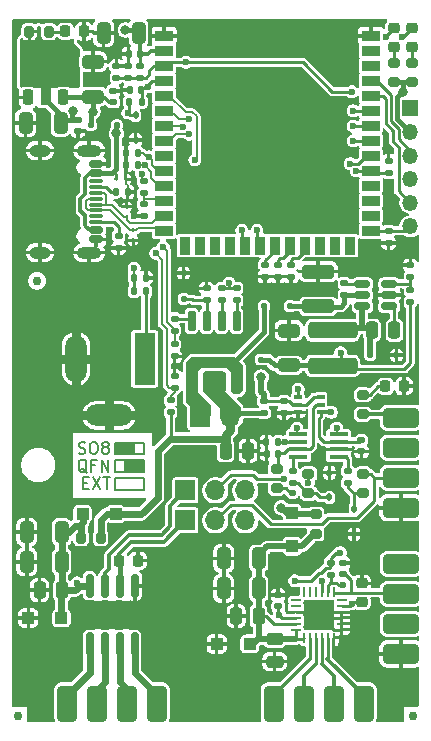
<source format=gbr>
%TF.GenerationSoftware,KiCad,Pcbnew,9.0.4-9.0.4-0~ubuntu24.04.1*%
%TF.CreationDate,2025-09-12T11:34:23+02:00*%
%TF.ProjectId,MCM-81339,4d434d2d-3831-4333-9339-2e6b69636164,rev?*%
%TF.SameCoordinates,Original*%
%TF.FileFunction,Copper,L1,Top*%
%TF.FilePolarity,Positive*%
%FSLAX46Y46*%
G04 Gerber Fmt 4.6, Leading zero omitted, Abs format (unit mm)*
G04 Created by KiCad (PCBNEW 9.0.4-9.0.4-0~ubuntu24.04.1) date 2025-09-12 11:34:23*
%MOMM*%
%LPD*%
G01*
G04 APERTURE LIST*
G04 Aperture macros list*
%AMRoundRect*
0 Rectangle with rounded corners*
0 $1 Rounding radius*
0 $2 $3 $4 $5 $6 $7 $8 $9 X,Y pos of 4 corners*
0 Add a 4 corners polygon primitive as box body*
4,1,4,$2,$3,$4,$5,$6,$7,$8,$9,$2,$3,0*
0 Add four circle primitives for the rounded corners*
1,1,$1+$1,$2,$3*
1,1,$1+$1,$4,$5*
1,1,$1+$1,$6,$7*
1,1,$1+$1,$8,$9*
0 Add four rect primitives between the rounded corners*
20,1,$1+$1,$2,$3,$4,$5,0*
20,1,$1+$1,$4,$5,$6,$7,0*
20,1,$1+$1,$6,$7,$8,$9,0*
20,1,$1+$1,$8,$9,$2,$3,0*%
%AMFreePoly0*
4,1,9,3.862500,-0.866500,0.737500,-0.866500,0.737500,-0.450000,-0.737500,-0.450000,-0.737500,0.450000,0.737500,0.450000,0.737500,0.866500,3.862500,0.866500,3.862500,-0.866500,3.862500,-0.866500,$1*%
G04 Aperture macros list end*
%TA.AperFunction,NonConductor*%
%ADD10C,0.200000*%
%TD*%
%ADD11C,0.200000*%
%TA.AperFunction,SMDPad,CuDef*%
%ADD12RoundRect,0.140000X-0.170000X0.140000X-0.170000X-0.140000X0.170000X-0.140000X0.170000X0.140000X0*%
%TD*%
%TA.AperFunction,SMDPad,CuDef*%
%ADD13RoundRect,0.150000X0.150000X-0.825000X0.150000X0.825000X-0.150000X0.825000X-0.150000X-0.825000X0*%
%TD*%
%TA.AperFunction,HeatsinkPad*%
%ADD14C,0.500000*%
%TD*%
%TA.AperFunction,HeatsinkPad*%
%ADD15R,3.300000X2.410000*%
%TD*%
%TA.AperFunction,SMDPad,CuDef*%
%ADD16RoundRect,0.112500X-0.112500X0.187500X-0.112500X-0.187500X0.112500X-0.187500X0.112500X0.187500X0*%
%TD*%
%TA.AperFunction,SMDPad,CuDef*%
%ADD17RoundRect,0.135000X-0.185000X0.135000X-0.185000X-0.135000X0.185000X-0.135000X0.185000X0.135000X0*%
%TD*%
%TA.AperFunction,SMDPad,CuDef*%
%ADD18RoundRect,0.250000X0.325000X0.650000X-0.325000X0.650000X-0.325000X-0.650000X0.325000X-0.650000X0*%
%TD*%
%TA.AperFunction,SMDPad,CuDef*%
%ADD19RoundRect,0.200000X-0.275000X0.200000X-0.275000X-0.200000X0.275000X-0.200000X0.275000X0.200000X0*%
%TD*%
%TA.AperFunction,SMDPad,CuDef*%
%ADD20RoundRect,0.250000X0.300000X0.300000X-0.300000X0.300000X-0.300000X-0.300000X0.300000X-0.300000X0*%
%TD*%
%TA.AperFunction,SMDPad,CuDef*%
%ADD21RoundRect,0.250000X-0.475000X0.250000X-0.475000X-0.250000X0.475000X-0.250000X0.475000X0.250000X0*%
%TD*%
%TA.AperFunction,SMDPad,CuDef*%
%ADD22RoundRect,0.218750X-0.256250X0.218750X-0.256250X-0.218750X0.256250X-0.218750X0.256250X0.218750X0*%
%TD*%
%TA.AperFunction,SMDPad,CuDef*%
%ADD23RoundRect,0.218750X0.218750X0.256250X-0.218750X0.256250X-0.218750X-0.256250X0.218750X-0.256250X0*%
%TD*%
%TA.AperFunction,SMDPad,CuDef*%
%ADD24RoundRect,0.135000X0.135000X0.185000X-0.135000X0.185000X-0.135000X-0.185000X0.135000X-0.185000X0*%
%TD*%
%TA.AperFunction,ComponentPad*%
%ADD25RoundRect,0.425000X1.125000X0.425000X-1.125000X0.425000X-1.125000X-0.425000X1.125000X-0.425000X0*%
%TD*%
%TA.AperFunction,SMDPad,CuDef*%
%ADD26RoundRect,0.250000X-0.300000X-0.300000X0.300000X-0.300000X0.300000X0.300000X-0.300000X0.300000X0*%
%TD*%
%TA.AperFunction,SMDPad,CuDef*%
%ADD27RoundRect,0.135000X-0.135000X-0.185000X0.135000X-0.185000X0.135000X0.185000X-0.135000X0.185000X0*%
%TD*%
%TA.AperFunction,ComponentPad*%
%ADD28R,1.700000X1.700000*%
%TD*%
%TA.AperFunction,ComponentPad*%
%ADD29O,1.700000X1.700000*%
%TD*%
%TA.AperFunction,ComponentPad*%
%ADD30RoundRect,0.425000X-1.125000X-0.425000X1.125000X-0.425000X1.125000X0.425000X-1.125000X0.425000X0*%
%TD*%
%TA.AperFunction,SMDPad,CuDef*%
%ADD31RoundRect,0.125000X0.125000X0.125000X-0.125000X0.125000X-0.125000X-0.125000X0.125000X-0.125000X0*%
%TD*%
%TA.AperFunction,ComponentPad*%
%ADD32R,1.350000X1.350000*%
%TD*%
%TA.AperFunction,ComponentPad*%
%ADD33O,1.350000X1.350000*%
%TD*%
%TA.AperFunction,SMDPad,CuDef*%
%ADD34RoundRect,0.140000X-0.140000X-0.170000X0.140000X-0.170000X0.140000X0.170000X-0.140000X0.170000X0*%
%TD*%
%TA.AperFunction,SMDPad,CuDef*%
%ADD35RoundRect,0.250000X-0.250000X-0.475000X0.250000X-0.475000X0.250000X0.475000X-0.250000X0.475000X0*%
%TD*%
%TA.AperFunction,SMDPad,CuDef*%
%ADD36RoundRect,0.135000X0.185000X-0.135000X0.185000X0.135000X-0.185000X0.135000X-0.185000X-0.135000X0*%
%TD*%
%TA.AperFunction,SMDPad,CuDef*%
%ADD37RoundRect,0.140000X0.170000X-0.140000X0.170000X0.140000X-0.170000X0.140000X-0.170000X-0.140000X0*%
%TD*%
%TA.AperFunction,SMDPad,CuDef*%
%ADD38C,0.750000*%
%TD*%
%TA.AperFunction,SMDPad,CuDef*%
%ADD39RoundRect,0.140000X0.140000X0.170000X-0.140000X0.170000X-0.140000X-0.170000X0.140000X-0.170000X0*%
%TD*%
%TA.AperFunction,SMDPad,CuDef*%
%ADD40RoundRect,0.225000X0.225000X-0.425000X0.225000X0.425000X-0.225000X0.425000X-0.225000X-0.425000X0*%
%TD*%
%TA.AperFunction,SMDPad,CuDef*%
%ADD41FreePoly0,90.000000*%
%TD*%
%TA.AperFunction,SMDPad,CuDef*%
%ADD42RoundRect,0.250000X0.300000X-0.300000X0.300000X0.300000X-0.300000X0.300000X-0.300000X-0.300000X0*%
%TD*%
%TA.AperFunction,SMDPad,CuDef*%
%ADD43RoundRect,0.200000X0.200000X0.275000X-0.200000X0.275000X-0.200000X-0.275000X0.200000X-0.275000X0*%
%TD*%
%TA.AperFunction,SMDPad,CuDef*%
%ADD44R,1.500000X0.900000*%
%TD*%
%TA.AperFunction,SMDPad,CuDef*%
%ADD45R,0.900000X1.500000*%
%TD*%
%TA.AperFunction,SMDPad,CuDef*%
%ADD46R,4.000000X4.000000*%
%TD*%
%TA.AperFunction,SMDPad,CuDef*%
%ADD47RoundRect,0.150000X-0.425000X0.150000X-0.425000X-0.150000X0.425000X-0.150000X0.425000X0.150000X0*%
%TD*%
%TA.AperFunction,SMDPad,CuDef*%
%ADD48RoundRect,0.075000X-0.500000X0.075000X-0.500000X-0.075000X0.500000X-0.075000X0.500000X0.075000X0*%
%TD*%
%TA.AperFunction,HeatsinkPad*%
%ADD49O,2.100000X1.000000*%
%TD*%
%TA.AperFunction,HeatsinkPad*%
%ADD50O,1.800000X1.000000*%
%TD*%
%TA.AperFunction,SMDPad,CuDef*%
%ADD51RoundRect,0.125000X-0.125000X0.125000X-0.125000X-0.125000X0.125000X-0.125000X0.125000X0.125000X0*%
%TD*%
%TA.AperFunction,SMDPad,CuDef*%
%ADD52RoundRect,0.062500X0.062500X-0.350000X0.062500X0.350000X-0.062500X0.350000X-0.062500X-0.350000X0*%
%TD*%
%TA.AperFunction,SMDPad,CuDef*%
%ADD53RoundRect,0.062500X0.350000X-0.062500X0.350000X0.062500X-0.350000X0.062500X-0.350000X-0.062500X0*%
%TD*%
%TA.AperFunction,HeatsinkPad*%
%ADD54R,2.600000X2.600000*%
%TD*%
%TA.AperFunction,ComponentPad*%
%ADD55RoundRect,0.425000X-0.425000X1.125000X-0.425000X-1.125000X0.425000X-1.125000X0.425000X1.125000X0*%
%TD*%
%TA.AperFunction,SMDPad,CuDef*%
%ADD56RoundRect,0.112500X0.112500X-0.187500X0.112500X0.187500X-0.112500X0.187500X-0.112500X-0.187500X0*%
%TD*%
%TA.AperFunction,SMDPad,CuDef*%
%ADD57RoundRect,0.125000X0.125000X-0.125000X0.125000X0.125000X-0.125000X0.125000X-0.125000X-0.125000X0*%
%TD*%
%TA.AperFunction,SMDPad,CuDef*%
%ADD58RoundRect,0.125000X-0.125000X-0.125000X0.125000X-0.125000X0.125000X0.125000X-0.125000X0.125000X0*%
%TD*%
%TA.AperFunction,SMDPad,CuDef*%
%ADD59RoundRect,0.250000X0.250000X0.475000X-0.250000X0.475000X-0.250000X-0.475000X0.250000X-0.475000X0*%
%TD*%
%TA.AperFunction,SMDPad,CuDef*%
%ADD60RoundRect,0.150000X-0.150000X0.725000X-0.150000X-0.725000X0.150000X-0.725000X0.150000X0.725000X0*%
%TD*%
%TA.AperFunction,SMDPad,CuDef*%
%ADD61RoundRect,0.225000X-0.225000X-0.250000X0.225000X-0.250000X0.225000X0.250000X-0.225000X0.250000X0*%
%TD*%
%TA.AperFunction,SMDPad,CuDef*%
%ADD62RoundRect,0.062500X0.117500X0.062500X-0.117500X0.062500X-0.117500X-0.062500X0.117500X-0.062500X0*%
%TD*%
%TA.AperFunction,SMDPad,CuDef*%
%ADD63RoundRect,0.250000X0.650000X-0.325000X0.650000X0.325000X-0.650000X0.325000X-0.650000X-0.325000X0*%
%TD*%
%TA.AperFunction,SMDPad,CuDef*%
%ADD64RoundRect,0.100000X-0.225000X-0.100000X0.225000X-0.100000X0.225000X0.100000X-0.225000X0.100000X0*%
%TD*%
%TA.AperFunction,SMDPad,CuDef*%
%ADD65RoundRect,0.225000X0.250000X-0.225000X0.250000X0.225000X-0.250000X0.225000X-0.250000X-0.225000X0*%
%TD*%
%TA.AperFunction,SMDPad,CuDef*%
%ADD66RoundRect,0.062500X0.062500X-0.117500X0.062500X0.117500X-0.062500X0.117500X-0.062500X-0.117500X0*%
%TD*%
%TA.AperFunction,SMDPad,CuDef*%
%ADD67RoundRect,0.350000X-1.750000X-0.350000X1.750000X-0.350000X1.750000X0.350000X-1.750000X0.350000X0*%
%TD*%
%TA.AperFunction,SMDPad,CuDef*%
%ADD68RoundRect,0.062500X-0.062500X0.117500X-0.062500X-0.117500X0.062500X-0.117500X0.062500X0.117500X0*%
%TD*%
%TA.AperFunction,SMDPad,CuDef*%
%ADD69RoundRect,0.150000X0.512500X0.150000X-0.512500X0.150000X-0.512500X-0.150000X0.512500X-0.150000X0*%
%TD*%
%TA.AperFunction,SMDPad,CuDef*%
%ADD70R,1.600000X0.300000*%
%TD*%
%TA.AperFunction,ComponentPad*%
%ADD71R,1.800000X4.400000*%
%TD*%
%TA.AperFunction,ComponentPad*%
%ADD72O,1.800000X4.000000*%
%TD*%
%TA.AperFunction,ComponentPad*%
%ADD73O,4.000000X1.800000*%
%TD*%
%TA.AperFunction,SMDPad,CuDef*%
%ADD74RoundRect,0.250000X1.100000X-0.325000X1.100000X0.325000X-1.100000X0.325000X-1.100000X-0.325000X0*%
%TD*%
%TA.AperFunction,ViaPad*%
%ADD75C,0.600000*%
%TD*%
%TA.AperFunction,ViaPad*%
%ADD76C,0.800000*%
%TD*%
%TA.AperFunction,Conductor*%
%ADD77C,0.400000*%
%TD*%
%TA.AperFunction,Conductor*%
%ADD78C,0.250000*%
%TD*%
%TA.AperFunction,Conductor*%
%ADD79C,0.800000*%
%TD*%
%TA.AperFunction,Conductor*%
%ADD80C,0.200000*%
%TD*%
%TA.AperFunction,Conductor*%
%ADD81C,0.500000*%
%TD*%
%TA.AperFunction,Conductor*%
%ADD82C,0.350000*%
%TD*%
%TA.AperFunction,Conductor*%
%ADD83C,0.300000*%
%TD*%
%TA.AperFunction,Conductor*%
%ADD84C,0.450000*%
%TD*%
%TA.AperFunction,Conductor*%
%ADD85C,0.600000*%
%TD*%
%TA.AperFunction,Conductor*%
%ADD86C,0.240000*%
%TD*%
%TA.AperFunction,Conductor*%
%ADD87C,0.190000*%
%TD*%
G04 APERTURE END LIST*
D10*
X69950000Y-83400000D02*
X72450000Y-83400000D01*
X72450000Y-84400000D01*
X69950000Y-84400000D01*
X69950000Y-83400000D01*
X69950000Y-80400000D02*
X71600000Y-80400000D01*
X71600000Y-81400000D01*
X69950000Y-81400000D01*
X69950000Y-80400000D01*
%TA.AperFunction,NonConductor*%
G36*
X69950000Y-80400000D02*
G01*
X71600000Y-80400000D01*
X71600000Y-81400000D01*
X69950000Y-81400000D01*
X69950000Y-80400000D01*
G37*
%TD.AperFunction*%
X70800000Y-81900000D02*
X72450000Y-81900000D01*
X72450000Y-82900000D01*
X70800000Y-82900000D01*
X70800000Y-81900000D01*
%TA.AperFunction,NonConductor*%
G36*
X70800000Y-81900000D02*
G01*
X72450000Y-81900000D01*
X72450000Y-82900000D01*
X70800000Y-82900000D01*
X70800000Y-81900000D01*
G37*
%TD.AperFunction*%
X69950000Y-81900000D02*
X72450000Y-81900000D01*
X72450000Y-82900000D01*
X69950000Y-82900000D01*
X69950000Y-81900000D01*
X69950000Y-80400000D02*
X72450000Y-80400000D01*
X72450000Y-81400000D01*
X69950000Y-81400000D01*
X69950000Y-80400000D01*
D11*
D10*
X66906517Y-81304600D02*
X67049374Y-81352219D01*
X67049374Y-81352219D02*
X67287469Y-81352219D01*
X67287469Y-81352219D02*
X67382707Y-81304600D01*
X67382707Y-81304600D02*
X67430326Y-81256980D01*
X67430326Y-81256980D02*
X67477945Y-81161742D01*
X67477945Y-81161742D02*
X67477945Y-81066504D01*
X67477945Y-81066504D02*
X67430326Y-80971266D01*
X67430326Y-80971266D02*
X67382707Y-80923647D01*
X67382707Y-80923647D02*
X67287469Y-80876028D01*
X67287469Y-80876028D02*
X67096993Y-80828409D01*
X67096993Y-80828409D02*
X67001755Y-80780790D01*
X67001755Y-80780790D02*
X66954136Y-80733171D01*
X66954136Y-80733171D02*
X66906517Y-80637933D01*
X66906517Y-80637933D02*
X66906517Y-80542695D01*
X66906517Y-80542695D02*
X66954136Y-80447457D01*
X66954136Y-80447457D02*
X67001755Y-80399838D01*
X67001755Y-80399838D02*
X67096993Y-80352219D01*
X67096993Y-80352219D02*
X67335088Y-80352219D01*
X67335088Y-80352219D02*
X67477945Y-80399838D01*
X68096993Y-80352219D02*
X68287469Y-80352219D01*
X68287469Y-80352219D02*
X68382707Y-80399838D01*
X68382707Y-80399838D02*
X68477945Y-80495076D01*
X68477945Y-80495076D02*
X68525564Y-80685552D01*
X68525564Y-80685552D02*
X68525564Y-81018885D01*
X68525564Y-81018885D02*
X68477945Y-81209361D01*
X68477945Y-81209361D02*
X68382707Y-81304600D01*
X68382707Y-81304600D02*
X68287469Y-81352219D01*
X68287469Y-81352219D02*
X68096993Y-81352219D01*
X68096993Y-81352219D02*
X68001755Y-81304600D01*
X68001755Y-81304600D02*
X67906517Y-81209361D01*
X67906517Y-81209361D02*
X67858898Y-81018885D01*
X67858898Y-81018885D02*
X67858898Y-80685552D01*
X67858898Y-80685552D02*
X67906517Y-80495076D01*
X67906517Y-80495076D02*
X68001755Y-80399838D01*
X68001755Y-80399838D02*
X68096993Y-80352219D01*
X69096993Y-80780790D02*
X69001755Y-80733171D01*
X69001755Y-80733171D02*
X68954136Y-80685552D01*
X68954136Y-80685552D02*
X68906517Y-80590314D01*
X68906517Y-80590314D02*
X68906517Y-80542695D01*
X68906517Y-80542695D02*
X68954136Y-80447457D01*
X68954136Y-80447457D02*
X69001755Y-80399838D01*
X69001755Y-80399838D02*
X69096993Y-80352219D01*
X69096993Y-80352219D02*
X69287469Y-80352219D01*
X69287469Y-80352219D02*
X69382707Y-80399838D01*
X69382707Y-80399838D02*
X69430326Y-80447457D01*
X69430326Y-80447457D02*
X69477945Y-80542695D01*
X69477945Y-80542695D02*
X69477945Y-80590314D01*
X69477945Y-80590314D02*
X69430326Y-80685552D01*
X69430326Y-80685552D02*
X69382707Y-80733171D01*
X69382707Y-80733171D02*
X69287469Y-80780790D01*
X69287469Y-80780790D02*
X69096993Y-80780790D01*
X69096993Y-80780790D02*
X69001755Y-80828409D01*
X69001755Y-80828409D02*
X68954136Y-80876028D01*
X68954136Y-80876028D02*
X68906517Y-80971266D01*
X68906517Y-80971266D02*
X68906517Y-81161742D01*
X68906517Y-81161742D02*
X68954136Y-81256980D01*
X68954136Y-81256980D02*
X69001755Y-81304600D01*
X69001755Y-81304600D02*
X69096993Y-81352219D01*
X69096993Y-81352219D02*
X69287469Y-81352219D01*
X69287469Y-81352219D02*
X69382707Y-81304600D01*
X69382707Y-81304600D02*
X69430326Y-81256980D01*
X69430326Y-81256980D02*
X69477945Y-81161742D01*
X69477945Y-81161742D02*
X69477945Y-80971266D01*
X69477945Y-80971266D02*
X69430326Y-80876028D01*
X69430326Y-80876028D02*
X69382707Y-80828409D01*
X69382707Y-80828409D02*
X69287469Y-80780790D01*
D11*
D10*
X67620802Y-82947457D02*
X67525564Y-82899838D01*
X67525564Y-82899838D02*
X67430326Y-82804600D01*
X67430326Y-82804600D02*
X67287469Y-82661742D01*
X67287469Y-82661742D02*
X67192231Y-82614123D01*
X67192231Y-82614123D02*
X67096993Y-82614123D01*
X67144612Y-82852219D02*
X67049374Y-82804600D01*
X67049374Y-82804600D02*
X66954136Y-82709361D01*
X66954136Y-82709361D02*
X66906517Y-82518885D01*
X66906517Y-82518885D02*
X66906517Y-82185552D01*
X66906517Y-82185552D02*
X66954136Y-81995076D01*
X66954136Y-81995076D02*
X67049374Y-81899838D01*
X67049374Y-81899838D02*
X67144612Y-81852219D01*
X67144612Y-81852219D02*
X67335088Y-81852219D01*
X67335088Y-81852219D02*
X67430326Y-81899838D01*
X67430326Y-81899838D02*
X67525564Y-81995076D01*
X67525564Y-81995076D02*
X67573183Y-82185552D01*
X67573183Y-82185552D02*
X67573183Y-82518885D01*
X67573183Y-82518885D02*
X67525564Y-82709361D01*
X67525564Y-82709361D02*
X67430326Y-82804600D01*
X67430326Y-82804600D02*
X67335088Y-82852219D01*
X67335088Y-82852219D02*
X67144612Y-82852219D01*
X68335088Y-82328409D02*
X68001755Y-82328409D01*
X68001755Y-82852219D02*
X68001755Y-81852219D01*
X68001755Y-81852219D02*
X68477945Y-81852219D01*
X68858898Y-82852219D02*
X68858898Y-81852219D01*
X68858898Y-81852219D02*
X69430326Y-82852219D01*
X69430326Y-82852219D02*
X69430326Y-81852219D01*
D11*
D10*
X67287469Y-83828409D02*
X67620802Y-83828409D01*
X67763659Y-84352219D02*
X67287469Y-84352219D01*
X67287469Y-84352219D02*
X67287469Y-83352219D01*
X67287469Y-83352219D02*
X67763659Y-83352219D01*
X68096993Y-83352219D02*
X68763659Y-84352219D01*
X68763659Y-83352219D02*
X68096993Y-84352219D01*
X69001755Y-83352219D02*
X69573183Y-83352219D01*
X69287469Y-84352219D02*
X69287469Y-83352219D01*
D12*
%TO.P,C8,1*%
%TO.N,+3.3V*%
X90850000Y-80195000D03*
%TO.P,C8,2*%
%TO.N,GND*%
X90850000Y-81155000D03*
%TD*%
D13*
%TO.P,U8,1,T*%
%TO.N,Net-(J9-Pin_4)*%
X67845000Y-97475000D03*
%TO.P,U8,2,W*%
%TO.N,Net-(J9-Pin_3)*%
X69115000Y-97475000D03*
%TO.P,U8,3,V*%
%TO.N,Net-(J9-Pin_2)*%
X70385000Y-97475000D03*
%TO.P,U8,4,U*%
%TO.N,Net-(J9-Pin_1)*%
X71655000Y-97475000D03*
%TO.P,U8,5,GND*%
%TO.N,GND*%
X71655000Y-92525000D03*
%TO.P,U8,6,COMM*%
%TO.N,RXD_SO8*%
X70385000Y-92525000D03*
%TO.P,U8,7,IO0*%
%TO.N,TXD_SO8*%
X69115000Y-92525000D03*
%TO.P,U8,8,VS*%
%TO.N,Net-(D15-K)*%
X67845000Y-92525000D03*
D14*
%TO.P,U8,9,EXP*%
%TO.N,GND*%
X68550000Y-95700000D03*
X69750000Y-95700000D03*
X70950000Y-95700000D03*
D15*
X69750000Y-95000000D03*
D14*
X68550000Y-94300000D03*
X69750000Y-94300000D03*
X70950000Y-94300000D03*
%TD*%
D16*
%TO.P,D4,1,K*%
%TO.N,Net-(D4-K)*%
X71729600Y-52696400D03*
%TO.P,D4,2,A*%
%TO.N,GND*%
X71729600Y-54796400D03*
%TD*%
D17*
%TO.P,R4,1*%
%TO.N,Net-(U2-FB)*%
X94996000Y-67490000D03*
%TO.P,R4,2*%
%TO.N,Net-(D3-A)*%
X94996000Y-68510000D03*
%TD*%
D18*
%TO.P,C21,1*%
%TO.N,Net-(D14-K)*%
X82150000Y-90200000D03*
%TO.P,C21,2*%
%TO.N,GND*%
X79200000Y-90200000D03*
%TD*%
D19*
%TO.P,R18,1*%
%TO.N,Net-(U3-VCCB)*%
X83667600Y-82625000D03*
%TO.P,R18,2*%
%TO.N,VDDA*%
X83667600Y-84275000D03*
%TD*%
D20*
%TO.P,D17,1,A1*%
%TO.N,Net-(D15-K)*%
X65450000Y-95250000D03*
%TO.P,D17,2,A2*%
%TO.N,GND*%
X62650000Y-95250000D03*
%TD*%
D21*
%TO.P,C23,1*%
%TO.N,Net-(D14-K)*%
X83500000Y-97050000D03*
%TO.P,C23,2*%
%TO.N,GND*%
X83500000Y-98950000D03*
%TD*%
D22*
%TO.P,D10,1,K*%
%TO.N,LED2*%
X93573600Y-45312500D03*
%TO.P,D10,2,A*%
%TO.N,Net-(D10-A)*%
X93573600Y-46887500D03*
%TD*%
D23*
%TO.P,D1,1,K*%
%TO.N,GND*%
X67360900Y-45593000D03*
%TO.P,D1,2,A*%
%TO.N,Net-(D1-A)*%
X65785900Y-45593000D03*
%TD*%
D17*
%TO.P,R3,1*%
%TO.N,GND*%
X93167200Y-56538400D03*
%TO.P,R3,2*%
%TO.N,UART_VSEL*%
X93167200Y-57558400D03*
%TD*%
D24*
%TO.P,R24,1*%
%TO.N,VS*%
X72610000Y-67600000D03*
%TO.P,R24,2*%
%TO.N,MEAS_VS*%
X71590000Y-67600000D03*
%TD*%
D25*
%TO.P,J1,1,Pin_1*%
%TO.N,GND*%
X94200000Y-98300000D03*
%TO.P,J1,2,Pin_2*%
%TO.N,Net-(J1-Pin_2)*%
X94200000Y-95760000D03*
%TO.P,J1,3,Pin_3*%
%TO.N,Net-(J1-Pin_3)*%
X94200000Y-93220000D03*
%TO.P,J1,4,Pin_4*%
%TO.N,VDDA*%
X94200000Y-90680000D03*
%TD*%
D26*
%TO.P,D15,1,K*%
%TO.N,Net-(D15-K)*%
X67250000Y-86450000D03*
%TO.P,D15,2,A*%
%TO.N,VBUS*%
X70050000Y-86450000D03*
%TD*%
D19*
%TO.P,R30,1*%
%TO.N,RXD_CPU*%
X91025000Y-83050000D03*
%TO.P,R30,2*%
%TO.N,Net-(D18-A1)*%
X91025000Y-84700000D03*
%TD*%
D17*
%TO.P,R27,1*%
%TO.N,MEAS_VUSB*%
X72425000Y-60215000D03*
%TO.P,R27,2*%
%TO.N,GND*%
X72425000Y-61235000D03*
%TD*%
D19*
%TO.P,R29,1*%
%TO.N,VBUS*%
X87000000Y-86475000D03*
%TO.P,R29,2*%
%TO.N,Net-(D14-K)*%
X87000000Y-88125000D03*
%TD*%
D27*
%TO.P,R20,1*%
%TO.N,GND*%
X82808000Y-80340000D03*
%TO.P,R20,2*%
%TO.N,UART_OE*%
X83828000Y-80340000D03*
%TD*%
D28*
%TO.P,J6,1,Pin_1*%
%TO.N,TXD_SO8*%
X75960000Y-84460000D03*
D29*
%TO.P,J6,2,Pin_2*%
%TO.N,TXD_CPU*%
X78500000Y-84460000D03*
%TO.P,J6,3,Pin_3*%
%TO.N,TXD_QFN24*%
X81040000Y-84460000D03*
%TD*%
D30*
%TO.P,J4,1,Pin_1*%
%TO.N,VBUS*%
X94200000Y-78300000D03*
%TO.P,J4,2,Pin_2*%
%TO.N,TXD_CPU*%
X94200000Y-80840000D03*
%TO.P,J4,3,Pin_3*%
%TO.N,RXD_CPU*%
X94200000Y-83380000D03*
%TO.P,J4,4,Pin_4*%
%TO.N,GND*%
X94200000Y-85920000D03*
%TD*%
D31*
%TO.P,D9,1,K*%
%TO.N,Net-(D9-K)*%
X84800000Y-68850000D03*
%TO.P,D9,2,A*%
%TO.N,VS*%
X82600000Y-68850000D03*
%TD*%
D32*
%TO.P,J3,1,Pin_1*%
%TO.N,EN*%
X95000000Y-52100000D03*
D33*
%TO.P,J3,2,Pin_2*%
%TO.N,+3.3V*%
X95000000Y-54100000D03*
%TO.P,J3,3,Pin_3*%
%TO.N,Net-(J3-Pin_3)*%
X95000000Y-56100000D03*
%TO.P,J3,4,Pin_4*%
%TO.N,GND*%
X95000000Y-58100000D03*
%TO.P,J3,5,Pin_5*%
%TO.N,Net-(J3-Pin_5)*%
X95000000Y-60100000D03*
%TO.P,J3,6,Pin_6*%
%TO.N,IO0*%
X95000000Y-62100000D03*
%TD*%
D27*
%TO.P,R41,1*%
%TO.N,Net-(J5-CC1)*%
X70040000Y-59175000D03*
%TO.P,R41,2*%
%TO.N,GND*%
X71060000Y-59175000D03*
%TD*%
D34*
%TO.P,C4,1*%
%TO.N,GND*%
X70945000Y-55880000D03*
%TO.P,C4,2*%
%TO.N,MEAS_VBUS*%
X71905000Y-55880000D03*
%TD*%
D35*
%TO.P,C18,1*%
%TO.N,VBUS*%
X79350000Y-81100000D03*
%TO.P,C18,2*%
%TO.N,GND*%
X81250000Y-81100000D03*
%TD*%
D36*
%TO.P,R16,1*%
%TO.N,Net-(D18-A1)*%
X89700000Y-83835000D03*
%TO.P,R16,2*%
%TO.N,Net-(U3-B2)*%
X89700000Y-82815000D03*
%TD*%
D17*
%TO.P,R13,1*%
%TO.N,IO0*%
X93167200Y-62482000D03*
%TO.P,R13,2*%
%TO.N,GND*%
X93167200Y-63502000D03*
%TD*%
D37*
%TO.P,C17,1*%
%TO.N,EN*%
X70104000Y-49502000D03*
%TO.P,C17,2*%
%TO.N,GND*%
X70104000Y-48542000D03*
%TD*%
D27*
%TO.P,R25,1*%
%TO.N,MEAS_VS*%
X71590000Y-66450000D03*
%TO.P,R25,2*%
%TO.N,GND*%
X72610000Y-66450000D03*
%TD*%
D38*
%TO.P,FID1,*%
%TO.N,*%
X63400000Y-66700000D03*
%TD*%
D39*
%TO.P,C13,1*%
%TO.N,+3.3V*%
X72108000Y-47490000D03*
%TO.P,C13,2*%
%TO.N,GND*%
X71148000Y-47490000D03*
%TD*%
D40*
%TO.P,U1,1,GND*%
%TO.N,GND*%
X62609600Y-51175200D03*
D41*
%TO.P,U1,2,VO*%
%TO.N,+3.3V*%
X64109600Y-51087700D03*
D40*
%TO.P,U1,3,VI*%
%TO.N,+5V*%
X65609600Y-51175200D03*
%TD*%
D36*
%TO.P,R22,1*%
%TO.N,VBUS*%
X74701400Y-77853000D03*
%TO.P,R22,2*%
%TO.N,MEAS_VBUS*%
X74701400Y-76833000D03*
%TD*%
D42*
%TO.P,D14,1,K*%
%TO.N,Net-(D14-K)*%
X85000000Y-89175000D03*
%TO.P,D14,2,A*%
%TO.N,VBUS*%
X85000000Y-86375000D03*
%TD*%
D43*
%TO.P,R1,1*%
%TO.N,Net-(D1-A)*%
X64375800Y-45600000D03*
%TO.P,R1,2*%
%TO.N,+3.3V*%
X62725800Y-45600000D03*
%TD*%
D38*
%TO.P,FID2,*%
%TO.N,*%
X95250000Y-103550000D03*
%TD*%
D44*
%TO.P,U5,1,GND*%
%TO.N,GND*%
X74150000Y-45958000D03*
%TO.P,U5,2,3V3*%
%TO.N,+3.3V*%
X74150000Y-47228000D03*
%TO.P,U5,3,EN*%
%TO.N,EN*%
X74150000Y-48498000D03*
%TO.P,U5,4,IO4*%
%TO.N,SLAVE_CUR*%
X74150000Y-49768000D03*
%TO.P,U5,5,IO5*%
%TO.N,SLAVE_PWR*%
X74150000Y-51038000D03*
%TO.P,U5,6,IO6*%
%TO.N,RXD_MCM*%
X74150000Y-52308000D03*
%TO.P,U5,7,IO7*%
%TO.N,TXD_MCM*%
X74150000Y-53578000D03*
%TO.P,U5,8,IO15*%
%TO.N,UART_OE*%
X74150000Y-54848000D03*
%TO.P,U5,9,IO16*%
%TO.N,unconnected-(U5-IO16-Pad9)*%
X74150000Y-56118000D03*
%TO.P,U5,10,IO17*%
%TO.N,MEAS_VBUS*%
X74150000Y-57388000D03*
%TO.P,U5,11,IO18*%
%TO.N,MEAS_VS*%
X74150000Y-58658000D03*
%TO.P,U5,12,IO8*%
%TO.N,MEAS_VUSB*%
X74150000Y-59928000D03*
%TO.P,U5,13,IO19*%
%TO.N,USB_D-*%
X74150000Y-61198000D03*
%TO.P,U5,14,IO20*%
%TO.N,USB_D+*%
X74150000Y-62468000D03*
D45*
%TO.P,U5,15,IO3*%
%TO.N,unconnected-(U5-IO3-Pad15)*%
X75915000Y-63718000D03*
%TO.P,U5,16,IO46*%
%TO.N,unconnected-(U5-IO46-Pad16)*%
X77185000Y-63718000D03*
%TO.P,U5,17,IO9*%
%TO.N,unconnected-(U5-IO9-Pad17)*%
X78455000Y-63718000D03*
%TO.P,U5,18,IO10*%
%TO.N,unconnected-(U5-IO10-Pad18)*%
X79725000Y-63718000D03*
%TO.P,U5,19,IO11*%
%TO.N,LED2*%
X80995000Y-63718000D03*
%TO.P,U5,20,IO12*%
%TO.N,LED1*%
X82265000Y-63718000D03*
%TO.P,U5,21,IO13*%
%TO.N,Net-(U5-IO13)*%
X83535000Y-63718000D03*
%TO.P,U5,22,IO14*%
%TO.N,Net-(U5-IO14)*%
X84805000Y-63718000D03*
%TO.P,U5,23,IO21*%
%TO.N,Net-(U5-IO21)*%
X86075000Y-63718000D03*
%TO.P,U5,24,IO47*%
%TO.N,unconnected-(U5-IO47-Pad24)*%
X87345000Y-63718000D03*
%TO.P,U5,25,IO48*%
%TO.N,unconnected-(U5-IO48-Pad25)*%
X88615000Y-63718000D03*
%TO.P,U5,26,IO45*%
%TO.N,unconnected-(U5-IO45-Pad26)*%
X89885000Y-63718000D03*
D44*
%TO.P,U5,27,IO0*%
%TO.N,IO0*%
X91650000Y-62468000D03*
%TO.P,U5,28,NC*%
%TO.N,unconnected-(U5-NC-Pad28)*%
X91650000Y-61198000D03*
%TO.P,U5,29,NC*%
%TO.N,unconnected-(U5-NC-Pad29)*%
X91650000Y-59928000D03*
%TO.P,U5,30,NC*%
%TO.N,unconnected-(U5-NC-Pad30)*%
X91650000Y-58658000D03*
%TO.P,U5,31,IO38*%
%TO.N,UART_VSEL*%
X91650000Y-57388000D03*
%TO.P,U5,32,IO39*%
%TO.N,/MCM/TCK*%
X91650000Y-56118000D03*
%TO.P,U5,33,IO40*%
%TO.N,/MCM/TDO*%
X91650000Y-54848000D03*
%TO.P,U5,34,IO41*%
%TO.N,/MCM/TDI*%
X91650000Y-53578000D03*
%TO.P,U5,35,IO42*%
%TO.N,/MCM/TMS*%
X91650000Y-52308000D03*
%TO.P,U5,36,RXD0*%
%TO.N,Net-(J3-Pin_5)*%
X91650000Y-51038000D03*
%TO.P,U5,37,TXD0*%
%TO.N,Net-(J3-Pin_3)*%
X91650000Y-49768000D03*
%TO.P,U5,38,IO2*%
%TO.N,unconnected-(U5-IO2-Pad38)*%
X91650000Y-48498000D03*
%TO.P,U5,39,IO1*%
%TO.N,unconnected-(U5-IO1-Pad39)*%
X91650000Y-47228000D03*
%TO.P,U5,40,GND*%
%TO.N,GND*%
X91650000Y-45958000D03*
D14*
%TO.P,U5,41,EPAD*%
X80040000Y-50558000D03*
X80040000Y-52058000D03*
X80790000Y-49808000D03*
X80790000Y-51308000D03*
X80790000Y-52808000D03*
X81540000Y-50558000D03*
D46*
X81540000Y-51308000D03*
D14*
X81540000Y-52058000D03*
X82290000Y-49808000D03*
X82290000Y-51308000D03*
X82290000Y-52808000D03*
X83040000Y-50558000D03*
X83040000Y-52058000D03*
%TD*%
D17*
%TO.P,R11,1*%
%TO.N,+3.3V*%
X72136000Y-48512000D03*
%TO.P,R11,2*%
%TO.N,EN*%
X72136000Y-49532000D03*
%TD*%
D47*
%TO.P,J5,A1,GND*%
%TO.N,GND*%
X68380000Y-56800000D03*
%TO.P,J5,A4,VBUS*%
%TO.N,VUSB*%
X68380000Y-57600000D03*
D48*
%TO.P,J5,A5,CC1*%
%TO.N,Net-(J5-CC1)*%
X68380000Y-58750000D03*
%TO.P,J5,A6,D+*%
%TO.N,USB_D+*%
X68380000Y-59750000D03*
%TO.P,J5,A7,D-*%
%TO.N,USB_D-*%
X68380000Y-60250000D03*
%TO.P,J5,A8,SBU1*%
%TO.N,unconnected-(J5-SBU1-PadA8)*%
X68380000Y-61250000D03*
D47*
%TO.P,J5,A9,VBUS*%
%TO.N,VUSB*%
X68380000Y-62400000D03*
%TO.P,J5,A12,GND*%
%TO.N,GND*%
X68380000Y-63200000D03*
%TO.P,J5,B1,GND*%
X68380000Y-63200000D03*
%TO.P,J5,B4,VBUS*%
%TO.N,VUSB*%
X68380000Y-62400000D03*
D48*
%TO.P,J5,B5,CC2*%
%TO.N,Net-(J5-CC2)*%
X68380000Y-61750000D03*
%TO.P,J5,B6,D+*%
%TO.N,USB_D+*%
X68380000Y-60750000D03*
%TO.P,J5,B7,D-*%
%TO.N,USB_D-*%
X68380000Y-59250000D03*
%TO.P,J5,B8,SBU2*%
%TO.N,unconnected-(J5-SBU2-PadB8)*%
X68380000Y-58250000D03*
D47*
%TO.P,J5,B9,VBUS*%
%TO.N,VUSB*%
X68380000Y-57600000D03*
%TO.P,J5,B12,GND*%
%TO.N,GND*%
X68380000Y-56800000D03*
D49*
%TO.P,J5,S1,SHIELD*%
X67805000Y-55680000D03*
D50*
X63625000Y-55680000D03*
D49*
X67805000Y-64320000D03*
D50*
X63625000Y-64320000D03*
%TD*%
D51*
%TO.P,D5,1,K*%
%TO.N,GND*%
X75800000Y-66050000D03*
%TO.P,D5,2,A*%
%TO.N,Net-(D5-A)*%
X75800000Y-68250000D03*
%TD*%
D52*
%TO.P,U7,1,VSM*%
%TO.N,Net-(D14-K)*%
X86000000Y-96937500D03*
%TO.P,U7,2,T*%
%TO.N,Net-(J8-Pin_4)*%
X86500000Y-96937500D03*
%TO.P,U7,3,W*%
%TO.N,Net-(J8-Pin_3)*%
X87000000Y-96937500D03*
%TO.P,U7,4,V*%
%TO.N,Net-(J8-Pin_2)*%
X87500000Y-96937500D03*
%TO.P,U7,5,U*%
%TO.N,Net-(J8-Pin_1)*%
X88000000Y-96937500D03*
%TO.P,U7,6,NC*%
%TO.N,GND*%
X88500000Y-96937500D03*
D53*
%TO.P,U7,7,GND*%
X89187500Y-96250000D03*
%TO.P,U7,8,NC*%
X89187500Y-95750000D03*
%TO.P,U7,9,GND*%
X89187500Y-95250000D03*
%TO.P,U7,10,NC*%
X89187500Y-94750000D03*
%TO.P,U7,11,COMM*%
%TO.N,RXD_QFN24*%
X89187500Y-94250000D03*
%TO.P,U7,12,NC*%
%TO.N,unconnected-(U7-NC-Pad12)*%
X89187500Y-93750000D03*
D52*
%TO.P,U7,13,IO6*%
%TO.N,Net-(J1-Pin_3)*%
X88500000Y-93062500D03*
%TO.P,U7,14,IO7*%
%TO.N,Net-(J1-Pin_2)*%
X88000000Y-93062500D03*
%TO.P,U7,15,IO0*%
%TO.N,TXD_QFN24*%
X87500000Y-93062500D03*
%TO.P,U7,16,IO1*%
%TO.N,unconnected-(U7-IO1-Pad16)*%
X87000000Y-93062500D03*
%TO.P,U7,17,IO2*%
%TO.N,unconnected-(U7-IO2-Pad17)*%
X86500000Y-93062500D03*
%TO.P,U7,18,IO3*%
%TO.N,unconnected-(U7-IO3-Pad18)*%
X86000000Y-93062500D03*
D53*
%TO.P,U7,19,IO4*%
%TO.N,unconnected-(U7-IO4-Pad19)*%
X85312500Y-93750000D03*
%TO.P,U7,20,IO5*%
%TO.N,unconnected-(U7-IO5-Pad20)*%
X85312500Y-94250000D03*
%TO.P,U7,21,NC*%
%TO.N,GND*%
X85312500Y-94750000D03*
%TO.P,U7,22,3V3*%
%TO.N,VDDA*%
X85312500Y-95250000D03*
%TO.P,U7,23,VS*%
%TO.N,Net-(D14-K)*%
X85312500Y-95750000D03*
%TO.P,U7,24,VSM*%
X85312500Y-96250000D03*
D14*
%TO.P,U7,25,EXP*%
%TO.N,GND*%
X86200000Y-96050000D03*
X87250000Y-96050000D03*
X88300000Y-96050000D03*
X86200000Y-95000000D03*
X87250000Y-95000000D03*
D54*
X87250000Y-95000000D03*
D14*
X88300000Y-95000000D03*
X86200000Y-93950000D03*
X87250000Y-93950000D03*
X88300000Y-93950000D03*
%TD*%
D55*
%TO.P,J8,1,Pin_1*%
%TO.N,Net-(J8-Pin_1)*%
X91060000Y-102500000D03*
%TO.P,J8,2,Pin_2*%
%TO.N,Net-(J8-Pin_2)*%
X88520000Y-102500000D03*
%TO.P,J8,3,Pin_3*%
%TO.N,Net-(J8-Pin_3)*%
X85980000Y-102500000D03*
%TO.P,J8,4,Pin_4*%
%TO.N,Net-(J8-Pin_4)*%
X83440000Y-102500000D03*
%TD*%
D28*
%TO.P,J7,1,Pin_1*%
%TO.N,RXD_SO8*%
X75960000Y-87000000D03*
D29*
%TO.P,J7,2,Pin_2*%
%TO.N,RXD_CPU*%
X78500000Y-87000000D03*
%TO.P,J7,3,Pin_3*%
%TO.N,RXD_QFN24*%
X81040000Y-87000000D03*
%TD*%
D39*
%TO.P,C5,1*%
%TO.N,Net-(U3-VCCB)*%
X83798000Y-81356000D03*
%TO.P,C5,2*%
%TO.N,GND*%
X82838000Y-81356000D03*
%TD*%
D17*
%TO.P,R35,1*%
%TO.N,VDDA*%
X88250000Y-90565000D03*
%TO.P,R35,2*%
%TO.N,Net-(J1-Pin_2)*%
X88250000Y-91585000D03*
%TD*%
D56*
%TO.P,D19,1,A1*%
%TO.N,Net-(D19-A1)*%
X88150000Y-85050000D03*
%TO.P,D19,2,A2*%
%TO.N,GND*%
X88150000Y-82950000D03*
%TD*%
D18*
%TO.P,C15,1*%
%TO.N,+3.3V*%
X71985400Y-45720000D03*
%TO.P,C15,2*%
%TO.N,GND*%
X69035400Y-45720000D03*
%TD*%
D19*
%TO.P,R17,1*%
%TO.N,Net-(D7-A)*%
X95100000Y-48260000D03*
%TO.P,R17,2*%
%TO.N,+3.3V*%
X95100000Y-49910000D03*
%TD*%
D17*
%TO.P,R10,1*%
%TO.N,Net-(D4-K)*%
X75031600Y-72085200D03*
%TO.P,R10,2*%
%TO.N,GND*%
X75031600Y-73105200D03*
%TD*%
D28*
%TO.P,J2,1,Pin_1*%
%TO.N,VS*%
X77230000Y-78227102D03*
D29*
%TO.P,J2,2,Pin_2*%
%TO.N,VBUS*%
X79770000Y-78227102D03*
%TD*%
D17*
%TO.P,R33,1*%
%TO.N,Net-(U5-IO14)*%
X83800000Y-65340000D03*
%TO.P,R33,2*%
%TO.N,GND*%
X83800000Y-66360000D03*
%TD*%
D20*
%TO.P,D16,1,A1*%
%TO.N,Net-(D14-K)*%
X81400000Y-97450000D03*
%TO.P,D16,2,A2*%
%TO.N,GND*%
X78600000Y-97450000D03*
%TD*%
D17*
%TO.P,R21,1*%
%TO.N,+5V*%
X82600000Y-76890000D03*
%TO.P,R21,2*%
%TO.N,VBUS*%
X82600000Y-77910000D03*
%TD*%
D57*
%TO.P,D3,1,K*%
%TO.N,+5V*%
X82372200Y-75572800D03*
%TO.P,D3,2,A*%
%TO.N,Net-(D3-A)*%
X82372200Y-73372800D03*
%TD*%
D17*
%TO.P,R32,1*%
%TO.N,Net-(U5-IO13)*%
X82700000Y-65340000D03*
%TO.P,R32,2*%
%TO.N,GND*%
X82700000Y-66360000D03*
%TD*%
D19*
%TO.P,R28,1*%
%TO.N,TXD_CPU*%
X86375000Y-83050000D03*
%TO.P,R28,2*%
%TO.N,Net-(D19-A1)*%
X86375000Y-84700000D03*
%TD*%
D17*
%TO.P,R8,1*%
%TO.N,SLAVE_PWR*%
X79044800Y-67331400D03*
%TO.P,R8,2*%
%TO.N,Net-(U4-SEn)*%
X79044800Y-68351400D03*
%TD*%
D36*
%TO.P,R15,1*%
%TO.N,Net-(D19-A1)*%
X85025000Y-83860000D03*
%TO.P,R15,2*%
%TO.N,Net-(U3-B1)*%
X85025000Y-82840000D03*
%TD*%
D58*
%TO.P,D2,1,K*%
%TO.N,Net-(D2-K)*%
X91610000Y-73001200D03*
%TO.P,D2,2,A*%
%TO.N,GND*%
X93810000Y-73001200D03*
%TD*%
D37*
%TO.P,C2,1*%
%TO.N,+5V*%
X69850000Y-51584800D03*
%TO.P,C2,2*%
%TO.N,GND*%
X69850000Y-50624800D03*
%TD*%
D34*
%TO.P,C11,1*%
%TO.N,GND*%
X70945000Y-56896000D03*
%TO.P,C11,2*%
%TO.N,MEAS_VS*%
X71905000Y-56896000D03*
%TD*%
D36*
%TO.P,R23,1*%
%TO.N,MEAS_VBUS*%
X75031600Y-75770200D03*
%TO.P,R23,2*%
%TO.N,GND*%
X75031600Y-74750200D03*
%TD*%
D17*
%TO.P,R5,1*%
%TO.N,GND*%
X94996000Y-65390000D03*
%TO.P,R5,2*%
%TO.N,Net-(U2-FB)*%
X94996000Y-66410000D03*
%TD*%
D59*
%TO.P,C7,1*%
%TO.N,Net-(U2-CB)*%
X93650000Y-70900000D03*
%TO.P,C7,2*%
%TO.N,Net-(D2-K)*%
X91750000Y-70900000D03*
%TD*%
D60*
%TO.P,U4,1,INPUT*%
%TO.N,Net-(U4-INPUT)*%
X80289400Y-70094400D03*
%TO.P,U4,2,SEn*%
%TO.N,Net-(U4-SEn)*%
X79019400Y-70094400D03*
%TO.P,U4,3,GND*%
%TO.N,Net-(D5-A)*%
X77749400Y-70094400D03*
%TO.P,U4,4,MultiSense*%
%TO.N,Net-(U4-MultiSense)*%
X76479400Y-70094400D03*
%TO.P,U4,5,VCC*%
%TO.N,VS*%
X76479400Y-75244400D03*
%TO.P,U4,6,OUTPUT*%
%TO.N,VBUS*%
X77749400Y-75244400D03*
%TO.P,U4,7,OUTPUT*%
X79019400Y-75244400D03*
%TO.P,U4,8,VCC*%
%TO.N,VS*%
X80289400Y-75244400D03*
%TD*%
D61*
%TO.P,C27,1*%
%TO.N,RXD_SO8*%
X70370400Y-90398600D03*
%TO.P,C27,2*%
%TO.N,GND*%
X71920400Y-90398600D03*
%TD*%
D38*
%TO.P,FID3,*%
%TO.N,*%
X61750000Y-103550000D03*
%TD*%
D22*
%TO.P,D7,1,K*%
%TO.N,LED1*%
X95100000Y-45312500D03*
%TO.P,D7,2,A*%
%TO.N,Net-(D7-A)*%
X95100000Y-46887500D03*
%TD*%
D17*
%TO.P,R7,1*%
%TO.N,SLAVE_PWR*%
X80294800Y-67331400D03*
%TO.P,R7,2*%
%TO.N,Net-(U4-INPUT)*%
X80294800Y-68351400D03*
%TD*%
%TO.P,R9,1*%
%TO.N,Net-(U4-MultiSense)*%
X75031600Y-69898298D03*
%TO.P,R9,2*%
%TO.N,Net-(D4-K)*%
X75031600Y-70918298D03*
%TD*%
D18*
%TO.P,C9,1*%
%TO.N,+3.3V*%
X65381400Y-53340000D03*
%TO.P,C9,2*%
%TO.N,GND*%
X62431400Y-53340000D03*
%TD*%
D62*
%TO.P,D13,1,A1*%
%TO.N,VUSB*%
X70077500Y-58100000D03*
%TO.P,D13,2,A2*%
%TO.N,GND*%
X70917500Y-58100000D03*
%TD*%
D63*
%TO.P,C3,1*%
%TO.N,+5V*%
X68122800Y-51106600D03*
%TO.P,C3,2*%
%TO.N,GND*%
X68122800Y-48156600D03*
%TD*%
D55*
%TO.P,J9,1,Pin_1*%
%TO.N,Net-(J9-Pin_1)*%
X73560000Y-102500000D03*
%TO.P,J9,2,Pin_2*%
%TO.N,Net-(J9-Pin_2)*%
X71020000Y-102500000D03*
%TO.P,J9,3,Pin_3*%
%TO.N,Net-(J9-Pin_3)*%
X68480000Y-102500000D03*
%TO.P,J9,4,Pin_4*%
%TO.N,Net-(J9-Pin_4)*%
X65940000Y-102500000D03*
%TD*%
D12*
%TO.P,C6,1*%
%TO.N,+3.3V*%
X66852800Y-53063200D03*
%TO.P,C6,2*%
%TO.N,GND*%
X66852800Y-54023200D03*
%TD*%
D64*
%TO.P,U6,1,SEL*%
%TO.N,UART_VSEL*%
X85501400Y-76551000D03*
%TO.P,U6,2,VDD*%
%TO.N,+5V*%
X85501400Y-77201000D03*
%TO.P,U6,3,GND*%
%TO.N,GND*%
X85501400Y-77851000D03*
%TO.P,U6,4,S1*%
%TO.N,+3.3V*%
X87401400Y-77851000D03*
%TO.P,U6,5,D*%
%TO.N,Net-(U3-VCCB)*%
X87401400Y-77201000D03*
%TO.P,U6,6,S2*%
%TO.N,+5V*%
X87401400Y-76551000D03*
%TD*%
D17*
%TO.P,R12,1*%
%TO.N,GND*%
X77744800Y-67344298D03*
%TO.P,R12,2*%
%TO.N,Net-(D5-A)*%
X77744800Y-68364298D03*
%TD*%
D24*
%TO.P,R6,1*%
%TO.N,SLAVE_CUR*%
X72239600Y-51562000D03*
%TO.P,R6,2*%
%TO.N,Net-(D4-K)*%
X71219600Y-51562000D03*
%TD*%
D17*
%TO.P,R34,1*%
%TO.N,Net-(U5-IO21)*%
X84900000Y-65340000D03*
%TO.P,R34,2*%
%TO.N,GND*%
X84900000Y-66360000D03*
%TD*%
D65*
%TO.P,C22,1*%
%TO.N,RXD_QFN24*%
X90900000Y-93875000D03*
%TO.P,C22,2*%
%TO.N,GND*%
X90900000Y-92325000D03*
%TD*%
D66*
%TO.P,D11,1,A1*%
%TO.N,USB_D+*%
X71525000Y-62430000D03*
%TO.P,D11,2,A2*%
%TO.N,GND*%
X71525000Y-63270000D03*
%TD*%
D19*
%TO.P,R19,1*%
%TO.N,Net-(D10-A)*%
X93573600Y-48260000D03*
%TO.P,R19,2*%
%TO.N,+3.3V*%
X93573600Y-49910000D03*
%TD*%
D18*
%TO.P,C20,1*%
%TO.N,Net-(D15-K)*%
X65475000Y-87975000D03*
%TO.P,C20,2*%
%TO.N,GND*%
X62525000Y-87975000D03*
%TD*%
D67*
%TO.P,L1,1,1*%
%TO.N,Net-(D2-K)*%
X88417400Y-70900000D03*
%TO.P,L1,2,2*%
%TO.N,Net-(D3-A)*%
X88417400Y-73900000D03*
%TD*%
D39*
%TO.P,C12,1*%
%TO.N,SLAVE_CUR*%
X72209600Y-50546000D03*
%TO.P,C12,2*%
%TO.N,GND*%
X71249600Y-50546000D03*
%TD*%
D68*
%TO.P,D12,1,A1*%
%TO.N,USB_D-*%
X70993000Y-61278400D03*
%TO.P,D12,2,A2*%
%TO.N,GND*%
X70993000Y-60438400D03*
%TD*%
D23*
%TO.P,D6,1,K*%
%TO.N,GND*%
X94467500Y-75630000D03*
%TO.P,D6,2,A*%
%TO.N,Net-(D6-A)*%
X92892500Y-75630000D03*
%TD*%
D37*
%TO.P,C25,1*%
%TO.N,VDDA*%
X83800000Y-94280000D03*
%TO.P,C25,2*%
%TO.N,GND*%
X83800000Y-93320000D03*
%TD*%
D17*
%TO.P,R2,1*%
%TO.N,Net-(U2-~{SHDN})*%
X89408000Y-66903200D03*
%TO.P,R2,2*%
%TO.N,Net-(D9-K)*%
X89408000Y-67923200D03*
%TD*%
D69*
%TO.P,U2,1,CB*%
%TO.N,Net-(U2-CB)*%
X93212500Y-68871200D03*
%TO.P,U2,2,GND*%
%TO.N,GND*%
X93212500Y-67921200D03*
%TO.P,U2,3,FB*%
%TO.N,Net-(U2-FB)*%
X93212500Y-66971200D03*
%TO.P,U2,4,~{SHDN}*%
%TO.N,Net-(U2-~{SHDN})*%
X90937500Y-66971200D03*
%TO.P,U2,5,VIN*%
%TO.N,Net-(D9-K)*%
X90937500Y-67921200D03*
%TO.P,U2,6,SW*%
%TO.N,Net-(D2-K)*%
X90937500Y-68871200D03*
%TD*%
D16*
%TO.P,D18,1,A1*%
%TO.N,Net-(D18-A1)*%
X90250000Y-86050000D03*
%TO.P,D18,2,A2*%
%TO.N,GND*%
X90250000Y-88150000D03*
%TD*%
D63*
%TO.P,C10,1*%
%TO.N,Net-(D3-A)*%
X84709000Y-73865000D03*
%TO.P,C10,2*%
%TO.N,GND*%
X84709000Y-70915000D03*
%TD*%
D59*
%TO.P,C28,1*%
%TO.N,Net-(D15-K)*%
X65516800Y-92900000D03*
%TO.P,C28,2*%
%TO.N,GND*%
X63616800Y-92900000D03*
%TD*%
D43*
%TO.P,R31,1*%
%TO.N,VBUS*%
X68775000Y-88450000D03*
%TO.P,R31,2*%
%TO.N,Net-(D15-K)*%
X67125000Y-88450000D03*
%TD*%
D18*
%TO.P,C19,1*%
%TO.N,Net-(D14-K)*%
X82150000Y-92750000D03*
%TO.P,C19,2*%
%TO.N,GND*%
X79200000Y-92750000D03*
%TD*%
D70*
%TO.P,U3,1,B2*%
%TO.N,Net-(U3-B2)*%
X88927000Y-81625000D03*
%TO.P,U3,2,GND*%
%TO.N,GND*%
X88927000Y-80975000D03*
%TO.P,U3,3,VCCA*%
%TO.N,+3.3V*%
X88927000Y-80325000D03*
%TO.P,U3,4,A2*%
%TO.N,TXD_MCM*%
X88927000Y-79675000D03*
%TO.P,U3,5,A1*%
%TO.N,RXD_MCM*%
X85527000Y-79675000D03*
%TO.P,U3,6,OE*%
%TO.N,UART_OE*%
X85527000Y-80325000D03*
%TO.P,U3,7,VCCB*%
%TO.N,Net-(U3-VCCB)*%
X85527000Y-80975000D03*
%TO.P,U3,8,B1*%
%TO.N,Net-(U3-B1)*%
X85527000Y-81625000D03*
%TD*%
D37*
%TO.P,C29,1*%
%TO.N,Net-(J1-Pin_3)*%
X89300000Y-91555000D03*
%TO.P,C29,2*%
%TO.N,GND*%
X89300000Y-90595000D03*
%TD*%
D17*
%TO.P,R26,1*%
%TO.N,VUSB*%
X72425000Y-58290000D03*
%TO.P,R26,2*%
%TO.N,MEAS_VUSB*%
X72425000Y-59310000D03*
%TD*%
D12*
%TO.P,C16,1*%
%TO.N,GND*%
X71120000Y-48542000D03*
%TO.P,C16,2*%
%TO.N,EN*%
X71120000Y-49502000D03*
%TD*%
%TO.P,C14,1*%
%TO.N,+5V*%
X84301400Y-76921000D03*
%TO.P,C14,2*%
%TO.N,GND*%
X84301400Y-77881000D03*
%TD*%
D71*
%TO.P,J10,1*%
%TO.N,VS*%
X72500000Y-73300000D03*
D72*
%TO.P,J10,2*%
%TO.N,GND*%
X66700000Y-73300000D03*
D73*
%TO.P,J10,3*%
X69500000Y-78100000D03*
%TD*%
D17*
%TO.P,R42,1*%
%TO.N,Net-(J5-CC2)*%
X70300000Y-62915000D03*
%TO.P,R42,2*%
%TO.N,GND*%
X70300000Y-63935000D03*
%TD*%
D58*
%TO.P,D8,1,K*%
%TO.N,+5V*%
X67937200Y-53543200D03*
%TO.P,D8,2,A*%
%TO.N,VUSB*%
X70137200Y-53543200D03*
%TD*%
D19*
%TO.P,R14,1*%
%TO.N,Net-(D6-A)*%
X90960000Y-76355000D03*
%TO.P,R14,2*%
%TO.N,VBUS*%
X90960000Y-78005000D03*
%TD*%
D74*
%TO.P,C1,1*%
%TO.N,Net-(D9-K)*%
X87200000Y-68875000D03*
%TO.P,C1,2*%
%TO.N,GND*%
X87200000Y-65925000D03*
%TD*%
D59*
%TO.P,C24,1*%
%TO.N,Net-(D14-K)*%
X82150000Y-95100000D03*
%TO.P,C24,2*%
%TO.N,GND*%
X80250000Y-95100000D03*
%TD*%
D18*
%TO.P,C26,1*%
%TO.N,Net-(D15-K)*%
X65475000Y-90500000D03*
%TO.P,C26,2*%
%TO.N,GND*%
X62525000Y-90500000D03*
%TD*%
D75*
%TO.N,GND*%
X90300000Y-97200000D03*
X91250000Y-89375000D03*
X83400000Y-91700000D03*
X90300000Y-95400000D03*
D76*
X79600000Y-99100000D03*
D75*
X74100000Y-95000000D03*
X87350000Y-82600000D03*
X92100000Y-96300000D03*
D76*
X62000000Y-77500000D03*
D75*
X73000000Y-93900000D03*
X84100000Y-91700000D03*
D76*
X78625000Y-95100000D03*
D75*
X90300000Y-96300000D03*
X90400000Y-79125000D03*
D76*
X83750000Y-67500000D03*
X76250000Y-81750000D03*
X62000000Y-92500000D03*
D75*
X89800000Y-99000000D03*
X90700000Y-99000000D03*
X85700000Y-98000000D03*
D76*
X76000000Y-103000000D03*
D75*
X75200000Y-96100000D03*
X64500000Y-97800000D03*
D76*
X62000000Y-97500000D03*
X77500000Y-66000000D03*
D75*
X64500000Y-96700000D03*
X83400000Y-90300000D03*
D76*
X90250000Y-65500000D03*
D75*
X89400000Y-97200000D03*
X84100000Y-90300000D03*
X90750000Y-82050000D03*
X91925000Y-80875000D03*
X83400000Y-92400000D03*
D76*
X95000000Y-88250000D03*
D75*
X67665600Y-46786800D03*
X92100000Y-91700000D03*
X91200000Y-97200000D03*
X91200000Y-95400000D03*
X72650000Y-52600000D03*
X74100000Y-92800000D03*
X87800000Y-89100000D03*
X89800000Y-98100000D03*
X83400000Y-91000000D03*
X75200000Y-95000000D03*
X65600000Y-97800000D03*
D76*
X62100000Y-101900000D03*
D75*
X90300000Y-90700000D03*
D76*
X87250000Y-67500000D03*
X83312000Y-46228000D03*
X95000000Y-76750000D03*
D75*
X88900000Y-98100000D03*
X85200000Y-98900000D03*
X87600000Y-84200000D03*
X73000000Y-95000000D03*
D76*
X81500000Y-70250000D03*
D75*
X71560148Y-60910051D03*
X75768200Y-78054200D03*
X74100000Y-96100000D03*
X66700000Y-95600000D03*
X73000000Y-96100000D03*
X93250000Y-58800000D03*
D76*
X88500000Y-75750000D03*
D75*
X91200000Y-96300000D03*
X84800000Y-90300000D03*
X85500000Y-91000000D03*
D76*
X94650000Y-101800000D03*
D75*
X70100000Y-47525000D03*
X91600000Y-98100000D03*
X91600000Y-99000000D03*
D76*
X93319600Y-61239400D03*
D75*
X75200000Y-93900000D03*
X84800000Y-91000000D03*
X65600000Y-96700000D03*
D76*
X73750000Y-90000000D03*
D75*
X84900000Y-98000000D03*
X74100000Y-97200000D03*
X93116400Y-55575200D03*
X74100000Y-93900000D03*
D76*
X89154000Y-46228000D03*
D75*
X66700000Y-97800000D03*
D76*
X95000000Y-100000000D03*
X88646000Y-59944000D03*
D75*
X86200000Y-91000000D03*
X85500000Y-90300000D03*
D76*
X95000000Y-64000000D03*
X93000000Y-65500000D03*
X83000000Y-72250000D03*
D75*
X73000000Y-97200000D03*
X92100000Y-97200000D03*
X85100000Y-93000000D03*
X68525000Y-49650000D03*
X66700000Y-94500000D03*
X84100000Y-91000000D03*
D76*
X76200000Y-46228000D03*
X81000000Y-103000000D03*
D75*
X90700000Y-98100000D03*
X66700000Y-96700000D03*
X73000000Y-92800000D03*
D76*
X62000000Y-72500000D03*
D75*
X71100000Y-53850000D03*
X90000000Y-77250000D03*
X69850000Y-52650000D03*
D76*
%TO.N,+5V*%
X82372200Y-74853800D03*
X68122800Y-52374800D03*
%TO.N,+3.3V*%
X66395600Y-52325800D03*
X70866000Y-45466000D03*
D75*
X88315800Y-77851000D03*
D76*
X94335600Y-50698400D03*
D75*
%TO.N,Net-(D3-A)*%
X89100000Y-72800000D03*
%TO.N,SLAVE_CUR*%
X72759487Y-50264408D03*
%TO.N,EN*%
X90040498Y-50698400D03*
X75996800Y-48209200D03*
D76*
%TO.N,VBUS*%
X84074000Y-85902800D03*
D75*
%TO.N,Net-(D14-K)*%
X82150000Y-91475000D03*
%TO.N,Net-(D15-K)*%
X66776600Y-92278200D03*
%TO.N,Net-(D4-K)*%
X71069200Y-52476400D03*
X74066400Y-63830200D03*
%TO.N,LED1*%
X82005000Y-62447000D03*
X94305414Y-46069510D03*
%TO.N,VUSB*%
X72253601Y-57687074D03*
D76*
X70104000Y-54225000D03*
%TO.N,VS*%
X77455326Y-73613753D03*
X76502600Y-73775902D03*
D75*
%TO.N,LED2*%
X80735000Y-62447000D03*
X92899501Y-46084553D03*
%TO.N,RXD_QFN24*%
X90050000Y-94050000D03*
%TO.N,VDDA*%
X89075000Y-89725000D03*
X83916589Y-94983411D03*
X85025000Y-84650000D03*
X85208533Y-92108533D03*
%TO.N,Net-(J1-Pin_2)*%
X89325000Y-92440000D03*
%TO.N,SLAVE_PWR*%
X79654400Y-66904400D03*
X76760000Y-56460000D03*
%TO.N,TXD_CPU*%
X86374427Y-83800000D03*
X84265569Y-83450704D03*
%TO.N,UART_VSEL*%
X90424000Y-57404000D03*
X85496400Y-75869800D03*
%TO.N,UART_OE*%
X84425000Y-80325000D03*
X76266297Y-54295297D03*
%TO.N,MEAS_VBUS*%
X72900000Y-56213764D03*
X73453100Y-64363600D03*
%TO.N,MEAS_VS*%
X71602600Y-65659000D03*
X72500650Y-56906962D03*
%TO.N,TXD_QFN24*%
X87491589Y-92091589D03*
%TO.N,/MCM/TDI*%
X90164000Y-53600000D03*
%TO.N,/MCM/TMS*%
X90170000Y-52300000D03*
%TO.N,/MCM/TDO*%
X90170000Y-54848000D03*
%TO.N,/MCM/TCK*%
X89914811Y-56779500D03*
%TO.N,TXD_MCM*%
X88750000Y-79200000D03*
X75788290Y-53654427D03*
%TO.N,RXD_MCM*%
X76298004Y-53038476D03*
X85391071Y-79192529D03*
%TD*%
D77*
%TO.N,Net-(D9-K)*%
X89408000Y-68592000D02*
X89100000Y-68900000D01*
X87175000Y-68850000D02*
X87200000Y-68875000D01*
X89408000Y-67923200D02*
X89408000Y-68592000D01*
X84800000Y-68850000D02*
X87175000Y-68850000D01*
X89100000Y-68900000D02*
X87225000Y-68900000D01*
X87225000Y-68900000D02*
X87200000Y-68875000D01*
X89408000Y-67923200D02*
X91062500Y-67923200D01*
D78*
%TO.N,GND*%
X89187500Y-95250000D02*
X87500000Y-95250000D01*
D79*
X66700000Y-75700000D02*
X66700000Y-70600000D01*
D78*
X89187500Y-94750000D02*
X87500000Y-94750000D01*
D80*
X71060000Y-58635000D02*
X71060000Y-59175000D01*
D78*
X89187500Y-96250000D02*
X88500000Y-96250000D01*
X87500000Y-95250000D02*
X87250000Y-95000000D01*
D80*
X70917500Y-58100000D02*
X70917500Y-58492500D01*
D78*
X71655000Y-92525000D02*
X71655000Y-94283200D01*
X88500000Y-96250000D02*
X88300000Y-96050000D01*
X71655000Y-94283200D02*
X71653400Y-94284800D01*
D79*
X65100000Y-73300000D02*
X68400000Y-73300000D01*
X72000000Y-78100000D02*
X66900000Y-78100000D01*
X69500000Y-79200000D02*
X69500000Y-75900000D01*
D80*
X70917500Y-58492500D02*
X71060000Y-58635000D01*
D78*
X85312500Y-94750000D02*
X87000000Y-94750000D01*
X87500000Y-94750000D02*
X87250000Y-95000000D01*
X71127609Y-48542000D02*
X71120000Y-48542000D01*
X87000000Y-94750000D02*
X87250000Y-95000000D01*
%TO.N,+5V*%
X69031600Y-51106600D02*
X68122800Y-51106600D01*
X86822000Y-76551000D02*
X87401400Y-76551000D01*
D81*
X82600000Y-76326200D02*
X82372200Y-76098400D01*
X82372200Y-76098400D02*
X82372200Y-75572800D01*
D78*
X86172000Y-77201000D02*
X86822000Y-76551000D01*
D81*
X82372200Y-75572800D02*
X82372200Y-74853800D01*
D78*
X69850000Y-51584800D02*
X69509800Y-51584800D01*
X69509800Y-51584800D02*
X69031600Y-51106600D01*
X85501400Y-77201000D02*
X86172000Y-77201000D01*
X84746400Y-76921000D02*
X84301400Y-76921000D01*
X82631000Y-76921000D02*
X84301400Y-76921000D01*
D77*
X68122800Y-51106600D02*
X65942600Y-51106600D01*
D78*
X85501400Y-77201000D02*
X85026400Y-77201000D01*
D77*
X68122800Y-52374800D02*
X67937200Y-52560400D01*
X67937200Y-52560400D02*
X67937200Y-53543200D01*
X68122800Y-52374800D02*
X68122800Y-51106600D01*
X65942600Y-51106600D02*
X65609600Y-50773600D01*
D78*
X82600000Y-76890000D02*
X82631000Y-76921000D01*
D81*
X82600000Y-76890000D02*
X82600000Y-76326200D01*
D78*
X85026400Y-77201000D02*
X84746400Y-76921000D01*
%TO.N,Net-(U3-VCCB)*%
X83798000Y-81356000D02*
X83854000Y-81300000D01*
X84650000Y-80975000D02*
X85527000Y-80975000D01*
X86475000Y-80975000D02*
X85527000Y-80975000D01*
X86741000Y-77435900D02*
X86975900Y-77201000D01*
X86975900Y-77201000D02*
X87401400Y-77201000D01*
X83667600Y-82639400D02*
X83798000Y-82509000D01*
X84325000Y-81300000D02*
X84650000Y-80975000D01*
X86475000Y-80975000D02*
X86741000Y-80709000D01*
X86741000Y-80709000D02*
X86741000Y-77435900D01*
X83854000Y-81300000D02*
X84325000Y-81300000D01*
X83798000Y-82509000D02*
X83798000Y-81356000D01*
%TO.N,+3.3V*%
X87401400Y-78206600D02*
X87401400Y-77851000D01*
X87249000Y-79899000D02*
X87249000Y-78359000D01*
X90850000Y-80195000D02*
X90720000Y-80325000D01*
D82*
X73007600Y-47228000D02*
X74150000Y-47228000D01*
D77*
X66350000Y-53066200D02*
X66350000Y-52371400D01*
X93878400Y-51155600D02*
X93878400Y-52978400D01*
X65381400Y-53340000D02*
X65655200Y-53066200D01*
X71883800Y-45720000D02*
X71985400Y-45720000D01*
D82*
X72745600Y-47490000D02*
X73007600Y-47228000D01*
D78*
X72136000Y-47518000D02*
X72108000Y-47490000D01*
D77*
X94335600Y-50698400D02*
X93878400Y-51155600D01*
X65655200Y-53066200D02*
X66350000Y-53066200D01*
X66350000Y-52371400D02*
X66395600Y-52325800D01*
X66353000Y-53063200D02*
X66852800Y-53063200D01*
X94335600Y-49910000D02*
X95100000Y-49910000D01*
X71985400Y-45720000D02*
X71731400Y-45466000D01*
D78*
X87249000Y-78359000D02*
X87401400Y-78206600D01*
D82*
X72108000Y-47490000D02*
X72745600Y-47490000D01*
D78*
X90720000Y-80325000D02*
X88927000Y-80325000D01*
X72108000Y-47516000D02*
X72108000Y-47490000D01*
X72136000Y-48512000D02*
X72136000Y-47518000D01*
D82*
X71883800Y-45720000D02*
X72108000Y-45944200D01*
D77*
X71731400Y-45466000D02*
X70866000Y-45466000D01*
X64109600Y-51434600D02*
X65381400Y-52706400D01*
X65381400Y-52706400D02*
X65381400Y-53340000D01*
X94335600Y-49910000D02*
X93500000Y-49910000D01*
X64109600Y-50686100D02*
X64109600Y-51434600D01*
D82*
X72108000Y-45944200D02*
X72108000Y-47490000D01*
D77*
X94335600Y-50698400D02*
X94335600Y-49910000D01*
X66350000Y-53066200D02*
X66353000Y-53063200D01*
D78*
X87675000Y-80325000D02*
X87249000Y-79899000D01*
D77*
X93878400Y-52978400D02*
X95000000Y-54100000D01*
D83*
X88315800Y-77851000D02*
X87401400Y-77851000D01*
D78*
X87675000Y-80325000D02*
X88927000Y-80325000D01*
%TO.N,Net-(U2-CB)*%
X93615000Y-69146700D02*
X93339500Y-68871200D01*
X93615000Y-70945200D02*
X93615000Y-69146700D01*
D81*
%TO.N,Net-(D2-K)*%
X90906600Y-70715200D02*
X90906600Y-69029100D01*
X91760000Y-70969200D02*
X91610000Y-71119200D01*
X88347000Y-70715200D02*
X91485000Y-70715200D01*
X91610000Y-71119200D02*
X91610000Y-73001200D01*
X90906600Y-69029100D02*
X91064500Y-68871200D01*
X91485000Y-70715200D02*
X91715000Y-70945200D01*
D78*
%TO.N,Net-(D3-A)*%
X88687000Y-74169600D02*
X88417400Y-73900000D01*
X94996000Y-73636200D02*
X94462600Y-74169600D01*
D84*
X84709000Y-73865000D02*
X83517000Y-73865000D01*
X88382400Y-73865000D02*
X88417400Y-73900000D01*
D78*
X94462600Y-74169600D02*
X88687000Y-74169600D01*
D84*
X83517000Y-73865000D02*
X83024800Y-73372800D01*
X83024800Y-73372800D02*
X82372200Y-73372800D01*
D78*
X94996000Y-68431200D02*
X94996000Y-73636200D01*
X89100000Y-73217400D02*
X88417400Y-73900000D01*
D84*
X84709000Y-73865000D02*
X88382400Y-73865000D01*
D78*
X89100000Y-72800000D02*
X89100000Y-73217400D01*
%TO.N,SLAVE_CUR*%
X72759487Y-50125713D02*
X72759487Y-50264408D01*
X72239600Y-50576000D02*
X72239600Y-51562000D01*
X73117200Y-49768000D02*
X72759487Y-50125713D01*
X72491192Y-50264408D02*
X72209600Y-50546000D01*
X72209600Y-50546000D02*
X72239600Y-50576000D01*
X74150000Y-49768000D02*
X73117200Y-49768000D01*
X72759487Y-50264408D02*
X72491192Y-50264408D01*
%TO.N,EN*%
X72898000Y-48869600D02*
X73269600Y-48498000D01*
X74150000Y-48238000D02*
X74150000Y-48498000D01*
X72591200Y-49532000D02*
X72136000Y-49532000D01*
X75996800Y-48209200D02*
X74178800Y-48209200D01*
X72591200Y-49532000D02*
X72898000Y-49225200D01*
X71120000Y-49502000D02*
X72106000Y-49502000D01*
X74178800Y-48209200D02*
X74150000Y-48238000D01*
X88392000Y-50698400D02*
X85902800Y-48209200D01*
X72898000Y-49225200D02*
X72898000Y-48869600D01*
X85902800Y-48209200D02*
X75996800Y-48209200D01*
X72106000Y-49502000D02*
X72136000Y-49532000D01*
X70104000Y-49502000D02*
X71120000Y-49502000D01*
X73269600Y-48498000D02*
X74150000Y-48498000D01*
X90040498Y-50698400D02*
X88392000Y-50698400D01*
D81*
%TO.N,VBUS*%
X79350000Y-80035000D02*
X79350000Y-79800000D01*
X84074000Y-85902800D02*
X84646200Y-86475000D01*
D85*
X74726800Y-80060800D02*
X79324200Y-80060800D01*
X73609200Y-85064600D02*
X72223800Y-86450000D01*
D78*
X74701400Y-80035400D02*
X74701400Y-77853000D01*
D83*
X93405000Y-78005000D02*
X93700000Y-78300000D01*
X90960000Y-78005000D02*
X93405000Y-78005000D01*
D85*
X70050000Y-86450000D02*
X69300000Y-86450000D01*
D77*
X80087102Y-77910000D02*
X79770000Y-78227102D01*
D85*
X72223800Y-86450000D02*
X70050000Y-86450000D01*
X74701400Y-80035400D02*
X73609200Y-81127600D01*
D79*
X79350000Y-79800000D02*
X79350000Y-81100000D01*
D85*
X73609200Y-81127600D02*
X73609200Y-85064600D01*
D81*
X84646200Y-86475000D02*
X87000000Y-86475000D01*
D79*
X79350000Y-79800000D02*
X79770000Y-79380000D01*
D85*
X68775000Y-86975000D02*
X68775000Y-88450000D01*
D81*
X74701400Y-80035400D02*
X74726800Y-80060800D01*
D77*
X82600000Y-77910000D02*
X80087102Y-77910000D01*
D81*
X79324200Y-80060800D02*
X79350000Y-80035000D01*
D85*
X69300000Y-86450000D02*
X68775000Y-86975000D01*
D79*
X79770000Y-79380000D02*
X79770000Y-78227102D01*
D81*
%TO.N,Net-(D14-K)*%
X85000000Y-89175000D02*
X85825000Y-89175000D01*
X85825000Y-89175000D02*
X86875000Y-88125000D01*
X82900000Y-89200000D02*
X84975000Y-89200000D01*
D78*
X82800000Y-95100000D02*
X83450000Y-95750000D01*
D81*
X86875000Y-88125000D02*
X87000000Y-88125000D01*
X81700000Y-97450000D02*
X81400000Y-97450000D01*
X82150000Y-91475000D02*
X82150000Y-95100000D01*
X83500000Y-97050000D02*
X82100000Y-97050000D01*
D78*
X85312500Y-96250000D02*
X85312500Y-97002600D01*
X82150000Y-95100000D02*
X82800000Y-95100000D01*
D81*
X82150000Y-89950000D02*
X82900000Y-89200000D01*
X84975000Y-89200000D02*
X85025000Y-89150000D01*
D78*
X85934900Y-97002600D02*
X85312500Y-97002600D01*
D81*
X82150000Y-91475000D02*
X82150000Y-89950000D01*
D77*
X83547400Y-97002600D02*
X83500000Y-97050000D01*
D81*
X82150000Y-95100000D02*
X82150000Y-97000000D01*
D78*
X86000000Y-96937500D02*
X85934900Y-97002600D01*
D81*
X82100000Y-97050000D02*
X81700000Y-97450000D01*
D78*
X83450000Y-95750000D02*
X85312500Y-95750000D01*
D77*
X82150000Y-97000000D02*
X82100000Y-97050000D01*
D81*
X85312500Y-97002600D02*
X83547400Y-97002600D01*
D85*
%TO.N,Net-(D15-K)*%
X66600000Y-87500000D02*
X67125000Y-87500000D01*
D81*
X65475000Y-87975000D02*
X65525000Y-88025000D01*
D85*
X65475000Y-87975000D02*
X66125000Y-87975000D01*
X66125000Y-87975000D02*
X66600000Y-87500000D01*
X65450000Y-93217600D02*
X65450000Y-95250000D01*
D81*
X65475000Y-90500000D02*
X65500000Y-90475000D01*
D85*
X66637400Y-92900000D02*
X67012400Y-92525000D01*
X67125000Y-87500000D02*
X67125000Y-88450000D01*
X65516800Y-92900000D02*
X66637400Y-92900000D01*
D77*
X65642200Y-93025400D02*
X65450000Y-93217600D01*
D85*
X65475000Y-90500000D02*
X65475000Y-92858200D01*
X67250000Y-87150000D02*
X67250000Y-86450000D01*
D81*
X65516800Y-92900000D02*
X65642200Y-93025400D01*
D85*
X65500000Y-90475000D02*
X65500000Y-88400000D01*
X67012400Y-92525000D02*
X67845000Y-92525000D01*
D81*
X65475000Y-92858200D02*
X65516800Y-92900000D01*
D85*
X67125000Y-87275000D02*
X67250000Y-87150000D01*
X67125000Y-87500000D02*
X67125000Y-87275000D01*
D78*
%TO.N,Net-(D1-A)*%
X65778900Y-45600000D02*
X65785900Y-45593000D01*
X64375800Y-45600000D02*
X65778900Y-45600000D01*
%TO.N,Net-(D4-K)*%
X71069200Y-52476400D02*
X71289200Y-52696400D01*
X71219600Y-52326000D02*
X71219600Y-51562000D01*
D80*
X74066400Y-63830200D02*
X74396600Y-64160400D01*
X75031600Y-70833481D02*
X75031600Y-70918298D01*
X75031600Y-70918298D02*
X75031600Y-72085200D01*
X74396600Y-64160400D02*
X74396600Y-70198481D01*
D78*
X71069200Y-52476400D02*
X71219600Y-52326000D01*
X71289200Y-52696400D02*
X71729600Y-52696400D01*
D80*
X74396600Y-70198481D02*
X75031600Y-70833481D01*
D78*
%TO.N,LED1*%
X94342990Y-46069510D02*
X95123000Y-45289500D01*
X82005000Y-62447000D02*
X82005000Y-63718000D01*
X94305414Y-46069510D02*
X94342990Y-46069510D01*
%TO.N,Net-(D5-A)*%
X76520000Y-68250000D02*
X75800000Y-68250000D01*
X76634298Y-68364298D02*
X76520000Y-68250000D01*
X77744800Y-68364298D02*
X76634298Y-68364298D01*
X77749400Y-70094400D02*
X77744800Y-70089800D01*
X77744800Y-70089800D02*
X77744800Y-68364298D01*
D80*
%TO.N,VUSB*%
X72400000Y-58190000D02*
X72450000Y-58190000D01*
D77*
X70104000Y-54225000D02*
X70104000Y-53611000D01*
D83*
X67049000Y-60761810D02*
X67049000Y-59738190D01*
X67575000Y-62133281D02*
X67575000Y-62124534D01*
X67454000Y-62003534D02*
X67454000Y-61166810D01*
X68380000Y-62400000D02*
X67841719Y-62400000D01*
X67850466Y-57600000D02*
X68380000Y-57600000D01*
D80*
X72271968Y-57705441D02*
X72271968Y-58061968D01*
D83*
X67841719Y-62400000D02*
X67575000Y-62133281D01*
D77*
X68380000Y-57600000D02*
X69725000Y-57600000D01*
D83*
X67049000Y-59738190D02*
X67454000Y-59333190D01*
X67454000Y-57996466D02*
X67850466Y-57600000D01*
D77*
X69725000Y-57600000D02*
X69862500Y-57462500D01*
D78*
X70077500Y-57677500D02*
X69862500Y-57462500D01*
D83*
X67575000Y-62124534D02*
X67454000Y-62003534D01*
D77*
X70104000Y-53611000D02*
X70137200Y-53611000D01*
D80*
X72271968Y-58061968D02*
X72400000Y-58190000D01*
X72450000Y-58190000D02*
X72425000Y-58215000D01*
D77*
X70104000Y-57221000D02*
X70104000Y-54225000D01*
D80*
X72253601Y-57687074D02*
X72271968Y-57705441D01*
D77*
X69862500Y-57462500D02*
X70104000Y-57221000D01*
D83*
X67454000Y-61166810D02*
X67049000Y-60761810D01*
X67454000Y-59333190D02*
X67454000Y-57996466D01*
D78*
X70077500Y-58100000D02*
X70077500Y-57677500D01*
D81*
%TO.N,VS*%
X76473102Y-73846404D02*
X76473102Y-75238102D01*
X77455326Y-73713753D02*
X79744051Y-73713753D01*
X80289400Y-75244400D02*
X80289400Y-74259102D01*
D78*
X72610000Y-67600000D02*
X72610000Y-73190000D01*
D77*
X82600000Y-71019200D02*
X82600000Y-68850000D01*
D81*
X80289400Y-74259102D02*
X79744051Y-73713753D01*
X76402600Y-73775902D02*
X76464749Y-73713753D01*
X76402600Y-73775902D02*
X76473102Y-73846404D01*
X76464749Y-73713753D02*
X77455326Y-73713753D01*
D77*
X79905447Y-73713753D02*
X82600000Y-71019200D01*
D81*
X76473102Y-75238102D02*
X76479400Y-75244400D01*
D78*
X72610000Y-73190000D02*
X72500000Y-73300000D01*
D77*
X79744051Y-73713753D02*
X79905447Y-73713753D01*
D78*
%TO.N,LED2*%
X92899501Y-46084553D02*
X92899501Y-45986599D01*
X80735000Y-62447000D02*
X80735000Y-63718000D01*
X92899501Y-45986599D02*
X93573600Y-45312500D01*
%TO.N,Net-(D6-A)*%
X92300000Y-75630000D02*
X92892500Y-75630000D01*
X90960000Y-76355000D02*
X91575000Y-76355000D01*
X91575000Y-76355000D02*
X92300000Y-75630000D01*
%TO.N,Net-(D7-A)*%
X95123000Y-48260000D02*
X95123000Y-46824500D01*
%TO.N,Net-(D10-A)*%
X93573600Y-48260000D02*
X93573600Y-46926100D01*
%TO.N,IO0*%
X93167200Y-62482000D02*
X94618000Y-62482000D01*
X94618000Y-62482000D02*
X95000000Y-62100000D01*
X91390000Y-62468000D02*
X93153200Y-62468000D01*
X93153200Y-62468000D02*
X93167200Y-62482000D01*
D86*
%TO.N,RXD_QFN24*%
X90225000Y-93875000D02*
X90900000Y-93875000D01*
X89187500Y-94250000D02*
X89850000Y-94250000D01*
X89850000Y-94250000D02*
X90225000Y-93875000D01*
D78*
X90050000Y-94050000D02*
X90225000Y-93875000D01*
%TO.N,VDDA*%
X88250000Y-90200000D02*
X88250000Y-90565000D01*
X86865589Y-91834411D02*
X86591467Y-92108533D01*
X86865589Y-91832291D02*
X86865589Y-91834411D01*
X88086000Y-90989000D02*
X87870306Y-90989000D01*
X88725000Y-89725000D02*
X88250000Y-90200000D01*
X84150000Y-95250000D02*
X83800000Y-94900000D01*
X89075000Y-89725000D02*
X88725000Y-89725000D01*
X83800000Y-94900000D02*
X83800000Y-94280000D01*
X87870306Y-90989000D02*
X87393717Y-91465589D01*
X88250000Y-90565000D02*
X88250000Y-90825000D01*
X85312500Y-95250000D02*
X84150000Y-95250000D01*
X85025000Y-84650000D02*
X84800000Y-84650000D01*
X88250000Y-90825000D02*
X88086000Y-90989000D01*
X84439400Y-84289400D02*
X83667600Y-84289400D01*
X87393717Y-91465589D02*
X87232291Y-91465589D01*
X87232291Y-91465589D02*
X86865589Y-91832291D01*
X84800000Y-84650000D02*
X84439400Y-84289400D01*
X86591467Y-92108533D02*
X85208533Y-92108533D01*
%TO.N,Net-(D18-A1)*%
X89700000Y-84200000D02*
X89700000Y-83835000D01*
X90250000Y-84750000D02*
X89700000Y-84200000D01*
X90250000Y-84750000D02*
X90250000Y-86050000D01*
X90300000Y-84700000D02*
X90250000Y-84750000D01*
X91025000Y-84700000D02*
X90300000Y-84700000D01*
%TO.N,Net-(D19-A1)*%
X86375000Y-84700000D02*
X86975000Y-84700000D01*
X85025000Y-83860000D02*
X85460000Y-83860000D01*
X85460000Y-83860000D02*
X86274847Y-84674847D01*
X86274847Y-84674847D02*
X86349848Y-84674847D01*
X86975000Y-84700000D02*
X87325000Y-85050000D01*
X87325000Y-85050000D02*
X88150000Y-85050000D01*
%TO.N,Net-(J1-Pin_2)*%
X88000000Y-92540000D02*
X88000000Y-93062500D01*
X88795000Y-92325000D02*
X88215000Y-92325000D01*
X88910000Y-92440000D02*
X88795000Y-92325000D01*
X88215000Y-92325000D02*
X88000000Y-92540000D01*
X88250000Y-92290000D02*
X88215000Y-92325000D01*
X89325000Y-92440000D02*
X88910000Y-92440000D01*
X88250000Y-91585000D02*
X88250000Y-92290000D01*
D87*
%TO.N,SLAVE_PWR*%
X76893004Y-52792018D02*
X76544462Y-52443476D01*
D78*
X79654400Y-67335400D02*
X79408298Y-67335400D01*
D87*
X74558400Y-51038000D02*
X74150000Y-51038000D01*
X76760000Y-56460000D02*
X76893004Y-56326996D01*
D78*
X79408298Y-67335400D02*
X79400000Y-67327102D01*
X79654400Y-66904400D02*
X79654400Y-67335400D01*
D87*
X76893004Y-56326996D02*
X76893004Y-52792018D01*
X75963876Y-52443476D02*
X74558400Y-51038000D01*
X76544462Y-52443476D02*
X75963876Y-52443476D01*
D78*
X79044800Y-67331400D02*
X80144800Y-67331400D01*
%TO.N,Net-(J1-Pin_3)*%
X89950000Y-92029702D02*
X89950000Y-93100000D01*
X89475298Y-91555000D02*
X89950000Y-92029702D01*
X93180000Y-93100000D02*
X88537500Y-93100000D01*
X88537500Y-93100000D02*
X88500000Y-93062500D01*
X89300000Y-91555000D02*
X89475298Y-91555000D01*
%TO.N,Net-(J3-Pin_3)*%
X92367200Y-50000000D02*
X93353400Y-50986200D01*
X91650000Y-49768000D02*
X91882000Y-50000000D01*
X95000000Y-55731600D02*
X95000000Y-56100000D01*
X93353400Y-53195862D02*
X94000000Y-53842462D01*
X94000000Y-54731600D02*
X95000000Y-55731600D01*
X94000000Y-53842462D02*
X94000000Y-54731600D01*
X91882000Y-50000000D02*
X92367200Y-50000000D01*
X93353400Y-50986200D02*
X93353400Y-53195862D01*
%TO.N,Net-(J3-Pin_5)*%
X92643200Y-51038000D02*
X92903400Y-51298200D01*
X94000000Y-55367996D02*
X94000000Y-59100000D01*
X93550000Y-54917996D02*
X94000000Y-55367996D01*
X94000000Y-59100000D02*
X95000000Y-60100000D01*
X92903400Y-53382258D02*
X93550000Y-54028858D01*
X91650000Y-51038000D02*
X92643200Y-51038000D01*
X92903400Y-51298200D02*
X92903400Y-53382258D01*
X93550000Y-54028858D02*
X93550000Y-54917996D01*
D80*
%TO.N,USB_D+*%
X71975000Y-62225000D02*
X71770000Y-62430000D01*
X67500000Y-59925000D02*
X67675000Y-59750000D01*
X68380000Y-60750000D02*
X67675000Y-60750000D01*
X67675000Y-60750000D02*
X67500000Y-60575000D01*
X73907000Y-62225000D02*
X71975000Y-62225000D01*
X67675000Y-59750000D02*
X68380000Y-59750000D01*
X71255000Y-62430000D02*
X69575000Y-60750000D01*
X71770000Y-62430000D02*
X71255000Y-62430000D01*
X69575000Y-60750000D02*
X68380000Y-60750000D01*
X74150000Y-62468000D02*
X73907000Y-62225000D01*
X67500000Y-60575000D02*
X67500000Y-59925000D01*
%TO.N,USB_D-*%
X71247400Y-61824000D02*
X73101000Y-61824000D01*
X70993000Y-61278400D02*
X70764200Y-61278400D01*
X69256000Y-60244000D02*
X69250000Y-60250000D01*
X73101000Y-61824000D02*
X73727000Y-61198000D01*
X69256000Y-59474088D02*
X69256000Y-60244000D01*
X70993000Y-61278400D02*
X70993000Y-61569600D01*
X69735800Y-60250000D02*
X69250000Y-60250000D01*
X68380000Y-59250000D02*
X69031912Y-59250000D01*
X69250000Y-60250000D02*
X68380000Y-60250000D01*
X70764200Y-61278400D02*
X69735800Y-60250000D01*
X70993000Y-61569600D02*
X71247400Y-61824000D01*
X69031912Y-59250000D02*
X69256000Y-59474088D01*
X73727000Y-61198000D02*
X74150000Y-61198000D01*
D78*
%TO.N,RXD_SO8*%
X70385000Y-90413200D02*
X70370400Y-90398600D01*
D82*
X70370400Y-89802000D02*
X71374000Y-88798400D01*
D77*
X70385000Y-92525000D02*
X70385000Y-90413200D01*
D82*
X71374000Y-88798400D02*
X74161600Y-88798400D01*
X70370400Y-90398600D02*
X70370400Y-89802000D01*
X74161600Y-88798400D02*
X75960000Y-87000000D01*
D78*
%TO.N,Net-(J8-Pin_1)*%
X88000000Y-98700000D02*
X87980000Y-98720000D01*
D83*
X91060000Y-101800000D02*
X91060000Y-102000000D01*
X87980000Y-98720000D02*
X91060000Y-101800000D01*
D78*
X88000000Y-96937500D02*
X88000000Y-98700000D01*
D80*
%TO.N,MEAS_VUSB*%
X72425000Y-60190000D02*
X72425000Y-59235000D01*
X73972000Y-59750000D02*
X74150000Y-59928000D01*
X72450000Y-59750000D02*
X73972000Y-59750000D01*
X72425000Y-59235000D02*
X72425000Y-59775000D01*
X72425000Y-59775000D02*
X72450000Y-59750000D01*
D78*
%TO.N,Net-(J8-Pin_2)*%
X87500000Y-96937500D02*
X87500000Y-99184000D01*
D83*
X88520000Y-100204000D02*
X88520000Y-102000000D01*
X87500000Y-99184000D02*
X88520000Y-100204000D01*
%TO.N,Net-(J8-Pin_3)*%
X87000000Y-99182000D02*
X85980000Y-100202000D01*
D78*
X87000000Y-96937500D02*
X87000000Y-99182000D01*
D83*
X85980000Y-100202000D02*
X85980000Y-102000000D01*
D78*
%TO.N,Net-(J8-Pin_4)*%
X86500000Y-96937500D02*
X86500000Y-98720000D01*
D83*
X83440000Y-101780000D02*
X83440000Y-102000000D01*
X86500000Y-98720000D02*
X83440000Y-101780000D01*
D85*
%TO.N,Net-(J9-Pin_1)*%
X71655000Y-99895000D02*
X73560000Y-101800000D01*
X71655000Y-97475000D02*
X71655000Y-99895000D01*
D81*
X73560000Y-101800000D02*
X73560000Y-102000000D01*
D85*
%TO.N,Net-(J9-Pin_2)*%
X70385000Y-97475000D02*
X70385000Y-100635000D01*
X70385000Y-100635000D02*
X71020000Y-101270000D01*
X71020000Y-101270000D02*
X71020000Y-102000000D01*
D78*
%TO.N,TXD_CPU*%
X84264400Y-83464400D02*
X84278800Y-83450000D01*
X81991200Y-83464400D02*
X84264400Y-83464400D01*
X86375000Y-83799427D02*
X86375000Y-83050000D01*
X81661000Y-83134200D02*
X79825800Y-83134200D01*
X81991200Y-83464400D02*
X81661000Y-83134200D01*
X84278800Y-83450000D02*
X84300000Y-83450000D01*
X86374427Y-83800000D02*
X86375000Y-83799427D01*
X79825800Y-83134200D02*
X78500000Y-84460000D01*
%TO.N,RXD_CPU*%
X91625000Y-83050000D02*
X91955000Y-83380000D01*
X83184200Y-87299800D02*
X81584400Y-85700000D01*
X79800000Y-85700000D02*
X78500000Y-87000000D01*
X90500000Y-86775000D02*
X88025000Y-86775000D01*
X91955000Y-83380000D02*
X91950000Y-83385000D01*
X91955000Y-83380000D02*
X93700000Y-83380000D01*
X91950000Y-83385000D02*
X91950000Y-85325000D01*
X87500200Y-87299800D02*
X83184200Y-87299800D01*
X81584400Y-85700000D02*
X79800000Y-85700000D01*
X91950000Y-85325000D02*
X90500000Y-86775000D01*
X88025000Y-86775000D02*
X87500200Y-87299800D01*
X91025000Y-83050000D02*
X91625000Y-83050000D01*
D85*
%TO.N,Net-(J9-Pin_3)*%
X68480000Y-101320000D02*
X68480000Y-102000000D01*
X69115000Y-100685000D02*
X68480000Y-101320000D01*
X69115000Y-97475000D02*
X69115000Y-100685000D01*
D81*
%TO.N,Net-(J9-Pin_4)*%
X65940000Y-101800000D02*
X65940000Y-102000000D01*
D85*
X67845000Y-97475000D02*
X67845000Y-99895000D01*
X67845000Y-99895000D02*
X65940000Y-101800000D01*
D78*
%TO.N,Net-(U2-~{SHDN})*%
X89408000Y-66903200D02*
X89476000Y-66971200D01*
X89476000Y-66971200D02*
X91064500Y-66971200D01*
%TO.N,Net-(U2-FB)*%
X94996000Y-66971200D02*
X93339500Y-66971200D01*
X94996000Y-67411200D02*
X94996000Y-66971200D01*
X94996000Y-66399200D02*
X94996000Y-66971200D01*
%TO.N,Net-(U4-INPUT)*%
X80289400Y-70094400D02*
X80289400Y-68356800D01*
X80289400Y-68356800D02*
X80294800Y-68351400D01*
%TO.N,Net-(U4-SEn)*%
X79019400Y-70094400D02*
X79044800Y-70069000D01*
X79044800Y-70069000D02*
X79044800Y-68351400D01*
%TO.N,UART_VSEL*%
X91650000Y-57388000D02*
X90440000Y-57388000D01*
X91820400Y-57558400D02*
X91650000Y-57388000D01*
X85496400Y-75869800D02*
X85496400Y-76546000D01*
X85496400Y-76546000D02*
X85501400Y-76551000D01*
X90440000Y-57388000D02*
X90424000Y-57404000D01*
X93167200Y-57558400D02*
X91820400Y-57558400D01*
%TO.N,Net-(U4-MultiSense)*%
X76283298Y-69898298D02*
X76479400Y-70094400D01*
X75031600Y-69898298D02*
X76283298Y-69898298D01*
%TO.N,Net-(U3-B1)*%
X85075000Y-81625000D02*
X85527000Y-81625000D01*
X85075000Y-82825000D02*
X85075000Y-81625000D01*
%TO.N,UART_OE*%
X84425000Y-80325000D02*
X84244800Y-80325000D01*
D87*
X76266297Y-54295297D02*
X75195000Y-54295297D01*
D78*
X84244800Y-80325000D02*
X84229800Y-80340000D01*
X84425000Y-80325000D02*
X85527000Y-80325000D01*
D87*
X74642297Y-54848000D02*
X73890000Y-54848000D01*
X75195000Y-54295297D02*
X74642297Y-54848000D01*
D78*
X84229800Y-80340000D02*
X83828000Y-80340000D01*
D80*
%TO.N,MEAS_VBUS*%
X72609600Y-56125000D02*
X72364600Y-55880000D01*
X73100000Y-56413764D02*
X73100000Y-56879022D01*
X75031600Y-75770200D02*
X75031600Y-76123800D01*
X73996600Y-64907100D02*
X73996600Y-70364167D01*
X74396600Y-75565000D02*
X74601800Y-75770200D01*
X73100000Y-56879022D02*
X73608978Y-57388000D01*
X72900000Y-56213764D02*
X73100000Y-56413764D01*
X72811236Y-56125000D02*
X72609600Y-56125000D01*
X74601800Y-75770200D02*
X75031600Y-75770200D01*
X72364600Y-55880000D02*
X71905000Y-55880000D01*
X74701400Y-76454000D02*
X74701400Y-76833000D01*
X75031600Y-76123800D02*
X74701400Y-76454000D01*
X73453100Y-64363600D02*
X73996600Y-64907100D01*
X73996600Y-70364167D02*
X74396600Y-70764167D01*
X73608978Y-57388000D02*
X74150000Y-57388000D01*
X72900000Y-56213764D02*
X72811236Y-56125000D01*
X74396600Y-70764167D02*
X74396600Y-75565000D01*
%TO.N,MEAS_VS*%
X72500650Y-56906962D02*
X73075000Y-57481312D01*
X73075000Y-57481312D02*
X73075000Y-58012800D01*
X72489688Y-56896000D02*
X71905000Y-56896000D01*
X73720200Y-58658000D02*
X74150000Y-58658000D01*
X71905000Y-56896000D02*
X71955600Y-56896000D01*
X72500650Y-56906962D02*
X72489688Y-56896000D01*
X73075000Y-58012800D02*
X73720200Y-58658000D01*
X71602600Y-65659000D02*
X71602600Y-66437400D01*
D78*
X71590000Y-67600000D02*
X71590000Y-66450000D01*
D80*
X71602600Y-66437400D02*
X71590000Y-66450000D01*
D82*
%TO.N,TXD_SO8*%
X69115000Y-92525000D02*
X69115000Y-91485000D01*
X69500000Y-89894582D02*
X71146183Y-88248400D01*
X69115000Y-91485000D02*
X69500000Y-91100000D01*
X73933782Y-88248400D02*
X74676000Y-87506182D01*
X74676000Y-85744000D02*
X75960000Y-84460000D01*
X74676000Y-87506182D02*
X74676000Y-85744000D01*
X71146183Y-88248400D02*
X73933782Y-88248400D01*
X69500000Y-91100000D02*
X69500000Y-89894582D01*
D78*
%TO.N,TXD_QFN24*%
X87503000Y-93059500D02*
X87500000Y-93062500D01*
D86*
X87503000Y-92103000D02*
X87503000Y-93059500D01*
X87491589Y-92091589D02*
X87503000Y-92103000D01*
D78*
%TO.N,Net-(U3-B2)*%
X89550000Y-81625000D02*
X89700000Y-81775000D01*
X88927000Y-81625000D02*
X89550000Y-81625000D01*
X89700000Y-81775000D02*
X89700000Y-82815000D01*
%TO.N,Net-(U5-IO13)*%
X83535000Y-64140600D02*
X83535000Y-63718000D01*
X82700000Y-64975600D02*
X83535000Y-64140600D01*
X82700000Y-65340000D02*
X82700000Y-64975600D01*
%TO.N,Net-(U5-IO14)*%
X84805000Y-64191400D02*
X84805000Y-63718000D01*
X83800000Y-65340000D02*
X83800000Y-64967800D01*
X84203400Y-64793000D02*
X84805000Y-64191400D01*
X83800000Y-64967800D02*
X83974800Y-64793000D01*
X83974800Y-64793000D02*
X84203400Y-64793000D01*
%TO.N,Net-(U5-IO21)*%
X84900000Y-64960000D02*
X84900000Y-65340000D01*
X86075000Y-64166000D02*
X85445600Y-64795400D01*
X85064600Y-64795400D02*
X84900000Y-64960000D01*
X85445600Y-64795400D02*
X85064600Y-64795400D01*
X86075000Y-63718000D02*
X86075000Y-64166000D01*
%TO.N,/MCM/TDI*%
X90164000Y-53600000D02*
X91628000Y-53600000D01*
X91628000Y-53600000D02*
X91650000Y-53578000D01*
%TO.N,/MCM/TMS*%
X91642000Y-52300000D02*
X91650000Y-52308000D01*
X90170000Y-52300000D02*
X91642000Y-52300000D01*
%TO.N,/MCM/TDO*%
X90170000Y-54848000D02*
X91650000Y-54848000D01*
%TO.N,/MCM/TCK*%
X90575000Y-56779500D02*
X91236500Y-56118000D01*
X89914811Y-56779500D02*
X90575000Y-56779500D01*
X91236500Y-56118000D02*
X91650000Y-56118000D01*
D87*
%TO.N,TXD_MCM*%
X88750000Y-79675000D02*
X88927000Y-79675000D01*
X75711863Y-53578000D02*
X73890000Y-53578000D01*
X75788290Y-53654427D02*
X75711863Y-53578000D01*
X88750000Y-79200000D02*
X88750000Y-79675000D01*
%TO.N,RXD_MCM*%
X85391071Y-79192529D02*
X85391071Y-79539071D01*
X74445400Y-52603400D02*
X74150000Y-52308000D01*
X75390476Y-53038476D02*
X74955400Y-52603400D01*
X85391071Y-79539071D02*
X85527000Y-79675000D01*
X74955400Y-52603400D02*
X74445400Y-52603400D01*
X76298004Y-53038476D02*
X75390476Y-53038476D01*
D78*
%TO.N,Net-(J5-CC1)*%
X69675000Y-59175000D02*
X70040000Y-59175000D01*
X69250000Y-58750000D02*
X69675000Y-59175000D01*
X68380000Y-58750000D02*
X69250000Y-58750000D01*
%TO.N,Net-(J5-CC2)*%
X68380000Y-61750000D02*
X69925000Y-61750000D01*
X70300000Y-62125000D02*
X70300000Y-62915000D01*
X69925000Y-61750000D02*
X70300000Y-62125000D01*
%TD*%
%TA.AperFunction,Conductor*%
%TO.N,VBUS*%
G36*
X79214383Y-74390107D02*
G01*
X79226196Y-74400196D01*
X79269804Y-74443804D01*
X79297581Y-74498321D01*
X79298800Y-74513808D01*
X79298800Y-76073000D01*
X80590605Y-77364805D01*
X80618381Y-77419320D01*
X80619600Y-77434807D01*
X80619600Y-78209200D01*
X80600693Y-78267391D01*
X80551193Y-78303355D01*
X80520600Y-78308200D01*
X79016800Y-78308200D01*
X78958609Y-78289293D01*
X78922645Y-78239793D01*
X78917800Y-78209200D01*
X78917800Y-77495400D01*
X77473596Y-76051196D01*
X77445819Y-75996679D01*
X77444600Y-75981192D01*
X77444600Y-74564608D01*
X77447068Y-74557010D01*
X77445819Y-74549121D01*
X77456343Y-74528465D01*
X77463507Y-74506417D01*
X77473596Y-74494604D01*
X77568004Y-74400196D01*
X77622521Y-74372419D01*
X77638008Y-74371200D01*
X79156192Y-74371200D01*
X79214383Y-74390107D01*
G37*
%TD.AperFunction*%
%TD*%
%TA.AperFunction,Conductor*%
%TO.N,VS*%
G36*
X80103383Y-73145507D02*
G01*
X80115196Y-73155596D01*
X80768404Y-73808804D01*
X80796181Y-73863321D01*
X80797400Y-73878808D01*
X80797400Y-76006592D01*
X80778493Y-76064783D01*
X80768404Y-76076596D01*
X80546996Y-76298004D01*
X80492479Y-76325781D01*
X80476992Y-76327000D01*
X80101808Y-76327000D01*
X80043617Y-76308093D01*
X80031804Y-76298004D01*
X79810396Y-76076596D01*
X79782619Y-76022079D01*
X79781400Y-76006592D01*
X79781400Y-74396601D01*
X79781400Y-74396600D01*
X79451200Y-74066400D01*
X79451199Y-74066400D01*
X77292201Y-74066400D01*
X77292200Y-74066400D01*
X76987400Y-74371200D01*
X76987400Y-76098400D01*
X78050605Y-77161605D01*
X78078381Y-77216120D01*
X78079600Y-77231607D01*
X78079600Y-78133000D01*
X78060693Y-78191191D01*
X78011193Y-78227155D01*
X77980600Y-78232000D01*
X76476800Y-78232000D01*
X76418609Y-78213093D01*
X76382645Y-78163593D01*
X76377800Y-78133000D01*
X76377800Y-77343000D01*
X76377799Y-77342999D01*
X76025796Y-76990995D01*
X75998019Y-76936479D01*
X75996800Y-76920992D01*
X75996800Y-73675608D01*
X76015707Y-73617417D01*
X76025796Y-73605604D01*
X76475804Y-73155596D01*
X76530321Y-73127819D01*
X76545808Y-73126600D01*
X80045192Y-73126600D01*
X80103383Y-73145507D01*
G37*
%TD.AperFunction*%
%TD*%
%TA.AperFunction,Conductor*%
%TO.N,GND*%
G36*
X72059800Y-96189800D02*
G01*
X67564000Y-96189800D01*
X67564000Y-93802200D01*
X72059800Y-93802200D01*
X72059800Y-96189800D01*
G37*
%TD.AperFunction*%
%TD*%
%TA.AperFunction,Conductor*%
%TO.N,+3.3V*%
G36*
X63668339Y-45180885D02*
G01*
X63714094Y-45233689D01*
X63725300Y-45285200D01*
X63725300Y-45929269D01*
X63728153Y-45959699D01*
X63728153Y-45959701D01*
X63772241Y-46085693D01*
X63773007Y-46087882D01*
X63853650Y-46197150D01*
X63962918Y-46277793D01*
X64005645Y-46292744D01*
X64091099Y-46322646D01*
X64121530Y-46325500D01*
X64121534Y-46325500D01*
X64630070Y-46325500D01*
X64660499Y-46322646D01*
X64660501Y-46322646D01*
X64724590Y-46300219D01*
X64788682Y-46277793D01*
X64897950Y-46197150D01*
X64969403Y-46100333D01*
X65025048Y-46058085D01*
X65094704Y-46052626D01*
X65156253Y-46085693D01*
X65168438Y-46099659D01*
X65231926Y-46184470D01*
X65231927Y-46184470D01*
X65231928Y-46184472D01*
X65339079Y-46264684D01*
X65339949Y-46265335D01*
X65339952Y-46265337D01*
X65466375Y-46312490D01*
X65466378Y-46312491D01*
X65495718Y-46315645D01*
X65522255Y-46318499D01*
X65522270Y-46318500D01*
X66049530Y-46318500D01*
X66049544Y-46318499D01*
X66071423Y-46316146D01*
X66105422Y-46312491D01*
X66231850Y-46265336D01*
X66298890Y-46215150D01*
X66364353Y-46190733D01*
X66432626Y-46205584D01*
X66482032Y-46254989D01*
X66497200Y-46314417D01*
X66497200Y-46583600D01*
X66968881Y-47055281D01*
X67002366Y-47116604D01*
X67005200Y-47142962D01*
X67005200Y-47630718D01*
X66997382Y-47674051D01*
X66978709Y-47724117D01*
X66972300Y-47783727D01*
X66972300Y-47783734D01*
X66972300Y-47783735D01*
X66972300Y-48529470D01*
X66972301Y-48529476D01*
X66978708Y-48589083D01*
X66997382Y-48639148D01*
X67005200Y-48682481D01*
X67005200Y-50269600D01*
X66985515Y-50336639D01*
X66932711Y-50382394D01*
X66881200Y-50393600D01*
X66192964Y-50393600D01*
X66125925Y-50373915D01*
X66118654Y-50368867D01*
X66064829Y-50328574D01*
X66064828Y-50328573D01*
X66064826Y-50328572D01*
X65936714Y-50280788D01*
X65936712Y-50280787D01*
X65936710Y-50280787D01*
X65880093Y-50274700D01*
X65339118Y-50274700D01*
X65339109Y-50274701D01*
X65282485Y-50280787D01*
X65164591Y-50324761D01*
X65154374Y-50328572D01*
X65154373Y-50328572D01*
X65154370Y-50328574D01*
X65100546Y-50368867D01*
X65035082Y-50393284D01*
X65026236Y-50393600D01*
X63192964Y-50393600D01*
X63125925Y-50373915D01*
X63118654Y-50368867D01*
X63064829Y-50328574D01*
X63064828Y-50328573D01*
X63064826Y-50328572D01*
X62936714Y-50280788D01*
X62936712Y-50280787D01*
X62936710Y-50280787D01*
X62880093Y-50274700D01*
X62339118Y-50274700D01*
X62339109Y-50274701D01*
X62282485Y-50280787D01*
X62146066Y-50331671D01*
X62145048Y-50328942D01*
X62091146Y-50340664D01*
X62025683Y-50316243D01*
X61983815Y-50260307D01*
X61976000Y-50216981D01*
X61976000Y-46264684D01*
X61995685Y-46197645D01*
X62048489Y-46151890D01*
X62117647Y-46141946D01*
X62181203Y-46170971D01*
X62199770Y-46191051D01*
X62204006Y-46196791D01*
X62313154Y-46277346D01*
X62441197Y-46322149D01*
X62471578Y-46324998D01*
X62471606Y-46324999D01*
X62600799Y-46324999D01*
X62850800Y-46324999D01*
X62979996Y-46324999D01*
X63010406Y-46322148D01*
X63138445Y-46277346D01*
X63247592Y-46196792D01*
X63328146Y-46087645D01*
X63372949Y-45959604D01*
X63372949Y-45959600D01*
X63375800Y-45929206D01*
X63375800Y-45725000D01*
X62850800Y-45725000D01*
X62850800Y-46324999D01*
X62600799Y-46324999D01*
X62600800Y-46324998D01*
X62600800Y-45724000D01*
X62603350Y-45715314D01*
X62602062Y-45706353D01*
X62613040Y-45682312D01*
X62620485Y-45656961D01*
X62627325Y-45651033D01*
X62631087Y-45642797D01*
X62653321Y-45628507D01*
X62673289Y-45611206D01*
X62683803Y-45608918D01*
X62689865Y-45605023D01*
X62724800Y-45600000D01*
X62725800Y-45600000D01*
X62725800Y-45599000D01*
X62745485Y-45531961D01*
X62798289Y-45486206D01*
X62849800Y-45475000D01*
X63375799Y-45475000D01*
X63375799Y-45285200D01*
X63378349Y-45276514D01*
X63377061Y-45267553D01*
X63388039Y-45243512D01*
X63395484Y-45218161D01*
X63402324Y-45212233D01*
X63406086Y-45203997D01*
X63428320Y-45189707D01*
X63448288Y-45172406D01*
X63458802Y-45170118D01*
X63464864Y-45166223D01*
X63499799Y-45161200D01*
X63601300Y-45161200D01*
X63668339Y-45180885D01*
G37*
%TD.AperFunction*%
%TD*%
%TA.AperFunction,Conductor*%
%TO.N,GND*%
G36*
X83947000Y-53975000D02*
G01*
X78613000Y-53975000D01*
X78613000Y-48641000D01*
X83947000Y-48641000D01*
X83947000Y-53975000D01*
G37*
%TD.AperFunction*%
%TD*%
%TA.AperFunction,Conductor*%
%TO.N,GND*%
G36*
X68273343Y-44568907D02*
G01*
X68309307Y-44618407D01*
X68309307Y-44679593D01*
X68294035Y-44708820D01*
X68226481Y-44797902D01*
X68171014Y-44938556D01*
X68167090Y-44971228D01*
X68141378Y-45026749D01*
X68087942Y-45056553D01*
X68027194Y-45049256D01*
X67989912Y-45019241D01*
X67949912Y-44966493D01*
X67949909Y-44966490D01*
X67836282Y-44880324D01*
X67836282Y-44880323D01*
X67703627Y-44828011D01*
X67620266Y-44818000D01*
X67510901Y-44818000D01*
X67510900Y-44818001D01*
X67510900Y-45442999D01*
X67510901Y-45443000D01*
X68104400Y-45443000D01*
X68162591Y-45461907D01*
X68198555Y-45511407D01*
X68203400Y-45542000D01*
X68203400Y-45569999D01*
X68203401Y-45570000D01*
X69910399Y-45570000D01*
X69910400Y-45569999D01*
X69910400Y-45026941D01*
X69910399Y-45026935D01*
X69899786Y-44938556D01*
X69844318Y-44797902D01*
X69776765Y-44708820D01*
X69756669Y-44651029D01*
X69774380Y-44592463D01*
X69823132Y-44555492D01*
X69855648Y-44550000D01*
X71226689Y-44550000D01*
X71284880Y-44568907D01*
X71320844Y-44618407D01*
X71320844Y-44679593D01*
X71305942Y-44708330D01*
X71302855Y-44712452D01*
X71302854Y-44712454D01*
X71268363Y-44758528D01*
X71217286Y-44826757D01*
X71167277Y-44862009D01*
X71106098Y-44861135D01*
X71100148Y-44858891D01*
X71055751Y-44840501D01*
X71055746Y-44840499D01*
X71055744Y-44840499D01*
X70930069Y-44815500D01*
X70801931Y-44815500D01*
X70801930Y-44815500D01*
X70745340Y-44826757D01*
X70676256Y-44840499D01*
X70676255Y-44840499D01*
X70676252Y-44840500D01*
X70557874Y-44889534D01*
X70557866Y-44889538D01*
X70451331Y-44960724D01*
X70451327Y-44960727D01*
X70360727Y-45051327D01*
X70360724Y-45051331D01*
X70289538Y-45157866D01*
X70289534Y-45157874D01*
X70240500Y-45276252D01*
X70240499Y-45276255D01*
X70240499Y-45276256D01*
X70215500Y-45401931D01*
X70215500Y-45530069D01*
X70235780Y-45632022D01*
X70240499Y-45655742D01*
X70240500Y-45655747D01*
X70289534Y-45774125D01*
X70289538Y-45774133D01*
X70312168Y-45808000D01*
X70360724Y-45880669D01*
X70451331Y-45971276D01*
X70501108Y-46004536D01*
X70557866Y-46042461D01*
X70557870Y-46042463D01*
X70557873Y-46042465D01*
X70676256Y-46091501D01*
X70801931Y-46116500D01*
X70801932Y-46116500D01*
X70930068Y-46116500D01*
X70930069Y-46116500D01*
X71041586Y-46094317D01*
X71102347Y-46101508D01*
X71147277Y-46143041D01*
X71159900Y-46191415D01*
X71159900Y-46417866D01*
X71159901Y-46417870D01*
X71166308Y-46477480D01*
X71166309Y-46477485D01*
X71216602Y-46612329D01*
X71284167Y-46702584D01*
X71302854Y-46727546D01*
X71302857Y-46727548D01*
X71306651Y-46731342D01*
X71334428Y-46785859D01*
X71324857Y-46846291D01*
X71306651Y-46871350D01*
X71298000Y-46880001D01*
X71298000Y-48135993D01*
X71279093Y-48194184D01*
X71270000Y-48204830D01*
X71270000Y-48443000D01*
X71251093Y-48501191D01*
X71201593Y-48537155D01*
X71171000Y-48542000D01*
X71120001Y-48542000D01*
X71120000Y-48542001D01*
X71120000Y-48593000D01*
X71101093Y-48651191D01*
X71051593Y-48687155D01*
X71021000Y-48692000D01*
X70203000Y-48692000D01*
X70144809Y-48673093D01*
X70108845Y-48623593D01*
X70104000Y-48593000D01*
X70104000Y-48542001D01*
X70103999Y-48542000D01*
X70053000Y-48542000D01*
X69994809Y-48523093D01*
X69958845Y-48473593D01*
X69954000Y-48443000D01*
X69954000Y-47962001D01*
X70254000Y-47962001D01*
X70254000Y-48391999D01*
X70254001Y-48392000D01*
X70969999Y-48392000D01*
X70970000Y-48391999D01*
X70970000Y-47926007D01*
X70988907Y-47867816D01*
X70998000Y-47857169D01*
X70998000Y-47640001D01*
X70997999Y-47640000D01*
X70568002Y-47640000D01*
X70568001Y-47640001D01*
X70568001Y-47713003D01*
X70570786Y-47742721D01*
X70570787Y-47742726D01*
X70614595Y-47867922D01*
X70618063Y-47874484D01*
X70615803Y-47875678D01*
X70631432Y-47922560D01*
X70612969Y-47980894D01*
X70563744Y-48017234D01*
X70502561Y-48017700D01*
X70486184Y-48010847D01*
X70481923Y-48008595D01*
X70356727Y-47964787D01*
X70327000Y-47962000D01*
X70254001Y-47962000D01*
X70254000Y-47962001D01*
X69954000Y-47962001D01*
X69954000Y-47961999D01*
X69880996Y-47962000D01*
X69851278Y-47964786D01*
X69851273Y-47964787D01*
X69726079Y-48008594D01*
X69619360Y-48087358D01*
X69619358Y-48087360D01*
X69540594Y-48194079D01*
X69507010Y-48290057D01*
X69469944Y-48338738D01*
X69411344Y-48356334D01*
X69353592Y-48336125D01*
X69343562Y-48327363D01*
X69322799Y-48306600D01*
X68272801Y-48306600D01*
X68272800Y-48306601D01*
X68272800Y-49031599D01*
X68272801Y-49031600D01*
X68815858Y-49031600D01*
X68815864Y-49031599D01*
X68904243Y-49020986D01*
X69044895Y-48965519D01*
X69165364Y-48874164D01*
X69256720Y-48753694D01*
X69302902Y-48636584D01*
X69341838Y-48589386D01*
X69401081Y-48574089D01*
X69458000Y-48596535D01*
X69490856Y-48648150D01*
X69494000Y-48672900D01*
X69494000Y-48735003D01*
X69496786Y-48764721D01*
X69496787Y-48764726D01*
X69540595Y-48889922D01*
X69540595Y-48889923D01*
X69623014Y-49001593D01*
X69642357Y-49059640D01*
X69623886Y-49117971D01*
X69614853Y-49128628D01*
X69614141Y-49129609D01*
X69557983Y-49239823D01*
X69543500Y-49331263D01*
X69543500Y-49672737D01*
X69557983Y-49764174D01*
X69557984Y-49764178D01*
X69590448Y-49827891D01*
X69614141Y-49874391D01*
X69626662Y-49886912D01*
X69654438Y-49941427D01*
X69644867Y-50001859D01*
X69601602Y-50045124D01*
X69589355Y-50050358D01*
X69472079Y-50091394D01*
X69365360Y-50170158D01*
X69365358Y-50170160D01*
X69286594Y-50276879D01*
X69257973Y-50358674D01*
X69220907Y-50407355D01*
X69162307Y-50424951D01*
X69105200Y-50405229D01*
X69015129Y-50337802D01*
X68880288Y-50287510D01*
X68880283Y-50287509D01*
X68880281Y-50287508D01*
X68880277Y-50287508D01*
X68849049Y-50284150D01*
X68820673Y-50281100D01*
X68820670Y-50281100D01*
X67424933Y-50281100D01*
X67424927Y-50281101D01*
X67370280Y-50286975D01*
X67310402Y-50274395D01*
X67269354Y-50229022D01*
X67260700Y-50188542D01*
X67260700Y-49122900D01*
X67279607Y-49064709D01*
X67329107Y-49028745D01*
X67371505Y-49024606D01*
X67429737Y-49031599D01*
X67429742Y-49031600D01*
X67972799Y-49031600D01*
X67972800Y-49031599D01*
X67972800Y-47281601D01*
X68272800Y-47281601D01*
X68272800Y-48006599D01*
X68272801Y-48006600D01*
X69322799Y-48006600D01*
X69322800Y-48006599D01*
X69322800Y-47788541D01*
X69322799Y-47788535D01*
X69312186Y-47700156D01*
X69256719Y-47559504D01*
X69165364Y-47439035D01*
X69044895Y-47347680D01*
X68904243Y-47292213D01*
X68815864Y-47281600D01*
X68272801Y-47281600D01*
X68272800Y-47281601D01*
X67972800Y-47281601D01*
X67972799Y-47281600D01*
X67429732Y-47281600D01*
X67371503Y-47288593D01*
X67311474Y-47276758D01*
X67302422Y-47266999D01*
X70568000Y-47266999D01*
X70568000Y-47339999D01*
X70568001Y-47340000D01*
X70997999Y-47340000D01*
X70998000Y-47339999D01*
X70998000Y-46879999D01*
X70954997Y-46880000D01*
X70925278Y-46882786D01*
X70925273Y-46882787D01*
X70800079Y-46926594D01*
X70693360Y-47005358D01*
X70693358Y-47005360D01*
X70614594Y-47112079D01*
X70570787Y-47237272D01*
X70568000Y-47266999D01*
X67302422Y-47266999D01*
X67269864Y-47231899D01*
X67260700Y-47190299D01*
X67260700Y-47142961D01*
X67259236Y-47115655D01*
X67259236Y-47115648D01*
X67256402Y-47089290D01*
X67226613Y-46994156D01*
X67223428Y-46988324D01*
X67193131Y-46932837D01*
X67193128Y-46932832D01*
X67149547Y-46874615D01*
X66781696Y-46506763D01*
X66778070Y-46499646D01*
X66771607Y-46494951D01*
X66764442Y-46472901D01*
X66753919Y-46452247D01*
X66752700Y-46436760D01*
X66752700Y-46398759D01*
X66771607Y-46340568D01*
X66821107Y-46304604D01*
X66882293Y-46304604D01*
X66888019Y-46306662D01*
X67018172Y-46357988D01*
X67101533Y-46367999D01*
X67101540Y-46368000D01*
X67210899Y-46368000D01*
X67210900Y-46367999D01*
X67210900Y-45743001D01*
X67510900Y-45743001D01*
X67510900Y-46367999D01*
X67510901Y-46368000D01*
X67620260Y-46368000D01*
X67620266Y-46367999D01*
X67703627Y-46357988D01*
X67836282Y-46305676D01*
X67836282Y-46305675D01*
X67949909Y-46219509D01*
X67949912Y-46219506D01*
X67982516Y-46176512D01*
X68032742Y-46141570D01*
X68093915Y-46142823D01*
X68142668Y-46179793D01*
X68160400Y-46236331D01*
X68160400Y-46413064D01*
X68171013Y-46501443D01*
X68226480Y-46642095D01*
X68317835Y-46762564D01*
X68438304Y-46853919D01*
X68578956Y-46909386D01*
X68667335Y-46919999D01*
X68667342Y-46920000D01*
X68885399Y-46920000D01*
X68885400Y-46919999D01*
X68885400Y-45870001D01*
X69185400Y-45870001D01*
X69185400Y-46919999D01*
X69185401Y-46920000D01*
X69403458Y-46920000D01*
X69403464Y-46919999D01*
X69491843Y-46909386D01*
X69632495Y-46853919D01*
X69752964Y-46762564D01*
X69844319Y-46642095D01*
X69899786Y-46501443D01*
X69910399Y-46413064D01*
X69910400Y-46413058D01*
X69910400Y-45870001D01*
X69910399Y-45870000D01*
X69185401Y-45870000D01*
X69185400Y-45870001D01*
X68885400Y-45870001D01*
X68885399Y-45870000D01*
X68154400Y-45870000D01*
X68096209Y-45851093D01*
X68060245Y-45801593D01*
X68055400Y-45771000D01*
X68055400Y-45743001D01*
X68055399Y-45743000D01*
X67510901Y-45743000D01*
X67510900Y-45743001D01*
X67210900Y-45743001D01*
X67210900Y-44818001D01*
X67210899Y-44818000D01*
X67101533Y-44818000D01*
X67018172Y-44828011D01*
X66885517Y-44880323D01*
X66885517Y-44880324D01*
X66771890Y-44966490D01*
X66685724Y-45080117D01*
X66685723Y-45080118D01*
X66638569Y-45199691D01*
X66599632Y-45246888D01*
X66540390Y-45262185D01*
X66483471Y-45239738D01*
X66453714Y-45197968D01*
X66420737Y-45109551D01*
X66340865Y-45002855D01*
X66339872Y-45001528D01*
X66328451Y-44992978D01*
X66231848Y-44920662D01*
X66105427Y-44873510D01*
X66105422Y-44873509D01*
X66105420Y-44873508D01*
X66105416Y-44873508D01*
X66080144Y-44870791D01*
X66049530Y-44867500D01*
X65522270Y-44867500D01*
X65495343Y-44870394D01*
X65466383Y-44873508D01*
X65466372Y-44873510D01*
X65339951Y-44920662D01*
X65231931Y-45001525D01*
X65231925Y-45001531D01*
X65151057Y-45109558D01*
X65151036Y-45109598D01*
X65151008Y-45109623D01*
X65146821Y-45115218D01*
X65145851Y-45114492D01*
X65106547Y-45151602D01*
X65045865Y-45159434D01*
X64992169Y-45130102D01*
X64983370Y-45117813D01*
X64982999Y-45118087D01*
X64897954Y-45002855D01*
X64897952Y-45002853D01*
X64897950Y-45002850D01*
X64897946Y-45002847D01*
X64897944Y-45002845D01*
X64788683Y-44922207D01*
X64660503Y-44877355D01*
X64660494Y-44877353D01*
X64630074Y-44874500D01*
X64630066Y-44874500D01*
X64121534Y-44874500D01*
X64121525Y-44874500D01*
X64091105Y-44877353D01*
X64091096Y-44877355D01*
X63962916Y-44922207D01*
X63909676Y-44961500D01*
X63851628Y-44980841D01*
X63805002Y-44969567D01*
X63740325Y-44935735D01*
X63740320Y-44935733D01*
X63673297Y-44916053D01*
X63673289Y-44916051D01*
X63673285Y-44916050D01*
X63673280Y-44916049D01*
X63673279Y-44916049D01*
X63601304Y-44905700D01*
X63601300Y-44905700D01*
X63499799Y-44905700D01*
X63487678Y-44906567D01*
X63463435Y-44908301D01*
X63428476Y-44913327D01*
X63419523Y-44914777D01*
X63413225Y-44917253D01*
X63413226Y-44917254D01*
X63404519Y-44920678D01*
X63404473Y-44920461D01*
X63393959Y-44922749D01*
X63367611Y-44929978D01*
X63337960Y-44946860D01*
X63331369Y-44949453D01*
X63331367Y-44949453D01*
X63326755Y-44951267D01*
X63326751Y-44951269D01*
X63304665Y-44965460D01*
X63245488Y-44981008D01*
X63192363Y-44961825D01*
X63138683Y-44922207D01*
X63010503Y-44877355D01*
X63010494Y-44877353D01*
X62980074Y-44874500D01*
X62980066Y-44874500D01*
X62471534Y-44874500D01*
X62471525Y-44874500D01*
X62441105Y-44877353D01*
X62441096Y-44877355D01*
X62312916Y-44922207D01*
X62203655Y-45002845D01*
X62203645Y-45002855D01*
X62123007Y-45112116D01*
X62078155Y-45240296D01*
X62078153Y-45240305D01*
X62075300Y-45270725D01*
X62075300Y-45805730D01*
X62056393Y-45863921D01*
X62006893Y-45899885D01*
X61999068Y-45902076D01*
X61967809Y-45909463D01*
X61967806Y-45909463D01*
X61967802Y-45909465D01*
X61946764Y-45921445D01*
X61881171Y-45958796D01*
X61881165Y-45958801D01*
X61828383Y-46004536D01*
X61828373Y-46004545D01*
X61796742Y-46037325D01*
X61796740Y-46037328D01*
X61750535Y-46125658D01*
X61750533Y-46125663D01*
X61730853Y-46192686D01*
X61730849Y-46192704D01*
X61720500Y-46264679D01*
X61720500Y-46264684D01*
X61720500Y-50216981D01*
X61724558Y-50262335D01*
X61730252Y-50293904D01*
X61732375Y-50305670D01*
X61736247Y-50323477D01*
X61779267Y-50413409D01*
X61786273Y-50422769D01*
X61821136Y-50469346D01*
X61821142Y-50469353D01*
X61821146Y-50469358D01*
X61856300Y-50508498D01*
X61853812Y-50510731D01*
X61878935Y-50550634D01*
X61875057Y-50611226D01*
X61869732Y-50624729D01*
X61859600Y-50709095D01*
X61859600Y-51025199D01*
X61859601Y-51025200D01*
X62510600Y-51025200D01*
X62525512Y-51030045D01*
X62541193Y-51030045D01*
X62553878Y-51039261D01*
X62568791Y-51044107D01*
X62578007Y-51056792D01*
X62590693Y-51066009D01*
X62595538Y-51080921D01*
X62604755Y-51093607D01*
X62609600Y-51124200D01*
X62609600Y-51226200D01*
X62590693Y-51284391D01*
X62541193Y-51320355D01*
X62510600Y-51325200D01*
X61859601Y-51325200D01*
X61859600Y-51325201D01*
X61859600Y-51641304D01*
X61869732Y-51725668D01*
X61922677Y-51859929D01*
X62009876Y-51974917D01*
X62009882Y-51974923D01*
X62010850Y-51975657D01*
X62011385Y-51976426D01*
X62014668Y-51979709D01*
X62014079Y-51980297D01*
X62045796Y-52025880D01*
X62044548Y-52087053D01*
X62007581Y-52135809D01*
X61980762Y-52148037D01*
X61980860Y-52148286D01*
X61976109Y-52150159D01*
X61975312Y-52150523D01*
X61974964Y-52150610D01*
X61834304Y-52206080D01*
X61713835Y-52297435D01*
X61622480Y-52417904D01*
X61567013Y-52558556D01*
X61556400Y-52646935D01*
X61556400Y-53189999D01*
X61556401Y-53190000D01*
X63306399Y-53190000D01*
X63306400Y-53189999D01*
X63306400Y-52646941D01*
X63306399Y-52646935D01*
X63295786Y-52558556D01*
X63240319Y-52417904D01*
X63148964Y-52297435D01*
X63148960Y-52297431D01*
X63066422Y-52234840D01*
X63031480Y-52184614D01*
X63032734Y-52123441D01*
X63069705Y-52074689D01*
X63089929Y-52063857D01*
X63094329Y-52062121D01*
X63209317Y-51974923D01*
X63209323Y-51974917D01*
X63257672Y-51911159D01*
X63307898Y-51876217D01*
X63369070Y-51877470D01*
X63417823Y-51914439D01*
X63418871Y-51915976D01*
X63461849Y-51980297D01*
X63478934Y-52005866D01*
X63561824Y-52061251D01*
X63659600Y-52080700D01*
X64077589Y-52080700D01*
X64135780Y-52099607D01*
X64147593Y-52109696D01*
X64534457Y-52496560D01*
X64562234Y-52551077D01*
X64562886Y-52577146D01*
X64555900Y-52642129D01*
X64555900Y-54037866D01*
X64555900Y-54037869D01*
X64555901Y-54037872D01*
X64557444Y-54052229D01*
X64562308Y-54097480D01*
X64562309Y-54097485D01*
X64612602Y-54232329D01*
X64663457Y-54300262D01*
X64698854Y-54347546D01*
X64698857Y-54347548D01*
X64698858Y-54347549D01*
X64814070Y-54433797D01*
X64948911Y-54484089D01*
X64948912Y-54484089D01*
X64948917Y-54484091D01*
X65008527Y-54490500D01*
X65754272Y-54490499D01*
X65813883Y-54484091D01*
X65881307Y-54458943D01*
X65948729Y-54433797D01*
X65948729Y-54433796D01*
X65948731Y-54433796D01*
X66063946Y-54347546D01*
X66100623Y-54298550D01*
X66150631Y-54263298D01*
X66211810Y-54264172D01*
X66260791Y-54300839D01*
X66273320Y-54325182D01*
X66289394Y-54371120D01*
X66368158Y-54477839D01*
X66368160Y-54477841D01*
X66474879Y-54556605D01*
X66600072Y-54600412D01*
X66629799Y-54603199D01*
X66702799Y-54603198D01*
X66702800Y-54603198D01*
X66702800Y-54173201D01*
X67002800Y-54173201D01*
X67002800Y-54603198D01*
X67002801Y-54603199D01*
X67075804Y-54603199D01*
X67105521Y-54600413D01*
X67105526Y-54600412D01*
X67230720Y-54556605D01*
X67337439Y-54477841D01*
X67337441Y-54477839D01*
X67416205Y-54371120D01*
X67460012Y-54245927D01*
X67462800Y-54216200D01*
X67462800Y-54173201D01*
X67462799Y-54173200D01*
X67002801Y-54173200D01*
X67002800Y-54173201D01*
X66702800Y-54173201D01*
X66702800Y-54122200D01*
X66721707Y-54064009D01*
X66771207Y-54028045D01*
X66801800Y-54023200D01*
X66852799Y-54023200D01*
X66852800Y-54023199D01*
X66852800Y-53972200D01*
X66871707Y-53914009D01*
X66921207Y-53878045D01*
X66951800Y-53873200D01*
X67445156Y-53873200D01*
X67503347Y-53892107D01*
X67515153Y-53902190D01*
X67590989Y-53978026D01*
X67703575Y-54033066D01*
X67776564Y-54043700D01*
X67776567Y-54043700D01*
X68097832Y-54043700D01*
X68097836Y-54043700D01*
X68170825Y-54033066D01*
X68283411Y-53978026D01*
X68372026Y-53889411D01*
X68427066Y-53776825D01*
X68437700Y-53703836D01*
X68437700Y-53382564D01*
X68427066Y-53309575D01*
X68403801Y-53261985D01*
X68397759Y-53249625D01*
X68387700Y-53206145D01*
X68387700Y-53033065D01*
X68406607Y-52974874D01*
X68431698Y-52950750D01*
X68449880Y-52938601D01*
X68537469Y-52880076D01*
X68628076Y-52789469D01*
X68699265Y-52682927D01*
X68748301Y-52564544D01*
X68773300Y-52438869D01*
X68773300Y-52310731D01*
X68748301Y-52185056D01*
X68703004Y-52075699D01*
X68700223Y-52068985D01*
X68695422Y-52007988D01*
X68727392Y-51955819D01*
X68783920Y-51932404D01*
X68791687Y-51932099D01*
X68820667Y-51932099D01*
X68820672Y-51932099D01*
X68880283Y-51925691D01*
X68988644Y-51885275D01*
X69015129Y-51875397D01*
X69015129Y-51875396D01*
X69015131Y-51875396D01*
X69091846Y-51817966D01*
X69095469Y-51816732D01*
X69097902Y-51813775D01*
X69124121Y-51806967D01*
X69149760Y-51798230D01*
X69153418Y-51799361D01*
X69157124Y-51798399D01*
X69172106Y-51805139D01*
X69208215Y-51816304D01*
X69214074Y-51820769D01*
X69217785Y-51823822D01*
X69279238Y-51885275D01*
X69323632Y-51910906D01*
X69329947Y-51916101D01*
X69339377Y-51930873D01*
X69355257Y-51947607D01*
X69360138Y-51957186D01*
X69360141Y-51957191D01*
X69447609Y-52044659D01*
X69557825Y-52100817D01*
X69649265Y-52115300D01*
X70050734Y-52115299D01*
X70050737Y-52115299D01*
X70077332Y-52111086D01*
X70142175Y-52100817D01*
X70252391Y-52044659D01*
X70339859Y-51957191D01*
X70396017Y-51846975D01*
X70410500Y-51755535D01*
X70410499Y-51414066D01*
X70410499Y-51414062D01*
X70398835Y-51340421D01*
X70396017Y-51322625D01*
X70339859Y-51212409D01*
X70339855Y-51212405D01*
X70335278Y-51206104D01*
X70336554Y-51205176D01*
X70312858Y-51158669D01*
X70322429Y-51098237D01*
X70330985Y-51084392D01*
X70413405Y-50972720D01*
X70457212Y-50847527D01*
X70460000Y-50817800D01*
X70460000Y-50774801D01*
X70459999Y-50774800D01*
X69949000Y-50774800D01*
X69934088Y-50769955D01*
X69918407Y-50769955D01*
X69905721Y-50760738D01*
X69890809Y-50755893D01*
X69881592Y-50743207D01*
X69868907Y-50733991D01*
X69864061Y-50719078D01*
X69854845Y-50706393D01*
X69850000Y-50675800D01*
X69850000Y-50573800D01*
X69868907Y-50515609D01*
X69918407Y-50479645D01*
X69949000Y-50474800D01*
X70459998Y-50474800D01*
X70459999Y-50474799D01*
X70459999Y-50431796D01*
X70457213Y-50402078D01*
X70457212Y-50402073D01*
X70413405Y-50276879D01*
X70337290Y-50173749D01*
X70317948Y-50115701D01*
X70336419Y-50057371D01*
X70385648Y-50021037D01*
X70390579Y-50019834D01*
X70396168Y-50018017D01*
X70396175Y-50018017D01*
X70506391Y-49961859D01*
X70541998Y-49926251D01*
X70552606Y-49920846D01*
X70560347Y-49911800D01*
X70579221Y-49907286D01*
X70596513Y-49898476D01*
X70608273Y-49900338D01*
X70619854Y-49897569D01*
X70635039Y-49904577D01*
X70656945Y-49908047D01*
X70676361Y-49921033D01*
X70679283Y-49923533D01*
X70717609Y-49961859D01*
X70733601Y-49970007D01*
X70742536Y-49977652D01*
X70752661Y-49994208D01*
X70766384Y-50007930D01*
X70768246Y-50019690D01*
X70774460Y-50029849D01*
X70772920Y-50049196D01*
X70775956Y-50068362D01*
X70770324Y-50081815D01*
X70769606Y-50090842D01*
X70763614Y-50097844D01*
X70757830Y-50111664D01*
X70716195Y-50168077D01*
X70672387Y-50293272D01*
X70669600Y-50322999D01*
X70669600Y-50395999D01*
X70669601Y-50396000D01*
X71150600Y-50396000D01*
X71165512Y-50400845D01*
X71181193Y-50400845D01*
X71193878Y-50410061D01*
X71208791Y-50414907D01*
X71218007Y-50427592D01*
X71230693Y-50436809D01*
X71235538Y-50451721D01*
X71244755Y-50464407D01*
X71249600Y-50495000D01*
X71249600Y-50597000D01*
X71230693Y-50655191D01*
X71181193Y-50691155D01*
X71150600Y-50696000D01*
X70669602Y-50696000D01*
X70669601Y-50696001D01*
X70669601Y-50769003D01*
X70672386Y-50798721D01*
X70672387Y-50798726D01*
X70716195Y-50923922D01*
X70782933Y-51014348D01*
X70802275Y-51072395D01*
X70783804Y-51130726D01*
X70773284Y-51143137D01*
X70766526Y-51149895D01*
X70766523Y-51149899D01*
X70716924Y-51251355D01*
X70710018Y-51265482D01*
X70699100Y-51340418D01*
X70699100Y-51783582D01*
X70710018Y-51858518D01*
X70738108Y-51915976D01*
X70744164Y-51928364D01*
X70752735Y-51988946D01*
X70725227Y-52041847D01*
X70628691Y-52138383D01*
X70628687Y-52138389D01*
X70556217Y-52263910D01*
X70543671Y-52310732D01*
X70518700Y-52403925D01*
X70518700Y-52548875D01*
X70531285Y-52595843D01*
X70556217Y-52688889D01*
X70628687Y-52814410D01*
X70628689Y-52814412D01*
X70628691Y-52814415D01*
X70731185Y-52916909D01*
X70731187Y-52916910D01*
X70731189Y-52916912D01*
X70856711Y-52989382D01*
X70856712Y-52989382D01*
X70856715Y-52989384D01*
X70996725Y-53026900D01*
X71084116Y-53026900D01*
X71119256Y-53033346D01*
X71126708Y-53036175D01*
X71144262Y-53046310D01*
X71170476Y-53053334D01*
X71239764Y-53071900D01*
X71239765Y-53071900D01*
X71250734Y-53071900D01*
X71308925Y-53090807D01*
X71320731Y-53100890D01*
X71403253Y-53183412D01*
X71512091Y-53236620D01*
X71582651Y-53246900D01*
X71876548Y-53246899D01*
X71924142Y-53239965D01*
X71947104Y-53236621D01*
X71947105Y-53236620D01*
X71947109Y-53236620D01*
X71947111Y-53236618D01*
X71947114Y-53236618D01*
X72055943Y-53183414D01*
X72055943Y-53183413D01*
X72055947Y-53183412D01*
X72141612Y-53097747D01*
X72194820Y-52988909D01*
X72205100Y-52918349D01*
X72205099Y-52474452D01*
X72197186Y-52420131D01*
X72194821Y-52403895D01*
X72194818Y-52403885D01*
X72141613Y-52295055D01*
X72137310Y-52289028D01*
X72118883Y-52230683D01*
X72138270Y-52172650D01*
X72188066Y-52137096D01*
X72217880Y-52132500D01*
X72411178Y-52132500D01*
X72411182Y-52132500D01*
X72486118Y-52121582D01*
X72601702Y-52065076D01*
X72692676Y-51974102D01*
X72749182Y-51858518D01*
X72760100Y-51783582D01*
X72760100Y-51340418D01*
X72749182Y-51265482D01*
X72692676Y-51149898D01*
X72673504Y-51130726D01*
X72650317Y-51107538D01*
X72622540Y-51053021D01*
X72632112Y-50992589D01*
X72636537Y-50984797D01*
X72642455Y-50975394D01*
X72669459Y-50948391D01*
X72711969Y-50864960D01*
X72714355Y-50861170D01*
X72734578Y-50844313D01*
X72753194Y-50825698D01*
X72758416Y-50824444D01*
X72761355Y-50821995D01*
X72771408Y-50821325D01*
X72798139Y-50814908D01*
X72831961Y-50814908D01*
X72831962Y-50814908D01*
X72971972Y-50777392D01*
X73000999Y-50760632D01*
X73060847Y-50747911D01*
X73116743Y-50772797D01*
X73147336Y-50825785D01*
X73149500Y-50846369D01*
X73149500Y-51512672D01*
X73149501Y-51512684D01*
X73164033Y-51585736D01*
X73164036Y-51585745D01*
X73185588Y-51618000D01*
X73202196Y-51676888D01*
X73185588Y-51728000D01*
X73164036Y-51760254D01*
X73164033Y-51760263D01*
X73149501Y-51833315D01*
X73149500Y-51833327D01*
X73149500Y-52782672D01*
X73149501Y-52782684D01*
X73164033Y-52855736D01*
X73164036Y-52855745D01*
X73185588Y-52888000D01*
X73202196Y-52946888D01*
X73185588Y-52998000D01*
X73164036Y-53030254D01*
X73164033Y-53030263D01*
X73149501Y-53103315D01*
X73149500Y-53103327D01*
X73149500Y-54052672D01*
X73149501Y-54052684D01*
X73164033Y-54125736D01*
X73164036Y-54125745D01*
X73185588Y-54158000D01*
X73202196Y-54216888D01*
X73185588Y-54268000D01*
X73164036Y-54300254D01*
X73164033Y-54300263D01*
X73149501Y-54373315D01*
X73149500Y-54373327D01*
X73149500Y-55322672D01*
X73149501Y-55322684D01*
X73164033Y-55395736D01*
X73164036Y-55395745D01*
X73185588Y-55428000D01*
X73202196Y-55486888D01*
X73194411Y-55521660D01*
X73190766Y-55530250D01*
X73164034Y-55570260D01*
X73155414Y-55613591D01*
X73151439Y-55622964D01*
X73137721Y-55638752D01*
X73127499Y-55657004D01*
X73118097Y-55661337D01*
X73111309Y-55669151D01*
X73090929Y-55673861D01*
X73071933Y-55682618D01*
X73057534Y-55681579D01*
X73051696Y-55682929D01*
X73046666Y-55680795D01*
X73034677Y-55679931D01*
X72994445Y-55669151D01*
X72972475Y-55663264D01*
X72827525Y-55663264D01*
X72805555Y-55669151D01*
X72737635Y-55687350D01*
X72676533Y-55684147D01*
X72642008Y-55661726D01*
X72579816Y-55599533D01*
X72579813Y-55599531D01*
X72579812Y-55599530D01*
X72499888Y-55553386D01*
X72430798Y-55534873D01*
X72379484Y-55501550D01*
X72368215Y-55484196D01*
X72364859Y-55477609D01*
X72277391Y-55390141D01*
X72223237Y-55362548D01*
X72179973Y-55319283D01*
X72170402Y-55258851D01*
X72179974Y-55229394D01*
X72239299Y-55112961D01*
X72239300Y-55112959D01*
X72254600Y-55016366D01*
X72254600Y-54946401D01*
X72254599Y-54946400D01*
X71204602Y-54946400D01*
X71204601Y-54946401D01*
X71204601Y-55016366D01*
X71219899Y-55112957D01*
X71219900Y-55112962D01*
X71226572Y-55126056D01*
X71236143Y-55186488D01*
X71208365Y-55241005D01*
X71153848Y-55268781D01*
X71138362Y-55270000D01*
X71095001Y-55270000D01*
X71095000Y-55270001D01*
X71095000Y-57486015D01*
X71181480Y-57498399D01*
X71292920Y-57459405D01*
X71404592Y-57376985D01*
X71427344Y-57369403D01*
X71448813Y-57358717D01*
X71455860Y-57359901D01*
X71462640Y-57357642D01*
X71485503Y-57364881D01*
X71509153Y-57368855D01*
X71522634Y-57375884D01*
X71532609Y-57385859D01*
X71642825Y-57442017D01*
X71652369Y-57443528D01*
X71666695Y-57450998D01*
X71709552Y-57494667D01*
X71718555Y-57555186D01*
X71716553Y-57564392D01*
X71703101Y-57614599D01*
X71703101Y-57759549D01*
X71728515Y-57854394D01*
X71740618Y-57899563D01*
X71813088Y-58025084D01*
X71813090Y-58025086D01*
X71813092Y-58025089D01*
X71826000Y-58037997D01*
X71853776Y-58092512D01*
X71854737Y-58115148D01*
X71854500Y-58118415D01*
X71854500Y-58118418D01*
X71854500Y-58461582D01*
X71865418Y-58536518D01*
X71921924Y-58652102D01*
X71999820Y-58729998D01*
X72027596Y-58784513D01*
X72018025Y-58844945D01*
X71999821Y-58870000D01*
X71939991Y-58929831D01*
X71921923Y-58947899D01*
X71884231Y-59024999D01*
X71865418Y-59063482D01*
X71854500Y-59138418D01*
X71854500Y-59481582D01*
X71865418Y-59556518D01*
X71878659Y-59583602D01*
X71921923Y-59672100D01*
X71921925Y-59672104D01*
X71942319Y-59692498D01*
X71970095Y-59747015D01*
X71960523Y-59807447D01*
X71942319Y-59832502D01*
X71921925Y-59852895D01*
X71921923Y-59852899D01*
X71906344Y-59884767D01*
X71865418Y-59968482D01*
X71854500Y-60043418D01*
X71854500Y-60386582D01*
X71865418Y-60461518D01*
X71921924Y-60577102D01*
X71965437Y-60620615D01*
X71993213Y-60675130D01*
X71983642Y-60735562D01*
X71954223Y-60770270D01*
X71928939Y-60788931D01*
X71928934Y-60788936D01*
X71851064Y-60894445D01*
X71807755Y-61018216D01*
X71805000Y-61047596D01*
X71805000Y-61084999D01*
X71805001Y-61085000D01*
X72326000Y-61085000D01*
X72340912Y-61089845D01*
X72356593Y-61089845D01*
X72369278Y-61099061D01*
X72384191Y-61103907D01*
X72393407Y-61116592D01*
X72406093Y-61125809D01*
X72410938Y-61140721D01*
X72420155Y-61153407D01*
X72425000Y-61184000D01*
X72425000Y-61286000D01*
X72406093Y-61344191D01*
X72356593Y-61380155D01*
X72326000Y-61385000D01*
X71805001Y-61385000D01*
X71799945Y-61390055D01*
X71786093Y-61432691D01*
X71736593Y-61468655D01*
X71706000Y-61473500D01*
X71467500Y-61473500D01*
X71409309Y-61454593D01*
X71373345Y-61405093D01*
X71368500Y-61374500D01*
X71368499Y-61124226D01*
X71368498Y-61124214D01*
X71362499Y-61078640D01*
X71362499Y-61078638D01*
X71315851Y-60978603D01*
X71315850Y-60978602D01*
X71315850Y-60978601D01*
X71300651Y-60963402D01*
X71272876Y-60908888D01*
X71282447Y-60848456D01*
X71300654Y-60823397D01*
X71354597Y-60769453D01*
X71354599Y-60769451D01*
X71407733Y-60660763D01*
X71418000Y-60590297D01*
X71418000Y-60563401D01*
X71417999Y-60563400D01*
X70585890Y-60563400D01*
X70578292Y-60560931D01*
X70570403Y-60562181D01*
X70549747Y-60551656D01*
X70527699Y-60544493D01*
X70515886Y-60534404D01*
X70463886Y-60482404D01*
X70443129Y-60441665D01*
X70438407Y-60441665D01*
X70398997Y-60417514D01*
X70267985Y-60286502D01*
X70568000Y-60286502D01*
X70568000Y-60313400D01*
X70867999Y-60313400D01*
X70868000Y-60313399D01*
X71118000Y-60313399D01*
X71118001Y-60313400D01*
X71417998Y-60313400D01*
X71417999Y-60313399D01*
X71417999Y-60286504D01*
X71417998Y-60286498D01*
X71407734Y-60216039D01*
X71407733Y-60216035D01*
X71354599Y-60107348D01*
X71269052Y-60021801D01*
X71196591Y-59986377D01*
X71119007Y-59962639D01*
X71118000Y-59962492D01*
X71118000Y-60313399D01*
X70868000Y-60313399D01*
X70868000Y-59956660D01*
X70859434Y-59942486D01*
X70830358Y-59966356D01*
X70716951Y-60021798D01*
X70716949Y-60021799D01*
X70631400Y-60107348D01*
X70578266Y-60216036D01*
X70568000Y-60286502D01*
X70267985Y-60286502D01*
X69951014Y-59969532D01*
X69951012Y-59969530D01*
X69882951Y-59930235D01*
X69842012Y-59884767D01*
X69835616Y-59823917D01*
X69866209Y-59770929D01*
X69922105Y-59746042D01*
X69932453Y-59745500D01*
X70211578Y-59745500D01*
X70211582Y-59745500D01*
X70286518Y-59734582D01*
X70402102Y-59678076D01*
X70445615Y-59634562D01*
X70500129Y-59606786D01*
X70560561Y-59616357D01*
X70595271Y-59645777D01*
X70613933Y-59671062D01*
X70613936Y-59671065D01*
X70719445Y-59748935D01*
X70819575Y-59783972D01*
X70868255Y-59821037D01*
X70870963Y-59830057D01*
X70888942Y-59809269D01*
X70898352Y-59806646D01*
X70910000Y-59794999D01*
X70910000Y-59325001D01*
X71210000Y-59325001D01*
X71210000Y-59783419D01*
X71247745Y-59794967D01*
X71276783Y-59792244D01*
X71400554Y-59748935D01*
X71506063Y-59671065D01*
X71506065Y-59671063D01*
X71583935Y-59565554D01*
X71627244Y-59441783D01*
X71629999Y-59412403D01*
X71630000Y-59412400D01*
X71630000Y-59325001D01*
X71629999Y-59325000D01*
X71210001Y-59325000D01*
X71210000Y-59325001D01*
X70910000Y-59325001D01*
X70910000Y-59274000D01*
X70928907Y-59215809D01*
X70978407Y-59179845D01*
X71009000Y-59175000D01*
X71059999Y-59175000D01*
X71060000Y-59174999D01*
X71060000Y-59124000D01*
X71078907Y-59065809D01*
X71128407Y-59029845D01*
X71159000Y-59025000D01*
X71629999Y-59025000D01*
X71630000Y-59024999D01*
X71630000Y-58937600D01*
X71629999Y-58937596D01*
X71627244Y-58908216D01*
X71583935Y-58784445D01*
X71506065Y-58678936D01*
X71506063Y-58678934D01*
X71400554Y-58601064D01*
X71333354Y-58577550D01*
X71284674Y-58540485D01*
X71267077Y-58481884D01*
X71287285Y-58424133D01*
X71296049Y-58414102D01*
X71334098Y-58376053D01*
X71387233Y-58267365D01*
X71393406Y-58225000D01*
X71016500Y-58225000D01*
X71001588Y-58220155D01*
X70985907Y-58220155D01*
X70973221Y-58210938D01*
X70958309Y-58206093D01*
X70949092Y-58193407D01*
X70936407Y-58184191D01*
X70931561Y-58169278D01*
X70922345Y-58156593D01*
X70917500Y-58126000D01*
X70917500Y-58100000D01*
X70891500Y-58100000D01*
X70833309Y-58081093D01*
X70797345Y-58031593D01*
X70792500Y-58001000D01*
X70792500Y-57975000D01*
X71042500Y-57975000D01*
X71393405Y-57975000D01*
X71393405Y-57974999D01*
X71387234Y-57932637D01*
X71334099Y-57823948D01*
X71248551Y-57738400D01*
X71160672Y-57695439D01*
X71042500Y-57678516D01*
X71042500Y-57975000D01*
X70792500Y-57975000D01*
X70792500Y-57674999D01*
X70779253Y-57661753D01*
X70751475Y-57607237D01*
X70761046Y-57546805D01*
X70779252Y-57521745D01*
X70795000Y-57505997D01*
X70795000Y-55269999D01*
X70751997Y-55270000D01*
X70722278Y-55272786D01*
X70722274Y-55272787D01*
X70686196Y-55285411D01*
X70625026Y-55286783D01*
X70574732Y-55251938D01*
X70554525Y-55194186D01*
X70554500Y-55191966D01*
X70554500Y-54735453D01*
X70573407Y-54677262D01*
X70583496Y-54665449D01*
X70589241Y-54659704D01*
X70609276Y-54639669D01*
X70651529Y-54576433D01*
X71204600Y-54576433D01*
X71204600Y-54646399D01*
X71204601Y-54646400D01*
X71579599Y-54646400D01*
X71579600Y-54646399D01*
X71879600Y-54646399D01*
X71879601Y-54646400D01*
X72254598Y-54646400D01*
X72254599Y-54646399D01*
X72254599Y-54576433D01*
X72239300Y-54479842D01*
X72239298Y-54479835D01*
X72179980Y-54363418D01*
X72087581Y-54271019D01*
X71971161Y-54211700D01*
X71971159Y-54211699D01*
X71879600Y-54197197D01*
X71879600Y-54646399D01*
X71579600Y-54646399D01*
X71579600Y-54197197D01*
X71488042Y-54211699D01*
X71488035Y-54211701D01*
X71371618Y-54271019D01*
X71279219Y-54363418D01*
X71219900Y-54479838D01*
X71219899Y-54479840D01*
X71204600Y-54576433D01*
X70651529Y-54576433D01*
X70680465Y-54533127D01*
X70729501Y-54414744D01*
X70754500Y-54289069D01*
X70754500Y-54160931D01*
X70729501Y-54035256D01*
X70680465Y-53916873D01*
X70640547Y-53857132D01*
X70623940Y-53798245D01*
X70626296Y-53784483D01*
X70625957Y-53784434D01*
X70627065Y-53776826D01*
X70627066Y-53776825D01*
X70637700Y-53703836D01*
X70637700Y-53382564D01*
X70627066Y-53309575D01*
X70572026Y-53196989D01*
X70483411Y-53108374D01*
X70370825Y-53053334D01*
X70370826Y-53053334D01*
X70344509Y-53049500D01*
X70297836Y-53042700D01*
X69976564Y-53042700D01*
X69932770Y-53049080D01*
X69903573Y-53053334D01*
X69790990Y-53108373D01*
X69702373Y-53196990D01*
X69647334Y-53309573D01*
X69647334Y-53309575D01*
X69637384Y-53377874D01*
X69636700Y-53382567D01*
X69636700Y-53703839D01*
X69638252Y-53714491D01*
X69627930Y-53774799D01*
X69610292Y-53798762D01*
X69598723Y-53810331D01*
X69527538Y-53916865D01*
X69527534Y-53916874D01*
X69478500Y-54035252D01*
X69478499Y-54035255D01*
X69478499Y-54035256D01*
X69475035Y-54052672D01*
X69460500Y-54125743D01*
X69453500Y-54160931D01*
X69453500Y-54289069D01*
X69477190Y-54408165D01*
X69478499Y-54414742D01*
X69478500Y-54414747D01*
X69527534Y-54533125D01*
X69527538Y-54533133D01*
X69543222Y-54556605D01*
X69598724Y-54639669D01*
X69598727Y-54639672D01*
X69624504Y-54665449D01*
X69652281Y-54719966D01*
X69653500Y-54735453D01*
X69653500Y-56993389D01*
X69651031Y-57000986D01*
X69652281Y-57008876D01*
X69641756Y-57029531D01*
X69634593Y-57051580D01*
X69624507Y-57063389D01*
X69606804Y-57081093D01*
X69567393Y-57120504D01*
X69512876Y-57148281D01*
X69497389Y-57149500D01*
X69350011Y-57149500D01*
X69291820Y-57130593D01*
X69255856Y-57081093D01*
X69253863Y-57040814D01*
X69251587Y-57040601D01*
X69254999Y-57004211D01*
X69255000Y-57004210D01*
X69255000Y-56950001D01*
X69254999Y-56950000D01*
X68530001Y-56950000D01*
X68530000Y-56950001D01*
X68530000Y-56950500D01*
X68525155Y-56965411D01*
X68525155Y-56981093D01*
X68515938Y-56993778D01*
X68511093Y-57008691D01*
X68498407Y-57017907D01*
X68489191Y-57030593D01*
X68474278Y-57035438D01*
X68461593Y-57044655D01*
X68431000Y-57049500D01*
X68329000Y-57049500D01*
X68270809Y-57030593D01*
X68234845Y-56981093D01*
X68230000Y-56950500D01*
X68230000Y-56950001D01*
X68229999Y-56950000D01*
X67933168Y-56950000D01*
X67913099Y-56943479D01*
X67892138Y-56941097D01*
X67885904Y-56934643D01*
X67874977Y-56931093D01*
X67847016Y-56899773D01*
X67842185Y-56891240D01*
X67841281Y-56887865D01*
X67789516Y-56798206D01*
X67789271Y-56797773D01*
X67783251Y-56768226D01*
X67776965Y-56738652D01*
X67777143Y-56738250D01*
X67777056Y-56737819D01*
X67789577Y-56710324D01*
X67801852Y-56682756D01*
X67802232Y-56682536D01*
X67802415Y-56682136D01*
X67828659Y-56667278D01*
X67854840Y-56652163D01*
X67855478Y-56652095D01*
X67855660Y-56651993D01*
X67856043Y-56652036D01*
X67875423Y-56650000D01*
X69254998Y-56650000D01*
X69254999Y-56649999D01*
X69254999Y-56595796D01*
X69252149Y-56565399D01*
X69252149Y-56565397D01*
X69207345Y-56437352D01*
X69126792Y-56328209D01*
X69126790Y-56328207D01*
X69040224Y-56264318D01*
X69004632Y-56214550D01*
X69005090Y-56153367D01*
X69016698Y-56129661D01*
X69063947Y-56058948D01*
X69063951Y-56058940D01*
X69124257Y-55913348D01*
X69140836Y-55830000D01*
X68614808Y-55830000D01*
X68634556Y-55795796D01*
X68655000Y-55719496D01*
X68655000Y-55640504D01*
X68634556Y-55564204D01*
X68614808Y-55530000D01*
X69140835Y-55530000D01*
X69140835Y-55529999D01*
X69124257Y-55446651D01*
X69063951Y-55301059D01*
X69063947Y-55301050D01*
X68976400Y-55170030D01*
X68976397Y-55170026D01*
X68864973Y-55058602D01*
X68864969Y-55058599D01*
X68733949Y-54971052D01*
X68733940Y-54971048D01*
X68588349Y-54910742D01*
X68433795Y-54880000D01*
X67955001Y-54880000D01*
X67955000Y-54880001D01*
X67955000Y-55380000D01*
X67655000Y-55380000D01*
X67655000Y-54880001D01*
X67654999Y-54880000D01*
X67176204Y-54880000D01*
X67021650Y-54910742D01*
X66876059Y-54971048D01*
X66876050Y-54971052D01*
X66745030Y-55058599D01*
X66745026Y-55058602D01*
X66633602Y-55170026D01*
X66633599Y-55170030D01*
X66546052Y-55301050D01*
X66546048Y-55301059D01*
X66485742Y-55446651D01*
X66469164Y-55529999D01*
X66469165Y-55530000D01*
X66995192Y-55530000D01*
X66975444Y-55564204D01*
X66955000Y-55640504D01*
X66955000Y-55719496D01*
X66975444Y-55795796D01*
X66995192Y-55830000D01*
X66469164Y-55830000D01*
X66485742Y-55913348D01*
X66546048Y-56058940D01*
X66546052Y-56058949D01*
X66633599Y-56189969D01*
X66633602Y-56189973D01*
X66745026Y-56301397D01*
X66745030Y-56301400D01*
X66876050Y-56388947D01*
X66876062Y-56388953D01*
X66997342Y-56439188D01*
X67043868Y-56478924D01*
X67058152Y-56538419D01*
X67034738Y-56594947D01*
X67008958Y-56616388D01*
X66951637Y-56649483D01*
X66844481Y-56756639D01*
X66768720Y-56887860D01*
X66757136Y-56931093D01*
X66729500Y-57034234D01*
X66729500Y-57185766D01*
X66758094Y-57292482D01*
X66768720Y-57332139D01*
X66844481Y-57463360D01*
X66844483Y-57463362D01*
X66844485Y-57463365D01*
X66951635Y-57570515D01*
X67080271Y-57644783D01*
X67121211Y-57690252D01*
X67127607Y-57751102D01*
X67116507Y-57780019D01*
X67080794Y-57841875D01*
X67080793Y-57841877D01*
X67080793Y-57841878D01*
X67056381Y-57932987D01*
X67056380Y-57932986D01*
X67053500Y-57943734D01*
X67053500Y-59126289D01*
X67034593Y-59184480D01*
X67024504Y-59196292D01*
X66728520Y-59492276D01*
X66728516Y-59492281D01*
X66675794Y-59583597D01*
X66675793Y-59583602D01*
X66657868Y-59650499D01*
X66657868Y-59650500D01*
X66657867Y-59650499D01*
X66648500Y-59685461D01*
X66648500Y-59685463D01*
X66648500Y-60709083D01*
X66648500Y-60814537D01*
X66668215Y-60888117D01*
X66675794Y-60916402D01*
X66728516Y-61007718D01*
X66728518Y-61007720D01*
X66728520Y-61007723D01*
X67024505Y-61303708D01*
X67052281Y-61358223D01*
X67053500Y-61373710D01*
X67053500Y-61950807D01*
X67053500Y-62056261D01*
X67073350Y-62130345D01*
X67080794Y-62158126D01*
X67116506Y-62219980D01*
X67129228Y-62279828D01*
X67104341Y-62335724D01*
X67080270Y-62355216D01*
X66951639Y-62429481D01*
X66844481Y-62536639D01*
X66768720Y-62667860D01*
X66751525Y-62732033D01*
X66729500Y-62814234D01*
X66729500Y-62965766D01*
X66753661Y-63055936D01*
X66768720Y-63112139D01*
X66844481Y-63243360D01*
X66844483Y-63243362D01*
X66844485Y-63243365D01*
X66951635Y-63350515D01*
X66951637Y-63350516D01*
X66951639Y-63350518D01*
X67008957Y-63383611D01*
X67049898Y-63429081D01*
X67056294Y-63489931D01*
X67025701Y-63542919D01*
X66997343Y-63560811D01*
X66876059Y-63611048D01*
X66876050Y-63611052D01*
X66745030Y-63698599D01*
X66745026Y-63698602D01*
X66633602Y-63810026D01*
X66633599Y-63810030D01*
X66546052Y-63941050D01*
X66546048Y-63941059D01*
X66485742Y-64086651D01*
X66469164Y-64169999D01*
X66469165Y-64170000D01*
X66995192Y-64170000D01*
X66975444Y-64204204D01*
X66955000Y-64280504D01*
X66955000Y-64359496D01*
X66975444Y-64435796D01*
X66995192Y-64470000D01*
X66469164Y-64470000D01*
X66485742Y-64553348D01*
X66546048Y-64698940D01*
X66546052Y-64698949D01*
X66633599Y-64829969D01*
X66633602Y-64829973D01*
X66745026Y-64941397D01*
X66745030Y-64941400D01*
X66876050Y-65028947D01*
X66876059Y-65028951D01*
X67021650Y-65089257D01*
X67176204Y-65119999D01*
X67176208Y-65120000D01*
X67654999Y-65120000D01*
X67655000Y-65119999D01*
X67655000Y-64620000D01*
X67955000Y-64620000D01*
X67955000Y-65119999D01*
X67955001Y-65120000D01*
X68433792Y-65120000D01*
X68433795Y-65119999D01*
X68588349Y-65089257D01*
X68733940Y-65028951D01*
X68733949Y-65028947D01*
X68864969Y-64941400D01*
X68864973Y-64941397D01*
X68976397Y-64829973D01*
X68976400Y-64829969D01*
X69063947Y-64698949D01*
X69063951Y-64698940D01*
X69124257Y-64553348D01*
X69140836Y-64470000D01*
X68614808Y-64470000D01*
X68634556Y-64435796D01*
X68655000Y-64359496D01*
X68655000Y-64280504D01*
X68634556Y-64204204D01*
X68614808Y-64170000D01*
X69140835Y-64170000D01*
X69140835Y-64169999D01*
X69124257Y-64086650D01*
X69124256Y-64086647D01*
X69123574Y-64085001D01*
X69680000Y-64085001D01*
X69680000Y-64122403D01*
X69682755Y-64151783D01*
X69726064Y-64275554D01*
X69803934Y-64381063D01*
X69803936Y-64381065D01*
X69909445Y-64458935D01*
X70033216Y-64502244D01*
X70062596Y-64504999D01*
X70062600Y-64505000D01*
X70149999Y-64505000D01*
X70150000Y-64504999D01*
X70150000Y-64085001D01*
X70450000Y-64085001D01*
X70450000Y-64504999D01*
X70450001Y-64505000D01*
X70537400Y-64505000D01*
X70537403Y-64504999D01*
X70566783Y-64502244D01*
X70690554Y-64458935D01*
X70796063Y-64381065D01*
X70796065Y-64381063D01*
X70873935Y-64275554D01*
X70917244Y-64151783D01*
X70919999Y-64122403D01*
X70920000Y-64122400D01*
X70920000Y-64085001D01*
X70919999Y-64085000D01*
X70450001Y-64085000D01*
X70450000Y-64085001D01*
X70150000Y-64085001D01*
X70149999Y-64085000D01*
X69680001Y-64085000D01*
X69680000Y-64085001D01*
X69123574Y-64085001D01*
X69122280Y-64081876D01*
X69063951Y-63941059D01*
X69063947Y-63941051D01*
X69016698Y-63870339D01*
X69000089Y-63811451D01*
X69021266Y-63754047D01*
X69040224Y-63735682D01*
X69126790Y-63671792D01*
X69126792Y-63671790D01*
X69207345Y-63562647D01*
X69252149Y-63434601D01*
X69254999Y-63404211D01*
X69255000Y-63404210D01*
X69255000Y-63350001D01*
X69254999Y-63350000D01*
X68530001Y-63350000D01*
X68530000Y-63350001D01*
X68530000Y-63806000D01*
X68525155Y-63820911D01*
X68525155Y-63836593D01*
X68515938Y-63849278D01*
X68511093Y-63864191D01*
X68498407Y-63873407D01*
X68489191Y-63886093D01*
X68474278Y-63890938D01*
X68461593Y-63900155D01*
X68431000Y-63905000D01*
X68329000Y-63905000D01*
X68270809Y-63886093D01*
X68234845Y-63836593D01*
X68230000Y-63806000D01*
X68230000Y-63350001D01*
X68229999Y-63350000D01*
X67875423Y-63350000D01*
X67865756Y-63346859D01*
X67855660Y-63348007D01*
X67837301Y-63337613D01*
X67817232Y-63331093D01*
X67811257Y-63322869D01*
X67802415Y-63317864D01*
X67793671Y-63298664D01*
X67781268Y-63281593D01*
X67781268Y-63271429D01*
X67777056Y-63262181D01*
X67781268Y-63241944D01*
X67781268Y-63220407D01*
X67789271Y-63202227D01*
X67789516Y-63201793D01*
X67841281Y-63112135D01*
X67842185Y-63108759D01*
X67847016Y-63100227D01*
X67865316Y-63083466D01*
X67881439Y-63064589D01*
X67887927Y-63062759D01*
X67892138Y-63058903D01*
X67907988Y-63057101D01*
X67933168Y-63050000D01*
X69254998Y-63050000D01*
X69254999Y-63049999D01*
X69254999Y-62995796D01*
X69252149Y-62965399D01*
X69252149Y-62965397D01*
X69207344Y-62837350D01*
X69184949Y-62807006D01*
X69165607Y-62748958D01*
X69176394Y-62703274D01*
X69190646Y-62675304D01*
X69205500Y-62581519D01*
X69205499Y-62224499D01*
X69224406Y-62166309D01*
X69273906Y-62130345D01*
X69304499Y-62125500D01*
X69728455Y-62125500D01*
X69736052Y-62127968D01*
X69743942Y-62126719D01*
X69764597Y-62137243D01*
X69786646Y-62144407D01*
X69798459Y-62154496D01*
X69895504Y-62251541D01*
X69923281Y-62306058D01*
X69924500Y-62321545D01*
X69924500Y-62384831D01*
X69905593Y-62443022D01*
X69893043Y-62455468D01*
X69893699Y-62456124D01*
X69887899Y-62461923D01*
X69887898Y-62461924D01*
X69830347Y-62519475D01*
X69796923Y-62552899D01*
X69776631Y-62594407D01*
X69740418Y-62668482D01*
X69729500Y-62743418D01*
X69729500Y-63086582D01*
X69740418Y-63161518D01*
X69796924Y-63277102D01*
X69840437Y-63320615D01*
X69868213Y-63375130D01*
X69858642Y-63435562D01*
X69829223Y-63470270D01*
X69803939Y-63488931D01*
X69803934Y-63488936D01*
X69726064Y-63594445D01*
X69682755Y-63718216D01*
X69680000Y-63747596D01*
X69680000Y-63784999D01*
X69680001Y-63785000D01*
X70919999Y-63785000D01*
X70920000Y-63784999D01*
X70920000Y-63747600D01*
X70919999Y-63747596D01*
X70917244Y-63718216D01*
X70873935Y-63594445D01*
X70796065Y-63488936D01*
X70796062Y-63488933D01*
X70770777Y-63470271D01*
X70757497Y-63451701D01*
X70741357Y-63435561D01*
X70740049Y-63427303D01*
X70735186Y-63420503D01*
X70735357Y-63397678D01*
X70734933Y-63395001D01*
X71100001Y-63395001D01*
X71100001Y-63421901D01*
X71110265Y-63492360D01*
X71110266Y-63492364D01*
X71163400Y-63601051D01*
X71248948Y-63686599D01*
X71357635Y-63739733D01*
X71357634Y-63739733D01*
X71400000Y-63745905D01*
X71400000Y-63395001D01*
X71650000Y-63395001D01*
X71650000Y-63745905D01*
X71692362Y-63739734D01*
X71801051Y-63686599D01*
X71886599Y-63601051D01*
X71939733Y-63492363D01*
X71950000Y-63421897D01*
X71950000Y-63395001D01*
X71949999Y-63395000D01*
X71650001Y-63395000D01*
X71650000Y-63395001D01*
X71400000Y-63395001D01*
X71399999Y-63395000D01*
X71100002Y-63395000D01*
X71100001Y-63395001D01*
X70734933Y-63395001D01*
X70731786Y-63375129D01*
X70735582Y-63367678D01*
X70735645Y-63359319D01*
X70759560Y-63320617D01*
X70803076Y-63277102D01*
X70859582Y-63161518D01*
X70870500Y-63086582D01*
X70870500Y-62780189D01*
X70889407Y-62721998D01*
X70938907Y-62686034D01*
X71000093Y-62686034D01*
X71022206Y-62696385D01*
X71031629Y-62702311D01*
X71039788Y-62710470D01*
X71096856Y-62743418D01*
X71098488Y-62744360D01*
X71119707Y-62756612D01*
X71119709Y-62756612D01*
X71119712Y-62756614D01*
X71132341Y-62759998D01*
X71183654Y-62793322D01*
X71205580Y-62850443D01*
X71189744Y-62909544D01*
X71176721Y-62925626D01*
X71163403Y-62938944D01*
X71163400Y-62938948D01*
X71110266Y-63047636D01*
X71100000Y-63118102D01*
X71100000Y-63144999D01*
X71100001Y-63145000D01*
X71949998Y-63145000D01*
X71949999Y-63144999D01*
X71949999Y-63118104D01*
X71949998Y-63118098D01*
X71939734Y-63047639D01*
X71939733Y-63047635D01*
X71886599Y-62938948D01*
X71867911Y-62920260D01*
X71854382Y-62893708D01*
X71840412Y-62867406D01*
X71840535Y-62866530D01*
X71840134Y-62865743D01*
X71844796Y-62836302D01*
X71848953Y-62806819D01*
X71849555Y-62806252D01*
X71849705Y-62805311D01*
X71891475Y-62762824D01*
X71901005Y-62757761D01*
X71905288Y-62756614D01*
X71928144Y-62743418D01*
X71985212Y-62710470D01*
X72036197Y-62659485D01*
X72091187Y-62604496D01*
X72145703Y-62576719D01*
X72161190Y-62575500D01*
X73050500Y-62575500D01*
X73108691Y-62594407D01*
X73144655Y-62643907D01*
X73149500Y-62674500D01*
X73149500Y-62942672D01*
X73149501Y-62942684D01*
X73164033Y-63015736D01*
X73164035Y-63015742D01*
X73219397Y-63098599D01*
X73219400Y-63098602D01*
X73275606Y-63136157D01*
X73302260Y-63153966D01*
X73357808Y-63165015D01*
X73375315Y-63168498D01*
X73375320Y-63168498D01*
X73375326Y-63168500D01*
X73375327Y-63168500D01*
X73742025Y-63168500D01*
X73800216Y-63187407D01*
X73836180Y-63236907D01*
X73836180Y-63298093D01*
X73800216Y-63347593D01*
X73791525Y-63353236D01*
X73728389Y-63389687D01*
X73625887Y-63492189D01*
X73553417Y-63617710D01*
X73553416Y-63617715D01*
X73521807Y-63735682D01*
X73520724Y-63739723D01*
X73487399Y-63791038D01*
X73430278Y-63812964D01*
X73425097Y-63813100D01*
X73380625Y-63813100D01*
X73318890Y-63829641D01*
X73240610Y-63850617D01*
X73115089Y-63923087D01*
X73012587Y-64025589D01*
X72940117Y-64151110D01*
X72906772Y-64275554D01*
X72902600Y-64291125D01*
X72902600Y-64436075D01*
X72909257Y-64460918D01*
X72940117Y-64576089D01*
X73012587Y-64701610D01*
X73012589Y-64701612D01*
X73012591Y-64701615D01*
X73115085Y-64804109D01*
X73115087Y-64804110D01*
X73115089Y-64804112D01*
X73240611Y-64876582D01*
X73240612Y-64876582D01*
X73240615Y-64876584D01*
X73380625Y-64914100D01*
X73466910Y-64914100D01*
X73474507Y-64916568D01*
X73482397Y-64915319D01*
X73503052Y-64925843D01*
X73525101Y-64933007D01*
X73536914Y-64943096D01*
X73617104Y-65023286D01*
X73644881Y-65077803D01*
X73646100Y-65093290D01*
X73646100Y-70410311D01*
X73659027Y-70458556D01*
X73662067Y-70469900D01*
X73662066Y-70469900D01*
X73669985Y-70499452D01*
X73669986Y-70499455D01*
X73716130Y-70579379D01*
X73716131Y-70579380D01*
X73716132Y-70579381D01*
X74017103Y-70880351D01*
X74044881Y-70934868D01*
X74046100Y-70950355D01*
X74046100Y-75611143D01*
X74064399Y-75679436D01*
X74064399Y-75679438D01*
X74069983Y-75700282D01*
X74069984Y-75700284D01*
X74069985Y-75700287D01*
X74069986Y-75700288D01*
X74116130Y-75780212D01*
X74386588Y-76050670D01*
X74415888Y-76067586D01*
X74456829Y-76113054D01*
X74463225Y-76173904D01*
X74448761Y-76208237D01*
X74443321Y-76216396D01*
X74420930Y-76238788D01*
X74376677Y-76315437D01*
X74374786Y-76318712D01*
X74374567Y-76319528D01*
X74370911Y-76325013D01*
X74355030Y-76337559D01*
X74332020Y-76359038D01*
X74289299Y-76379923D01*
X74198323Y-76470899D01*
X74165135Y-76538786D01*
X74141818Y-76586482D01*
X74130900Y-76661418D01*
X74130900Y-77004582D01*
X74141818Y-77079518D01*
X74198324Y-77195102D01*
X74276220Y-77272998D01*
X74303996Y-77327513D01*
X74294425Y-77387945D01*
X74276221Y-77413000D01*
X74234933Y-77454289D01*
X74198323Y-77490899D01*
X74144385Y-77601232D01*
X74141818Y-77606482D01*
X74130900Y-77681418D01*
X74130900Y-78024582D01*
X74141818Y-78099518D01*
X74198324Y-78215102D01*
X74289298Y-78306076D01*
X74289299Y-78306076D01*
X74295099Y-78311876D01*
X74292903Y-78314071D01*
X74320790Y-78351772D01*
X74325900Y-78383168D01*
X74325900Y-79591367D01*
X74306993Y-79649558D01*
X74296904Y-79661371D01*
X73269004Y-80689271D01*
X73214487Y-80717048D01*
X73154055Y-80707477D01*
X73110790Y-80664212D01*
X73100000Y-80619267D01*
X73100000Y-79600001D01*
X73100000Y-79600000D01*
X66400000Y-79600000D01*
X66400000Y-85100000D01*
X72556267Y-85100000D01*
X72614458Y-85118907D01*
X72650422Y-85168407D01*
X72650422Y-85229593D01*
X72626271Y-85269004D01*
X72024771Y-85870504D01*
X71970254Y-85898281D01*
X71954767Y-85899500D01*
X70837236Y-85899500D01*
X70779045Y-85880593D01*
X70757983Y-85859829D01*
X70733671Y-85827353D01*
X70707546Y-85792454D01*
X70688099Y-85777896D01*
X70592329Y-85706202D01*
X70457488Y-85655910D01*
X70457483Y-85655909D01*
X70457481Y-85655908D01*
X70457477Y-85655908D01*
X70426249Y-85652550D01*
X70397873Y-85649500D01*
X70397870Y-85649500D01*
X69702133Y-85649500D01*
X69702129Y-85649500D01*
X69702128Y-85649501D01*
X69696565Y-85650099D01*
X69642519Y-85655908D01*
X69642514Y-85655909D01*
X69507670Y-85706202D01*
X69392458Y-85792450D01*
X69392450Y-85792458D01*
X69342017Y-85859829D01*
X69292009Y-85895082D01*
X69262764Y-85899500D01*
X69227525Y-85899500D01*
X69111598Y-85930563D01*
X69111597Y-85930562D01*
X69087518Y-85937014D01*
X69087517Y-85937014D01*
X68961985Y-86009490D01*
X68334488Y-86636987D01*
X68283348Y-86725563D01*
X68283349Y-86725564D01*
X68262016Y-86762513D01*
X68262015Y-86762517D01*
X68246005Y-86822263D01*
X68246001Y-86822282D01*
X68224500Y-86902525D01*
X68224500Y-86932109D01*
X68224500Y-87858686D01*
X68205593Y-87916877D01*
X68205155Y-87917474D01*
X68172207Y-87962116D01*
X68127355Y-88090296D01*
X68127353Y-88090305D01*
X68124500Y-88120725D01*
X68124500Y-88779274D01*
X68127353Y-88809694D01*
X68127355Y-88809703D01*
X68172207Y-88937883D01*
X68252845Y-89047144D01*
X68252847Y-89047146D01*
X68252850Y-89047150D01*
X68252853Y-89047152D01*
X68252855Y-89047154D01*
X68362116Y-89127792D01*
X68362117Y-89127792D01*
X68362118Y-89127793D01*
X68490301Y-89172646D01*
X68520725Y-89175499D01*
X68520727Y-89175500D01*
X68520734Y-89175500D01*
X69029273Y-89175500D01*
X69029273Y-89175499D01*
X69059699Y-89172646D01*
X69187882Y-89127793D01*
X69297150Y-89047150D01*
X69377793Y-88937882D01*
X69422646Y-88809699D01*
X69425499Y-88779273D01*
X69425500Y-88779273D01*
X69425500Y-88120727D01*
X69425499Y-88120725D01*
X69422646Y-88090301D01*
X69377793Y-87962118D01*
X69377792Y-87962116D01*
X69344845Y-87917474D01*
X69325503Y-87859426D01*
X69325500Y-87858686D01*
X69325500Y-87255202D01*
X69344407Y-87197011D01*
X69393907Y-87161047D01*
X69455093Y-87161047D01*
X69483826Y-87175946D01*
X69507669Y-87193796D01*
X69507671Y-87193796D01*
X69507673Y-87193798D01*
X69642511Y-87244089D01*
X69642512Y-87244089D01*
X69642517Y-87244091D01*
X69702127Y-87250500D01*
X70397872Y-87250499D01*
X70457483Y-87244091D01*
X70528748Y-87217511D01*
X70592329Y-87193797D01*
X70592329Y-87193796D01*
X70592331Y-87193796D01*
X70707546Y-87107546D01*
X70757983Y-87040170D01*
X70807991Y-87004918D01*
X70837236Y-87000500D01*
X72296274Y-87000500D01*
X72296275Y-87000500D01*
X72436285Y-86962984D01*
X72457797Y-86950564D01*
X72561815Y-86890510D01*
X74049710Y-85402615D01*
X74122184Y-85277085D01*
X74136904Y-85222150D01*
X74159700Y-85137075D01*
X74159700Y-81396633D01*
X74178607Y-81338442D01*
X74188696Y-81326629D01*
X74875029Y-80640296D01*
X74929546Y-80612519D01*
X74945033Y-80611300D01*
X78500500Y-80611300D01*
X78558691Y-80630207D01*
X78594655Y-80679707D01*
X78599500Y-80710300D01*
X78599500Y-81622866D01*
X78599501Y-81622870D01*
X78605908Y-81682480D01*
X78605909Y-81682485D01*
X78656202Y-81817329D01*
X78742450Y-81932541D01*
X78742454Y-81932546D01*
X78742457Y-81932548D01*
X78742458Y-81932549D01*
X78857670Y-82018797D01*
X78992511Y-82069089D01*
X78992512Y-82069089D01*
X78992517Y-82069091D01*
X79052127Y-82075500D01*
X79647872Y-82075499D01*
X79707483Y-82069091D01*
X79788325Y-82038939D01*
X79842329Y-82018797D01*
X79842329Y-82018796D01*
X79842331Y-82018796D01*
X79957546Y-81932546D01*
X80043796Y-81817331D01*
X80050019Y-81800648D01*
X80082647Y-81713165D01*
X80094091Y-81682483D01*
X80100500Y-81622873D01*
X80100499Y-81250001D01*
X80450000Y-81250001D01*
X80450000Y-81618064D01*
X80460613Y-81706443D01*
X80516080Y-81847095D01*
X80607435Y-81967564D01*
X80727904Y-82058919D01*
X80868556Y-82114386D01*
X80956935Y-82124999D01*
X80956942Y-82125000D01*
X81099999Y-82125000D01*
X81100000Y-82124999D01*
X81100000Y-81250001D01*
X81400000Y-81250001D01*
X81400000Y-82124999D01*
X81400001Y-82125000D01*
X81543058Y-82125000D01*
X81543064Y-82124999D01*
X81631443Y-82114386D01*
X81772095Y-82058919D01*
X81892564Y-81967564D01*
X81983919Y-81847095D01*
X82039386Y-81706443D01*
X82049999Y-81618064D01*
X82050000Y-81618058D01*
X82050000Y-81506001D01*
X82258001Y-81506001D01*
X82258001Y-81579003D01*
X82260786Y-81608721D01*
X82260787Y-81608726D01*
X82304594Y-81733920D01*
X82383358Y-81840639D01*
X82383360Y-81840641D01*
X82490079Y-81919405D01*
X82615272Y-81963212D01*
X82644999Y-81965999D01*
X82688000Y-81965998D01*
X82688000Y-81506001D01*
X82687999Y-81506000D01*
X82258002Y-81506000D01*
X82258001Y-81506001D01*
X82050000Y-81506001D01*
X82050000Y-81250001D01*
X82049999Y-81250000D01*
X81400001Y-81250000D01*
X81400000Y-81250001D01*
X81100000Y-81250001D01*
X81099999Y-81250000D01*
X80450001Y-81250000D01*
X80450000Y-81250001D01*
X80100499Y-81250001D01*
X80100499Y-81065001D01*
X80100499Y-80581935D01*
X80450000Y-80581935D01*
X80450000Y-80949999D01*
X80450001Y-80950000D01*
X81099999Y-80950000D01*
X81100000Y-80949999D01*
X81100000Y-80075001D01*
X81400000Y-80075001D01*
X81400000Y-80949999D01*
X81400001Y-80950000D01*
X82049999Y-80950000D01*
X82050000Y-80949999D01*
X82050000Y-80647566D01*
X82040390Y-80501919D01*
X82039386Y-80493556D01*
X82037984Y-80490000D01*
X82238034Y-80490000D01*
X82246897Y-80624336D01*
X82284064Y-80730554D01*
X82342283Y-80809436D01*
X82361625Y-80867483D01*
X82343154Y-80925814D01*
X82342283Y-80927013D01*
X82304595Y-80978077D01*
X82260787Y-81103272D01*
X82258000Y-81132999D01*
X82258000Y-81205999D01*
X82258001Y-81206000D01*
X82687999Y-81206000D01*
X82688000Y-81205999D01*
X82688000Y-81065001D01*
X82686996Y-81063997D01*
X82659219Y-81009480D01*
X82658000Y-80993993D01*
X82658000Y-80490001D01*
X82657999Y-80490000D01*
X82238034Y-80490000D01*
X82037984Y-80490000D01*
X81983919Y-80352904D01*
X81892564Y-80232435D01*
X81892560Y-80232431D01*
X81822393Y-80179221D01*
X81822332Y-80179176D01*
X81772095Y-80141080D01*
X81674508Y-80102596D01*
X82238000Y-80102596D01*
X82238000Y-80189999D01*
X82238001Y-80190000D01*
X82657999Y-80190000D01*
X82658000Y-80189999D01*
X82658000Y-79720001D01*
X82657999Y-79720000D01*
X82620596Y-79720000D01*
X82591216Y-79722755D01*
X82467445Y-79766064D01*
X82361936Y-79843934D01*
X82361934Y-79843936D01*
X82284064Y-79949445D01*
X82240755Y-80073216D01*
X82238000Y-80102596D01*
X81674508Y-80102596D01*
X81631443Y-80085613D01*
X81543064Y-80075000D01*
X81400001Y-80075000D01*
X81400000Y-80075001D01*
X81100000Y-80075001D01*
X81099999Y-80075000D01*
X80956935Y-80075000D01*
X80868556Y-80085613D01*
X80727904Y-80141080D01*
X80607435Y-80232435D01*
X80516080Y-80352904D01*
X80460613Y-80493556D01*
X80450000Y-80581935D01*
X80100499Y-80581935D01*
X80100499Y-80578981D01*
X80100499Y-80577133D01*
X80100499Y-80577128D01*
X80094091Y-80517517D01*
X80094090Y-80517514D01*
X80043798Y-80382672D01*
X80031119Y-80365735D01*
X80020245Y-80351209D01*
X80020006Y-80350508D01*
X80019407Y-80350073D01*
X80010165Y-80321628D01*
X80000510Y-80293296D01*
X80000500Y-80291882D01*
X80000500Y-80110453D01*
X80019407Y-80052262D01*
X80029490Y-80040455D01*
X80275277Y-79794669D01*
X80346465Y-79688127D01*
X80368678Y-79634500D01*
X80395501Y-79569744D01*
X80420500Y-79444069D01*
X80420500Y-79165221D01*
X80439407Y-79107030D01*
X80461309Y-79085128D01*
X80486928Y-79066516D01*
X80609414Y-78944030D01*
X80711232Y-78803890D01*
X80789873Y-78649547D01*
X80789874Y-78649542D01*
X80789876Y-78649540D01*
X80843401Y-78484808D01*
X80843402Y-78484804D01*
X80849863Y-78444013D01*
X80877640Y-78389496D01*
X80932157Y-78361719D01*
X80947644Y-78360500D01*
X82159725Y-78360500D01*
X82203204Y-78370558D01*
X82303482Y-78419582D01*
X82378418Y-78430500D01*
X82378421Y-78430500D01*
X82821578Y-78430500D01*
X82821582Y-78430500D01*
X82896518Y-78419582D01*
X83012102Y-78363076D01*
X83103076Y-78272102D01*
X83159582Y-78156518D01*
X83170500Y-78081582D01*
X83170500Y-78031001D01*
X83691401Y-78031001D01*
X83691401Y-78074003D01*
X83694186Y-78103721D01*
X83694187Y-78103726D01*
X83737994Y-78228920D01*
X83816758Y-78335639D01*
X83816760Y-78335641D01*
X83923479Y-78414405D01*
X84048672Y-78458212D01*
X84078399Y-78460999D01*
X84151399Y-78460998D01*
X84151400Y-78460998D01*
X84151400Y-78031001D01*
X84451400Y-78031001D01*
X84451400Y-78460998D01*
X84451401Y-78460999D01*
X84524404Y-78460999D01*
X84554121Y-78458213D01*
X84554126Y-78458212D01*
X84679320Y-78414405D01*
X84786039Y-78335641D01*
X84786043Y-78335637D01*
X84849074Y-78250234D01*
X84898841Y-78214641D01*
X84960025Y-78215099D01*
X84998733Y-78239018D01*
X85038356Y-78278641D01*
X85151248Y-78336163D01*
X85151252Y-78336164D01*
X85244915Y-78350999D01*
X85351400Y-78350999D01*
X85351400Y-78001001D01*
X85651400Y-78001001D01*
X85651400Y-78350998D01*
X85651401Y-78350999D01*
X85757883Y-78350999D01*
X85757885Y-78350998D01*
X85851541Y-78336166D01*
X85851551Y-78336163D01*
X85964443Y-78278641D01*
X86054041Y-78189043D01*
X86111563Y-78076151D01*
X86111564Y-78076147D01*
X86123467Y-78001000D01*
X85651401Y-78001000D01*
X85651400Y-78001001D01*
X85351400Y-78001001D01*
X85351399Y-78001000D01*
X85016401Y-78001000D01*
X85015397Y-78002004D01*
X84996185Y-78011792D01*
X84979190Y-78025052D01*
X84965397Y-78027479D01*
X84960880Y-78029781D01*
X84956374Y-78029067D01*
X84945393Y-78031000D01*
X84451401Y-78031000D01*
X84451400Y-78031001D01*
X84151400Y-78031001D01*
X84151399Y-78031000D01*
X83691402Y-78031000D01*
X83691401Y-78031001D01*
X83170500Y-78031001D01*
X83170500Y-77738418D01*
X83159582Y-77663482D01*
X83103076Y-77547898D01*
X83025179Y-77470001D01*
X83018062Y-77456032D01*
X83006975Y-77444945D01*
X83004522Y-77429457D01*
X82997404Y-77415487D01*
X82999856Y-77400000D01*
X82997404Y-77384513D01*
X83004522Y-77370542D01*
X83006975Y-77355055D01*
X83025178Y-77329999D01*
X83029683Y-77325494D01*
X83084198Y-77297719D01*
X83099685Y-77296500D01*
X83716491Y-77296500D01*
X83774682Y-77315407D01*
X83810646Y-77364907D01*
X83810646Y-77426093D01*
X83796146Y-77454289D01*
X83737994Y-77533079D01*
X83694187Y-77658272D01*
X83691400Y-77687999D01*
X83691400Y-77730999D01*
X83691401Y-77731000D01*
X84771399Y-77731000D01*
X84772403Y-77729996D01*
X84791614Y-77720207D01*
X84808610Y-77706948D01*
X84818289Y-77706616D01*
X84826920Y-77702219D01*
X84842407Y-77701000D01*
X86123465Y-77701000D01*
X86123465Y-77700999D01*
X86121880Y-77690986D01*
X86131452Y-77630554D01*
X86174717Y-77587290D01*
X86201817Y-77578121D01*
X86210663Y-77576500D01*
X86221436Y-77576500D01*
X86244739Y-77570255D01*
X86248656Y-77569538D01*
X86275219Y-77573090D01*
X86301977Y-77574492D01*
X86305196Y-77577098D01*
X86309302Y-77577648D01*
X86328699Y-77596131D01*
X86349527Y-77612996D01*
X86350756Y-77617147D01*
X86353598Y-77619855D01*
X86356905Y-77637905D01*
X86365500Y-77666917D01*
X86365500Y-79175500D01*
X86346593Y-79233691D01*
X86297093Y-79269655D01*
X86266500Y-79274500D01*
X86040571Y-79274500D01*
X85982380Y-79255593D01*
X85946416Y-79206093D01*
X85941571Y-79175500D01*
X85941571Y-79120054D01*
X85913505Y-79015313D01*
X85904055Y-78980044D01*
X85904053Y-78980041D01*
X85904053Y-78980039D01*
X85831583Y-78854518D01*
X85831581Y-78854516D01*
X85831580Y-78854514D01*
X85729086Y-78752020D01*
X85729083Y-78752018D01*
X85729081Y-78752016D01*
X85603559Y-78679546D01*
X85603560Y-78679546D01*
X85573967Y-78671616D01*
X85463546Y-78642029D01*
X85318596Y-78642029D01*
X85268326Y-78655499D01*
X85178581Y-78679546D01*
X85053060Y-78752016D01*
X84950558Y-78854518D01*
X84878088Y-78980039D01*
X84840571Y-79120054D01*
X84840571Y-79175500D01*
X84821664Y-79233691D01*
X84772164Y-79269655D01*
X84741571Y-79274500D01*
X84702326Y-79274500D01*
X84702325Y-79274500D01*
X84702315Y-79274501D01*
X84629263Y-79289033D01*
X84629257Y-79289035D01*
X84546400Y-79344397D01*
X84546397Y-79344400D01*
X84491035Y-79427257D01*
X84491033Y-79427263D01*
X84476501Y-79500315D01*
X84476500Y-79500327D01*
X84476500Y-79675500D01*
X84457593Y-79733691D01*
X84408093Y-79769655D01*
X84377500Y-79774500D01*
X84352525Y-79774500D01*
X84212515Y-79812016D01*
X84212513Y-79812016D01*
X84206247Y-79813696D01*
X84205801Y-79812032D01*
X84153035Y-79816174D01*
X84132687Y-79808855D01*
X84117437Y-79801400D01*
X84074518Y-79780418D01*
X83999582Y-79769500D01*
X83656418Y-79769500D01*
X83594633Y-79778502D01*
X83581482Y-79780418D01*
X83465899Y-79836923D01*
X83465896Y-79836925D01*
X83422385Y-79880436D01*
X83367868Y-79908213D01*
X83307436Y-79898641D01*
X83272728Y-79869221D01*
X83254069Y-79843940D01*
X83254063Y-79843934D01*
X83148554Y-79766064D01*
X83024783Y-79722755D01*
X82995403Y-79720000D01*
X82958001Y-79720000D01*
X82958000Y-79720001D01*
X82958000Y-80640999D01*
X82959004Y-80642003D01*
X82986781Y-80696520D01*
X82988000Y-80712007D01*
X82988000Y-81965998D01*
X82994093Y-81972091D01*
X83033533Y-81984906D01*
X83069497Y-82034406D01*
X83069497Y-82095592D01*
X83054997Y-82123787D01*
X82989807Y-82212116D01*
X82944955Y-82340296D01*
X82944953Y-82340305D01*
X82942100Y-82370725D01*
X82942100Y-82879274D01*
X82944953Y-82909694D01*
X82944955Y-82909702D01*
X82961576Y-82957202D01*
X82962950Y-83018372D01*
X82928106Y-83068666D01*
X82870354Y-83088875D01*
X82868132Y-83088900D01*
X82187745Y-83088900D01*
X82129554Y-83069993D01*
X82117741Y-83059904D01*
X81891563Y-82833726D01*
X81891563Y-82833725D01*
X81805941Y-82784291D01*
X81805934Y-82784288D01*
X81758185Y-82771494D01*
X81758184Y-82771494D01*
X81710438Y-82758700D01*
X81710436Y-82758700D01*
X81710435Y-82758700D01*
X79875236Y-82758700D01*
X79776364Y-82758700D01*
X79728613Y-82771495D01*
X79728612Y-82771494D01*
X79680862Y-82784289D01*
X79680858Y-82784291D01*
X79595236Y-82833725D01*
X79595229Y-82833733D01*
X79015451Y-83413509D01*
X78960935Y-83441286D01*
X78914855Y-83437660D01*
X78757698Y-83386597D01*
X78586614Y-83359500D01*
X78586611Y-83359500D01*
X78413389Y-83359500D01*
X78413386Y-83359500D01*
X78242297Y-83386597D01*
X78242293Y-83386598D01*
X78077561Y-83440123D01*
X78077558Y-83440125D01*
X77923214Y-83518766D01*
X77783073Y-83620585D01*
X77660585Y-83743073D01*
X77558766Y-83883214D01*
X77480125Y-84037558D01*
X77480123Y-84037561D01*
X77426598Y-84202293D01*
X77426597Y-84202297D01*
X77399500Y-84373385D01*
X77399500Y-84546614D01*
X77426597Y-84717702D01*
X77426598Y-84717706D01*
X77480123Y-84882438D01*
X77480125Y-84882441D01*
X77558410Y-85036087D01*
X77558768Y-85036788D01*
X77660586Y-85176928D01*
X77783072Y-85299414D01*
X77923212Y-85401232D01*
X78077555Y-85479873D01*
X78077557Y-85479873D01*
X78077558Y-85479874D01*
X78077561Y-85479876D01*
X78242293Y-85533401D01*
X78242297Y-85533402D01*
X78413386Y-85560500D01*
X78413389Y-85560500D01*
X78586614Y-85560500D01*
X78757702Y-85533402D01*
X78757706Y-85533401D01*
X78922438Y-85479876D01*
X78922440Y-85479874D01*
X78922445Y-85479873D01*
X79076788Y-85401232D01*
X79216928Y-85299414D01*
X79339414Y-85176928D01*
X79441232Y-85036788D01*
X79519873Y-84882445D01*
X79519874Y-84882440D01*
X79519876Y-84882438D01*
X79573401Y-84717706D01*
X79573402Y-84717702D01*
X79600500Y-84546614D01*
X79600500Y-84373385D01*
X79573402Y-84202297D01*
X79573401Y-84202293D01*
X79522339Y-84045142D01*
X79522338Y-83983957D01*
X79546488Y-83944547D01*
X79952341Y-83538696D01*
X79959457Y-83535070D01*
X79964153Y-83528607D01*
X79986202Y-83521442D01*
X80006857Y-83510919D01*
X80022344Y-83509700D01*
X80194951Y-83509700D01*
X80253142Y-83528607D01*
X80289106Y-83578107D01*
X80289106Y-83639293D01*
X80264956Y-83678701D01*
X80228876Y-83714782D01*
X80200585Y-83743073D01*
X80098766Y-83883214D01*
X80020125Y-84037558D01*
X80020123Y-84037561D01*
X79966598Y-84202293D01*
X79966597Y-84202297D01*
X79939500Y-84373385D01*
X79939500Y-84546614D01*
X79966597Y-84717702D01*
X79966598Y-84717706D01*
X80020123Y-84882438D01*
X80020125Y-84882441D01*
X80098410Y-85036087D01*
X80098768Y-85036788D01*
X80193598Y-85167310D01*
X80212505Y-85225500D01*
X80193598Y-85283691D01*
X80144098Y-85319655D01*
X80113505Y-85324500D01*
X79849436Y-85324500D01*
X79750564Y-85324500D01*
X79687521Y-85341392D01*
X79655062Y-85350089D01*
X79569434Y-85399527D01*
X79015451Y-85953509D01*
X78960935Y-85981286D01*
X78914855Y-85977660D01*
X78757698Y-85926597D01*
X78586614Y-85899500D01*
X78586611Y-85899500D01*
X78413389Y-85899500D01*
X78413386Y-85899500D01*
X78242297Y-85926597D01*
X78242293Y-85926598D01*
X78077561Y-85980123D01*
X78077558Y-85980125D01*
X77923214Y-86058766D01*
X77783073Y-86160585D01*
X77660585Y-86283073D01*
X77558766Y-86423214D01*
X77480125Y-86577558D01*
X77480123Y-86577561D01*
X77426598Y-86742293D01*
X77426597Y-86742297D01*
X77399500Y-86913385D01*
X77399500Y-87086614D01*
X77426597Y-87257702D01*
X77426598Y-87257706D01*
X77480123Y-87422438D01*
X77480125Y-87422441D01*
X77552914Y-87565300D01*
X77558768Y-87576788D01*
X77660586Y-87716928D01*
X77783072Y-87839414D01*
X77923212Y-87941232D01*
X78077555Y-88019873D01*
X78077557Y-88019873D01*
X78077558Y-88019874D01*
X78077561Y-88019876D01*
X78242293Y-88073401D01*
X78242297Y-88073402D01*
X78413386Y-88100500D01*
X78413389Y-88100500D01*
X78586614Y-88100500D01*
X78757702Y-88073402D01*
X78757706Y-88073401D01*
X78922438Y-88019876D01*
X78922440Y-88019874D01*
X78922445Y-88019873D01*
X79076788Y-87941232D01*
X79216928Y-87839414D01*
X79339414Y-87716928D01*
X79441232Y-87576788D01*
X79519873Y-87422445D01*
X79519874Y-87422440D01*
X79519876Y-87422438D01*
X79573401Y-87257706D01*
X79573402Y-87257702D01*
X79600500Y-87086614D01*
X79600500Y-86913385D01*
X79573402Y-86742297D01*
X79573401Y-86742293D01*
X79522339Y-86585142D01*
X79522338Y-86523957D01*
X79546488Y-86484548D01*
X79926542Y-86104496D01*
X79933658Y-86100870D01*
X79938354Y-86094407D01*
X79960403Y-86087242D01*
X79981058Y-86076719D01*
X79996545Y-86075500D01*
X80169151Y-86075500D01*
X80227342Y-86094407D01*
X80263306Y-86143907D01*
X80263306Y-86205093D01*
X80239156Y-86244501D01*
X80211715Y-86271943D01*
X80200585Y-86283073D01*
X80098766Y-86423214D01*
X80020125Y-86577558D01*
X80020123Y-86577561D01*
X79966598Y-86742293D01*
X79966597Y-86742297D01*
X79939500Y-86913385D01*
X79939500Y-87086614D01*
X79966597Y-87257702D01*
X79966598Y-87257706D01*
X80020123Y-87422438D01*
X80020125Y-87422441D01*
X80092914Y-87565300D01*
X80098768Y-87576788D01*
X80200586Y-87716928D01*
X80323072Y-87839414D01*
X80463212Y-87941232D01*
X80617555Y-88019873D01*
X80617557Y-88019873D01*
X80617558Y-88019874D01*
X80617561Y-88019876D01*
X80782293Y-88073401D01*
X80782297Y-88073402D01*
X80953386Y-88100500D01*
X80953389Y-88100500D01*
X81126614Y-88100500D01*
X81297702Y-88073402D01*
X81297706Y-88073401D01*
X81462438Y-88019876D01*
X81462440Y-88019874D01*
X81462445Y-88019873D01*
X81616788Y-87941232D01*
X81756928Y-87839414D01*
X81879414Y-87716928D01*
X81981232Y-87576788D01*
X82059873Y-87422445D01*
X82059874Y-87422440D01*
X82059876Y-87422438D01*
X82113401Y-87257706D01*
X82113402Y-87257702D01*
X82140500Y-87086614D01*
X82140500Y-87026145D01*
X82159407Y-86967954D01*
X82208907Y-86931990D01*
X82270093Y-86931990D01*
X82309501Y-86956139D01*
X82953637Y-87600275D01*
X82975704Y-87613015D01*
X83039262Y-87649710D01*
X83072470Y-87658608D01*
X83134764Y-87675300D01*
X83134765Y-87675300D01*
X86195563Y-87675300D01*
X86253754Y-87694207D01*
X86289718Y-87743707D01*
X86289718Y-87804893D01*
X86289007Y-87806998D01*
X86277355Y-87840296D01*
X86277353Y-87840305D01*
X86274500Y-87870725D01*
X86274500Y-87976678D01*
X86255593Y-88034869D01*
X86245503Y-88046682D01*
X85785220Y-88506964D01*
X85730704Y-88534741D01*
X85670272Y-88525170D01*
X85655888Y-88516213D01*
X85542329Y-88431202D01*
X85407488Y-88380910D01*
X85407483Y-88380909D01*
X85407481Y-88380908D01*
X85407477Y-88380908D01*
X85376249Y-88377550D01*
X85347873Y-88374500D01*
X85347870Y-88374500D01*
X84652133Y-88374500D01*
X84652129Y-88374500D01*
X84652128Y-88374501D01*
X84644949Y-88375272D01*
X84592519Y-88380908D01*
X84592514Y-88380909D01*
X84457670Y-88431202D01*
X84342458Y-88517450D01*
X84342450Y-88517458D01*
X84256203Y-88632669D01*
X84255298Y-88635097D01*
X84253951Y-88636792D01*
X84252809Y-88638885D01*
X84252446Y-88638687D01*
X84217247Y-88683012D01*
X84162540Y-88699500D01*
X82965892Y-88699500D01*
X82834107Y-88699500D01*
X82767882Y-88717245D01*
X82706809Y-88733609D01*
X82592686Y-88799499D01*
X82371681Y-89020504D01*
X82317165Y-89048281D01*
X82301678Y-89049500D01*
X81777133Y-89049500D01*
X81777129Y-89049500D01*
X81777128Y-89049501D01*
X81769949Y-89050272D01*
X81717519Y-89055908D01*
X81717514Y-89055909D01*
X81582670Y-89106202D01*
X81467458Y-89192450D01*
X81467450Y-89192458D01*
X81381202Y-89307670D01*
X81330910Y-89442511D01*
X81330909Y-89442517D01*
X81325541Y-89492450D01*
X81324500Y-89502129D01*
X81324500Y-90897866D01*
X81324501Y-90897870D01*
X81330908Y-90957480D01*
X81330909Y-90957485D01*
X81381202Y-91092329D01*
X81460212Y-91197872D01*
X81467454Y-91207546D01*
X81467457Y-91207548D01*
X81467458Y-91207549D01*
X81567314Y-91282302D01*
X81602567Y-91332311D01*
X81603612Y-91387175D01*
X81599500Y-91402520D01*
X81599500Y-91547479D01*
X81603612Y-91562825D01*
X81600408Y-91623926D01*
X81567314Y-91667698D01*
X81467458Y-91742450D01*
X81467450Y-91742458D01*
X81381202Y-91857670D01*
X81330910Y-91992511D01*
X81330908Y-91992522D01*
X81324500Y-92052129D01*
X81324500Y-93447866D01*
X81324501Y-93447870D01*
X81330908Y-93507480D01*
X81330909Y-93507485D01*
X81381202Y-93642329D01*
X81463651Y-93752466D01*
X81467454Y-93757546D01*
X81582669Y-93843796D01*
X81585088Y-93844698D01*
X81586780Y-93846041D01*
X81588885Y-93847191D01*
X81588686Y-93847554D01*
X81633006Y-93882744D01*
X81649500Y-93937459D01*
X81649500Y-94137763D01*
X81630593Y-94195954D01*
X81609830Y-94217016D01*
X81542455Y-94267453D01*
X81542450Y-94267458D01*
X81456202Y-94382670D01*
X81405910Y-94517511D01*
X81405908Y-94517522D01*
X81402461Y-94549584D01*
X81400330Y-94569412D01*
X81399500Y-94577129D01*
X81399500Y-95622866D01*
X81399500Y-95622869D01*
X81399501Y-95622872D01*
X81401044Y-95637229D01*
X81405908Y-95682480D01*
X81405909Y-95682485D01*
X81456202Y-95817329D01*
X81542450Y-95932541D01*
X81542454Y-95932546D01*
X81609829Y-95982982D01*
X81645082Y-96032990D01*
X81649500Y-96062235D01*
X81649500Y-96550500D01*
X81630593Y-96608691D01*
X81581093Y-96644655D01*
X81550500Y-96649500D01*
X81052133Y-96649500D01*
X81052129Y-96649500D01*
X81052128Y-96649501D01*
X81044949Y-96650272D01*
X80992519Y-96655908D01*
X80992514Y-96655909D01*
X80857670Y-96706202D01*
X80742458Y-96792450D01*
X80742450Y-96792458D01*
X80656202Y-96907670D01*
X80605910Y-97042511D01*
X80605908Y-97042522D01*
X80599500Y-97102129D01*
X80599500Y-97797866D01*
X80599500Y-97797869D01*
X80599501Y-97797872D01*
X80599784Y-97800500D01*
X80605908Y-97857480D01*
X80605909Y-97857485D01*
X80656202Y-97992329D01*
X80742450Y-98107541D01*
X80742454Y-98107546D01*
X80742457Y-98107548D01*
X80742458Y-98107549D01*
X80857670Y-98193797D01*
X80992511Y-98244089D01*
X80992512Y-98244089D01*
X80992517Y-98244091D01*
X81052127Y-98250500D01*
X81747872Y-98250499D01*
X81807483Y-98244091D01*
X81874907Y-98218943D01*
X81942329Y-98193797D01*
X81942329Y-98193796D01*
X81942331Y-98193796D01*
X82057546Y-98107546D01*
X82143796Y-97992331D01*
X82194091Y-97857483D01*
X82200500Y-97797873D01*
X82200499Y-97698320D01*
X82202967Y-97690722D01*
X82201718Y-97682831D01*
X82212243Y-97662175D01*
X82219406Y-97640130D01*
X82229489Y-97628323D01*
X82278319Y-97579495D01*
X82332836Y-97551719D01*
X82348321Y-97550500D01*
X82537764Y-97550500D01*
X82595955Y-97569407D01*
X82617016Y-97590170D01*
X82624749Y-97600500D01*
X82658739Y-97645905D01*
X82667454Y-97657546D01*
X82667457Y-97657548D01*
X82667458Y-97657549D01*
X82782670Y-97743797D01*
X82917511Y-97794089D01*
X82917512Y-97794089D01*
X82917517Y-97794091D01*
X82977127Y-97800500D01*
X84022872Y-97800499D01*
X84082483Y-97794091D01*
X84149907Y-97768943D01*
X84217329Y-97743797D01*
X84217329Y-97743796D01*
X84217331Y-97743796D01*
X84332546Y-97657546D01*
X84412681Y-97550500D01*
X84418467Y-97542771D01*
X84468476Y-97507518D01*
X84497720Y-97503100D01*
X85378390Y-97503100D01*
X85378392Y-97503100D01*
X85505686Y-97468992D01*
X85548824Y-97444086D01*
X85608668Y-97431365D01*
X85664564Y-97456250D01*
X85671956Y-97464604D01*
X85677149Y-97469797D01*
X85677150Y-97469799D01*
X85755201Y-97547850D01*
X85855240Y-97594499D01*
X85900821Y-97600500D01*
X86025500Y-97600499D01*
X86083690Y-97619406D01*
X86119654Y-97668906D01*
X86124500Y-97699499D01*
X86124500Y-98488099D01*
X86105593Y-98546290D01*
X86095504Y-98558103D01*
X83983103Y-100670504D01*
X83928586Y-100698281D01*
X83913099Y-100699500D01*
X82960400Y-100699500D01*
X82892343Y-100705684D01*
X82892337Y-100705686D01*
X82735736Y-100754485D01*
X82735724Y-100754490D01*
X82595350Y-100839349D01*
X82479349Y-100955350D01*
X82394490Y-101095724D01*
X82394485Y-101095736D01*
X82345686Y-101252337D01*
X82345684Y-101252343D01*
X82339500Y-101320400D01*
X82339500Y-103679599D01*
X82345684Y-103747656D01*
X82345686Y-103747662D01*
X82394485Y-103904263D01*
X82396945Y-103909728D01*
X82394364Y-103910889D01*
X82405703Y-103959328D01*
X82381968Y-104015722D01*
X82329618Y-104047394D01*
X82307054Y-104050000D01*
X74692946Y-104050000D01*
X74634755Y-104031093D01*
X74598791Y-103981593D01*
X74598791Y-103920407D01*
X74603571Y-103909960D01*
X74603055Y-103909728D01*
X74605507Y-103904277D01*
X74605512Y-103904270D01*
X74654315Y-103747657D01*
X74660500Y-103679594D01*
X74660500Y-101320406D01*
X74654315Y-101252343D01*
X74605512Y-101095730D01*
X74605510Y-101095727D01*
X74605509Y-101095724D01*
X74520650Y-100955350D01*
X74520649Y-100955349D01*
X74520648Y-100955347D01*
X74404653Y-100839352D01*
X74404650Y-100839350D01*
X74404649Y-100839349D01*
X74264275Y-100754490D01*
X74264263Y-100754485D01*
X74107662Y-100705686D01*
X74107656Y-100705684D01*
X74039599Y-100699500D01*
X74039594Y-100699500D01*
X73279033Y-100699500D01*
X73220842Y-100680593D01*
X73209029Y-100670504D01*
X72234496Y-99695971D01*
X72206719Y-99641454D01*
X72205500Y-99625967D01*
X72205500Y-99100001D01*
X82475000Y-99100001D01*
X82475000Y-99243064D01*
X82485613Y-99331443D01*
X82541080Y-99472095D01*
X82632435Y-99592564D01*
X82752904Y-99683919D01*
X82893556Y-99739386D01*
X82981935Y-99749999D01*
X82981942Y-99750000D01*
X83349999Y-99750000D01*
X83350000Y-99749999D01*
X83350000Y-99100001D01*
X83650000Y-99100001D01*
X83650000Y-99749999D01*
X83650001Y-99750000D01*
X84018058Y-99750000D01*
X84018064Y-99749999D01*
X84106443Y-99739386D01*
X84247095Y-99683919D01*
X84367564Y-99592564D01*
X84458919Y-99472095D01*
X84514386Y-99331443D01*
X84524999Y-99243064D01*
X84525000Y-99243058D01*
X84525000Y-99100001D01*
X84524999Y-99100000D01*
X83650001Y-99100000D01*
X83650000Y-99100001D01*
X83350000Y-99100001D01*
X83349999Y-99100000D01*
X82475001Y-99100000D01*
X82475000Y-99100001D01*
X72205500Y-99100001D01*
X72205500Y-98656935D01*
X82475000Y-98656935D01*
X82475000Y-98799999D01*
X82475001Y-98800000D01*
X83349999Y-98800000D01*
X83350000Y-98799999D01*
X83350000Y-98150001D01*
X83650000Y-98150001D01*
X83650000Y-98799999D01*
X83650001Y-98800000D01*
X84524999Y-98800000D01*
X84525000Y-98799999D01*
X84525000Y-98656941D01*
X84524999Y-98656935D01*
X84514386Y-98568556D01*
X84458919Y-98427904D01*
X84367564Y-98307435D01*
X84247095Y-98216080D01*
X84106443Y-98160613D01*
X84018064Y-98150000D01*
X83650001Y-98150000D01*
X83650000Y-98150001D01*
X83350000Y-98150001D01*
X83349999Y-98150000D01*
X82981935Y-98150000D01*
X82893556Y-98160613D01*
X82752904Y-98216080D01*
X82632435Y-98307435D01*
X82541080Y-98427904D01*
X82485613Y-98568556D01*
X82475000Y-98656935D01*
X72205500Y-98656935D01*
X72205500Y-97600001D01*
X77750000Y-97600001D01*
X77750000Y-97793064D01*
X77760613Y-97881443D01*
X77816080Y-98022095D01*
X77907435Y-98142564D01*
X78027904Y-98233919D01*
X78168556Y-98289386D01*
X78256935Y-98299999D01*
X78256942Y-98300000D01*
X78449999Y-98300000D01*
X78450000Y-98299999D01*
X78450000Y-97600001D01*
X78750000Y-97600001D01*
X78750000Y-98299999D01*
X78750001Y-98300000D01*
X78943058Y-98300000D01*
X78943064Y-98299999D01*
X79031443Y-98289386D01*
X79172095Y-98233919D01*
X79292564Y-98142564D01*
X79383919Y-98022095D01*
X79439386Y-97881443D01*
X79449999Y-97793064D01*
X79450000Y-97793058D01*
X79450000Y-97600001D01*
X79449999Y-97600000D01*
X78750001Y-97600000D01*
X78750000Y-97600001D01*
X78450000Y-97600001D01*
X78449999Y-97600000D01*
X77750001Y-97600000D01*
X77750000Y-97600001D01*
X72205500Y-97600001D01*
X72205500Y-97558994D01*
X72205500Y-97501051D01*
X72205500Y-97402525D01*
X72205499Y-97402522D01*
X72205499Y-97106935D01*
X77750000Y-97106935D01*
X77750000Y-97299999D01*
X77750001Y-97300000D01*
X78449999Y-97300000D01*
X78450000Y-97299999D01*
X78450000Y-96600001D01*
X78750000Y-96600001D01*
X78750000Y-97299999D01*
X78750001Y-97300000D01*
X79449999Y-97300000D01*
X79450000Y-97299999D01*
X79450000Y-97106941D01*
X79449999Y-97106935D01*
X79439386Y-97018556D01*
X79383919Y-96877904D01*
X79292564Y-96757435D01*
X79172095Y-96666080D01*
X79031443Y-96610613D01*
X78943064Y-96600000D01*
X78750001Y-96600000D01*
X78750000Y-96600001D01*
X78450000Y-96600001D01*
X78449999Y-96600000D01*
X78256935Y-96600000D01*
X78168556Y-96610613D01*
X78027904Y-96666080D01*
X77907435Y-96757435D01*
X77816080Y-96877904D01*
X77760613Y-97018556D01*
X77750000Y-97106935D01*
X72205499Y-97106935D01*
X72205499Y-96618482D01*
X72205499Y-96618481D01*
X72205499Y-96618478D01*
X72205498Y-96618476D01*
X72190647Y-96524700D01*
X72190646Y-96524698D01*
X72190646Y-96524696D01*
X72133050Y-96411658D01*
X72043342Y-96321950D01*
X71930304Y-96264354D01*
X71930305Y-96264354D01*
X71836522Y-96249500D01*
X71473479Y-96249500D01*
X71473476Y-96249501D01*
X71379700Y-96264352D01*
X71379693Y-96264354D01*
X71362314Y-96273209D01*
X71301881Y-96282779D01*
X71247366Y-96254999D01*
X71219590Y-96200481D01*
X71219450Y-96189800D01*
X72059800Y-96189800D01*
X72059800Y-95250001D01*
X79450000Y-95250001D01*
X79450000Y-95618064D01*
X79460613Y-95706443D01*
X79516080Y-95847095D01*
X79607435Y-95967564D01*
X79727904Y-96058919D01*
X79868556Y-96114386D01*
X79956935Y-96124999D01*
X79956942Y-96125000D01*
X80099999Y-96125000D01*
X80100000Y-96124999D01*
X80100000Y-95250001D01*
X80400000Y-95250001D01*
X80400000Y-96124999D01*
X80400001Y-96125000D01*
X80543058Y-96125000D01*
X80543064Y-96124999D01*
X80631443Y-96114386D01*
X80772095Y-96058919D01*
X80892564Y-95967564D01*
X80983919Y-95847095D01*
X81039386Y-95706443D01*
X81049999Y-95618064D01*
X81050000Y-95618058D01*
X81050000Y-95250001D01*
X81049999Y-95250000D01*
X80400001Y-95250000D01*
X80400000Y-95250001D01*
X80100000Y-95250001D01*
X80099999Y-95250000D01*
X79450001Y-95250000D01*
X79450000Y-95250001D01*
X72059800Y-95250001D01*
X72059800Y-94581935D01*
X79450000Y-94581935D01*
X79450000Y-94949999D01*
X79450001Y-94950000D01*
X80099999Y-94950000D01*
X80100000Y-94949999D01*
X80100000Y-94075001D01*
X80400000Y-94075001D01*
X80400000Y-94949999D01*
X80400001Y-94950000D01*
X81049999Y-94950000D01*
X81050000Y-94949999D01*
X81050000Y-94581941D01*
X81049999Y-94581935D01*
X81039386Y-94493556D01*
X80983919Y-94352903D01*
X80892564Y-94232435D01*
X80772095Y-94141080D01*
X80631443Y-94085613D01*
X80543064Y-94075000D01*
X80400001Y-94075000D01*
X80400000Y-94075001D01*
X80100000Y-94075001D01*
X80099999Y-94075000D01*
X79956935Y-94075000D01*
X79868556Y-94085613D01*
X79727904Y-94141080D01*
X79607435Y-94232435D01*
X79516081Y-94352903D01*
X79460613Y-94493556D01*
X79450000Y-94581935D01*
X72059800Y-94581935D01*
X72059800Y-93802200D01*
X71235666Y-93802200D01*
X71243306Y-93794560D01*
X71297823Y-93766782D01*
X71346009Y-93771119D01*
X71420394Y-93797148D01*
X71420399Y-93797149D01*
X71450788Y-93799999D01*
X71504999Y-93799998D01*
X71505000Y-93799998D01*
X71505000Y-92675001D01*
X71805000Y-92675001D01*
X71805000Y-93799998D01*
X71805001Y-93799999D01*
X71859203Y-93799999D01*
X71889600Y-93797149D01*
X71889602Y-93797149D01*
X72017647Y-93752345D01*
X72126790Y-93671792D01*
X72126792Y-93671790D01*
X72207345Y-93562647D01*
X72252149Y-93434601D01*
X72254999Y-93404211D01*
X72255000Y-93404210D01*
X72255000Y-92900001D01*
X78325000Y-92900001D01*
X78325000Y-93443064D01*
X78335613Y-93531443D01*
X78391080Y-93672095D01*
X78482435Y-93792564D01*
X78602904Y-93883919D01*
X78743556Y-93939386D01*
X78831935Y-93949999D01*
X78831942Y-93950000D01*
X79049999Y-93950000D01*
X79050000Y-93949999D01*
X79050000Y-92900001D01*
X79350000Y-92900001D01*
X79350000Y-93949999D01*
X79350001Y-93950000D01*
X79568058Y-93950000D01*
X79568064Y-93949999D01*
X79656443Y-93939386D01*
X79797095Y-93883919D01*
X79917564Y-93792564D01*
X80008919Y-93672095D01*
X80064386Y-93531443D01*
X80074999Y-93443064D01*
X80075000Y-93443058D01*
X80075000Y-92900001D01*
X80074999Y-92900000D01*
X79350001Y-92900000D01*
X79350000Y-92900001D01*
X79050000Y-92900001D01*
X79049999Y-92900000D01*
X78325001Y-92900000D01*
X78325000Y-92900001D01*
X72255000Y-92900001D01*
X72255000Y-92675001D01*
X72254999Y-92675000D01*
X71805001Y-92675000D01*
X71805000Y-92675001D01*
X71505000Y-92675001D01*
X71505000Y-92624000D01*
X71523907Y-92565809D01*
X71573407Y-92529845D01*
X71604000Y-92525000D01*
X71654999Y-92525000D01*
X71655000Y-92524999D01*
X71655000Y-92474000D01*
X71673907Y-92415809D01*
X71723407Y-92379845D01*
X71754000Y-92375000D01*
X72254998Y-92375000D01*
X72254999Y-92374999D01*
X72254999Y-91645796D01*
X72252149Y-91615399D01*
X72252149Y-91615397D01*
X72207345Y-91487352D01*
X72126792Y-91378209D01*
X72126790Y-91378207D01*
X72091627Y-91352255D01*
X72056035Y-91302486D01*
X72056493Y-91241303D01*
X72092827Y-91192074D01*
X72150416Y-91173600D01*
X72186500Y-91173600D01*
X72186504Y-91173599D01*
X72270868Y-91163467D01*
X72405129Y-91110522D01*
X72520117Y-91023323D01*
X72520123Y-91023317D01*
X72607322Y-90908329D01*
X72660267Y-90774068D01*
X72670399Y-90689704D01*
X72670400Y-90689700D01*
X72670400Y-90548601D01*
X72670399Y-90548600D01*
X72019400Y-90548600D01*
X71961209Y-90529693D01*
X71925245Y-90480193D01*
X71920400Y-90449600D01*
X71920400Y-90398601D01*
X71920399Y-90398600D01*
X71869400Y-90398600D01*
X71811209Y-90379693D01*
X71789636Y-90350001D01*
X78325000Y-90350001D01*
X78325000Y-90893064D01*
X78335613Y-90981443D01*
X78391080Y-91122095D01*
X78482435Y-91242564D01*
X78602907Y-91333922D01*
X78727114Y-91382903D01*
X78774311Y-91421839D01*
X78789608Y-91481082D01*
X78767162Y-91538001D01*
X78727114Y-91567097D01*
X78602907Y-91616077D01*
X78482435Y-91707435D01*
X78391080Y-91827904D01*
X78335613Y-91968556D01*
X78325000Y-92056935D01*
X78325000Y-92599999D01*
X78325001Y-92600000D01*
X79049999Y-92600000D01*
X79050000Y-92599999D01*
X79050000Y-91550001D01*
X79045003Y-91545004D01*
X79034478Y-91524348D01*
X79020852Y-91505593D01*
X79020852Y-91497603D01*
X79017226Y-91490487D01*
X79020852Y-91467592D01*
X79020852Y-91444407D01*
X79025803Y-91436326D01*
X79026797Y-91430055D01*
X79034157Y-91422694D01*
X79045003Y-91404996D01*
X79050000Y-91399999D01*
X79050000Y-90350001D01*
X79350000Y-90350001D01*
X79350000Y-91399999D01*
X79354997Y-91404996D01*
X79365521Y-91425651D01*
X79379148Y-91444407D01*
X79379148Y-91452396D01*
X79382774Y-91459513D01*
X79379148Y-91482407D01*
X79379148Y-91505593D01*
X79374452Y-91512055D01*
X79373203Y-91519945D01*
X79354997Y-91545004D01*
X79350000Y-91550001D01*
X79350000Y-92599999D01*
X79350001Y-92600000D01*
X80074999Y-92600000D01*
X80075000Y-92599999D01*
X80075000Y-92056941D01*
X80074999Y-92056935D01*
X80064386Y-91968556D01*
X80008919Y-91827904D01*
X79917564Y-91707435D01*
X79797095Y-91616080D01*
X79672885Y-91567098D01*
X79625688Y-91528161D01*
X79610391Y-91468919D01*
X79632837Y-91411999D01*
X79672885Y-91382902D01*
X79797095Y-91333919D01*
X79917564Y-91242564D01*
X80008919Y-91122095D01*
X80064386Y-90981443D01*
X80074999Y-90893064D01*
X80075000Y-90893058D01*
X80075000Y-90350001D01*
X80074999Y-90350000D01*
X79350001Y-90350000D01*
X79350000Y-90350001D01*
X79050000Y-90350001D01*
X79049999Y-90350000D01*
X78325001Y-90350000D01*
X78325000Y-90350001D01*
X71789636Y-90350001D01*
X71775245Y-90330193D01*
X71770400Y-90299600D01*
X71770400Y-89623601D01*
X72070400Y-89623601D01*
X72070400Y-90248599D01*
X72070401Y-90248600D01*
X72670399Y-90248600D01*
X72670400Y-90248599D01*
X72670400Y-90107499D01*
X72670399Y-90107495D01*
X72660267Y-90023131D01*
X72607322Y-89888870D01*
X72520123Y-89773882D01*
X72520117Y-89773876D01*
X72405129Y-89686677D01*
X72270868Y-89633732D01*
X72186504Y-89623600D01*
X72070401Y-89623600D01*
X72070400Y-89623601D01*
X71770400Y-89623601D01*
X71770399Y-89623600D01*
X71654295Y-89623600D01*
X71569931Y-89633732D01*
X71435670Y-89686677D01*
X71320682Y-89773876D01*
X71320676Y-89773882D01*
X71233477Y-89888871D01*
X71233476Y-89888873D01*
X71211254Y-89945223D01*
X71172317Y-89992420D01*
X71113075Y-90007716D01*
X71056155Y-89985269D01*
X71032476Y-89956731D01*
X71028953Y-89950346D01*
X71017028Y-89918374D01*
X70995287Y-89889331D01*
X70991974Y-89883327D01*
X70987428Y-89859693D01*
X70979665Y-89836913D01*
X70981749Y-89830171D01*
X70980417Y-89823243D01*
X70990630Y-89801449D01*
X70997740Y-89778458D01*
X71006010Y-89768633D01*
X71006382Y-89767840D01*
X71006934Y-89767535D01*
X71008652Y-89765495D01*
X71267213Y-89506935D01*
X78325000Y-89506935D01*
X78325000Y-90049999D01*
X78325001Y-90050000D01*
X79049999Y-90050000D01*
X79050000Y-90049999D01*
X79050000Y-89000001D01*
X79350000Y-89000001D01*
X79350000Y-90049999D01*
X79350001Y-90050000D01*
X80074999Y-90050000D01*
X80075000Y-90049999D01*
X80075000Y-89506941D01*
X80074999Y-89506935D01*
X80064386Y-89418556D01*
X80008919Y-89277904D01*
X79917564Y-89157435D01*
X79797095Y-89066080D01*
X79656443Y-89010613D01*
X79568064Y-89000000D01*
X79350001Y-89000000D01*
X79350000Y-89000001D01*
X79050000Y-89000001D01*
X79049999Y-89000000D01*
X78831935Y-89000000D01*
X78743556Y-89010613D01*
X78602904Y-89066080D01*
X78482435Y-89157435D01*
X78391080Y-89277904D01*
X78335613Y-89418556D01*
X78325000Y-89506935D01*
X71267213Y-89506935D01*
X71340171Y-89433977D01*
X71521253Y-89252896D01*
X71575769Y-89225119D01*
X71591256Y-89223900D01*
X74217616Y-89223900D01*
X74217618Y-89223900D01*
X74325837Y-89194903D01*
X74325839Y-89194901D01*
X74325841Y-89194901D01*
X74390733Y-89157435D01*
X74422863Y-89138885D01*
X75432252Y-88129496D01*
X75486769Y-88101719D01*
X75502256Y-88100500D01*
X76834673Y-88100500D01*
X76834674Y-88100500D01*
X76907740Y-88085966D01*
X76990601Y-88030601D01*
X77045966Y-87947740D01*
X77060500Y-87874674D01*
X77060500Y-86125326D01*
X77045966Y-86052260D01*
X77023384Y-86018463D01*
X76990602Y-85969400D01*
X76990599Y-85969397D01*
X76907742Y-85914035D01*
X76907740Y-85914034D01*
X76907737Y-85914033D01*
X76907736Y-85914033D01*
X76834684Y-85899501D01*
X76834674Y-85899500D01*
X76834673Y-85899500D01*
X75361256Y-85899500D01*
X75339208Y-85892336D01*
X75316311Y-85888710D01*
X75310662Y-85883061D01*
X75303065Y-85880593D01*
X75289437Y-85861836D01*
X75273046Y-85845445D01*
X75271796Y-85837555D01*
X75267101Y-85831093D01*
X75267101Y-85807907D01*
X75263475Y-85785013D01*
X75267101Y-85777896D01*
X75267101Y-85769907D01*
X75291252Y-85730496D01*
X75432252Y-85589496D01*
X75486769Y-85561719D01*
X75502256Y-85560500D01*
X76834673Y-85560500D01*
X76834674Y-85560500D01*
X76907740Y-85545966D01*
X76990601Y-85490601D01*
X77045966Y-85407740D01*
X77060500Y-85334674D01*
X77060500Y-83585326D01*
X77057878Y-83572147D01*
X77051599Y-83540579D01*
X77045966Y-83512260D01*
X77044516Y-83510090D01*
X76990602Y-83429400D01*
X76990599Y-83429397D01*
X76907742Y-83374035D01*
X76907740Y-83374034D01*
X76907737Y-83374033D01*
X76907736Y-83374033D01*
X76834684Y-83359501D01*
X76834674Y-83359500D01*
X75085326Y-83359500D01*
X75085325Y-83359500D01*
X75085315Y-83359501D01*
X75012263Y-83374033D01*
X75012257Y-83374035D01*
X74929400Y-83429397D01*
X74929397Y-83429400D01*
X74874035Y-83512257D01*
X74874033Y-83512263D01*
X74859501Y-83585315D01*
X74859500Y-83585327D01*
X74859500Y-84917744D01*
X74840593Y-84975935D01*
X74830504Y-84987747D01*
X74414737Y-85403514D01*
X74414737Y-85403515D01*
X74414736Y-85403514D01*
X74335514Y-85482737D01*
X74279498Y-85579758D01*
X74250500Y-85687983D01*
X74250500Y-87288926D01*
X74231593Y-87347117D01*
X74221504Y-87358930D01*
X73786530Y-87793904D01*
X73732013Y-87821681D01*
X73716526Y-87822900D01*
X71090165Y-87822900D01*
X70981946Y-87851897D01*
X70981945Y-87851897D01*
X70981943Y-87851898D01*
X70921118Y-87887016D01*
X70913762Y-87891263D01*
X70884922Y-87907913D01*
X69159513Y-89633321D01*
X69103498Y-89730341D01*
X69103497Y-89730345D01*
X69080780Y-89815130D01*
X69076115Y-89832539D01*
X69076113Y-89832544D01*
X69074500Y-89838562D01*
X69074500Y-90882744D01*
X69055593Y-90940935D01*
X69045504Y-90952747D01*
X68853737Y-91144514D01*
X68853737Y-91144515D01*
X68853736Y-91144514D01*
X68774514Y-91223737D01*
X68718498Y-91320759D01*
X68718497Y-91320762D01*
X68703638Y-91376212D01*
X68678017Y-91420589D01*
X68636952Y-91461655D01*
X68636950Y-91461658D01*
X68579354Y-91574694D01*
X68577781Y-91584628D01*
X68550002Y-91639143D01*
X68495484Y-91666920D01*
X68435053Y-91657346D01*
X68391789Y-91614081D01*
X68382219Y-91584623D01*
X68380647Y-91574700D01*
X68380646Y-91574698D01*
X68380646Y-91574696D01*
X68323050Y-91461658D01*
X68233342Y-91371950D01*
X68120304Y-91314354D01*
X68120305Y-91314354D01*
X68026522Y-91299500D01*
X67663479Y-91299500D01*
X67663476Y-91299501D01*
X67569700Y-91314352D01*
X67569695Y-91314354D01*
X67456659Y-91371949D01*
X67366949Y-91461659D01*
X67309354Y-91574695D01*
X67294500Y-91668478D01*
X67294500Y-91778569D01*
X67275593Y-91836760D01*
X67226093Y-91872724D01*
X67164907Y-91872724D01*
X67125498Y-91848574D01*
X67114615Y-91837691D01*
X67114612Y-91837689D01*
X67114610Y-91837687D01*
X66989088Y-91765217D01*
X66989089Y-91765217D01*
X66959496Y-91757287D01*
X66849075Y-91727700D01*
X66704125Y-91727700D01*
X66674023Y-91735766D01*
X66564110Y-91765217D01*
X66438589Y-91837687D01*
X66336087Y-91940189D01*
X66276512Y-92043377D01*
X66260504Y-92057790D01*
X66247535Y-92074991D01*
X66238253Y-92077825D01*
X66231043Y-92084318D01*
X66209617Y-92086570D01*
X66189017Y-92092861D01*
X66181229Y-92089553D01*
X66170193Y-92090714D01*
X66131172Y-92072923D01*
X66124899Y-92068193D01*
X66124346Y-92067454D01*
X66065116Y-92023114D01*
X66064896Y-92022948D01*
X66047480Y-91998060D01*
X66029918Y-91973146D01*
X66029882Y-91972910D01*
X66029817Y-91972817D01*
X66029822Y-91972513D01*
X66025500Y-91943902D01*
X66025500Y-91655951D01*
X66044407Y-91597760D01*
X66065171Y-91576698D01*
X66083703Y-91562825D01*
X66157546Y-91507546D01*
X66243796Y-91392331D01*
X66247313Y-91382903D01*
X66284835Y-91282300D01*
X66294091Y-91257483D01*
X66300500Y-91197873D01*
X66300499Y-89802128D01*
X66294091Y-89742517D01*
X66289550Y-89730341D01*
X66243797Y-89607670D01*
X66157549Y-89492458D01*
X66157548Y-89492457D01*
X66157546Y-89492454D01*
X66090170Y-89442016D01*
X66054918Y-89392007D01*
X66050500Y-89362763D01*
X66050500Y-89112235D01*
X66069407Y-89054044D01*
X66090169Y-89032983D01*
X66157546Y-88982546D01*
X66243796Y-88867331D01*
X66283762Y-88760174D01*
X66321810Y-88712263D01*
X66380757Y-88695864D01*
X66438085Y-88717245D01*
X66471897Y-88768239D01*
X66475086Y-88785526D01*
X66477353Y-88809695D01*
X66477355Y-88809703D01*
X66522207Y-88937883D01*
X66602845Y-89047144D01*
X66602847Y-89047146D01*
X66602850Y-89047150D01*
X66602853Y-89047152D01*
X66602855Y-89047154D01*
X66712116Y-89127792D01*
X66712117Y-89127792D01*
X66712118Y-89127793D01*
X66840301Y-89172646D01*
X66870725Y-89175499D01*
X66870727Y-89175500D01*
X66870734Y-89175500D01*
X67379273Y-89175500D01*
X67379273Y-89175499D01*
X67409699Y-89172646D01*
X67537882Y-89127793D01*
X67647150Y-89047150D01*
X67727793Y-88937882D01*
X67772646Y-88809699D01*
X67775499Y-88779273D01*
X67775500Y-88779273D01*
X67775500Y-88120727D01*
X67775499Y-88120725D01*
X67772646Y-88090301D01*
X67727793Y-87962118D01*
X67727792Y-87962116D01*
X67694845Y-87917474D01*
X67675503Y-87859426D01*
X67675500Y-87858686D01*
X67675500Y-87540539D01*
X67688763Y-87491039D01*
X67690507Y-87488017D01*
X67690510Y-87488015D01*
X67762984Y-87362485D01*
X67764857Y-87355495D01*
X67800500Y-87222475D01*
X67800500Y-87222474D01*
X67802179Y-87216208D01*
X67804185Y-87216745D01*
X67826460Y-87170012D01*
X67838950Y-87158896D01*
X67907546Y-87107546D01*
X67993796Y-86992331D01*
X67995779Y-86987016D01*
X68003074Y-86967456D01*
X68044091Y-86857483D01*
X68050500Y-86797873D01*
X68050499Y-86102128D01*
X68044091Y-86042517D01*
X68044089Y-86042511D01*
X67993797Y-85907670D01*
X67907549Y-85792458D01*
X67907548Y-85792457D01*
X67907546Y-85792454D01*
X67888099Y-85777896D01*
X67792329Y-85706202D01*
X67657488Y-85655910D01*
X67657483Y-85655909D01*
X67657481Y-85655908D01*
X67657477Y-85655908D01*
X67626249Y-85652550D01*
X67597873Y-85649500D01*
X67597870Y-85649500D01*
X66902133Y-85649500D01*
X66902129Y-85649500D01*
X66902128Y-85649501D01*
X66896565Y-85650099D01*
X66842519Y-85655908D01*
X66842514Y-85655909D01*
X66707670Y-85706202D01*
X66592458Y-85792450D01*
X66592450Y-85792458D01*
X66506202Y-85907670D01*
X66455910Y-86042511D01*
X66455908Y-86042522D01*
X66449500Y-86102129D01*
X66449500Y-86797866D01*
X66449501Y-86797870D01*
X66455909Y-86857487D01*
X66457333Y-86863512D01*
X66455873Y-86863856D01*
X66458180Y-86917678D01*
X66424369Y-86968673D01*
X66409515Y-86978431D01*
X66399448Y-86983818D01*
X66387515Y-86987016D01*
X66311909Y-87030666D01*
X66310477Y-87031433D01*
X66281868Y-87036556D01*
X66253414Y-87042605D01*
X66251889Y-87041926D01*
X66250250Y-87042220D01*
X66224084Y-87029545D01*
X66197519Y-87017717D01*
X66195816Y-87015852D01*
X66195185Y-87015547D01*
X66194687Y-87014616D01*
X66184516Y-87003482D01*
X66157546Y-86967454D01*
X66110767Y-86932435D01*
X66042329Y-86881202D01*
X65907488Y-86830910D01*
X65907483Y-86830909D01*
X65907481Y-86830908D01*
X65907477Y-86830908D01*
X65876249Y-86827550D01*
X65847873Y-86824500D01*
X65847870Y-86824500D01*
X65102133Y-86824500D01*
X65102129Y-86824500D01*
X65102128Y-86824501D01*
X65094949Y-86825272D01*
X65042519Y-86830908D01*
X65042514Y-86830909D01*
X64907670Y-86881202D01*
X64792458Y-86967450D01*
X64792450Y-86967458D01*
X64706202Y-87082670D01*
X64655910Y-87217511D01*
X64655908Y-87217522D01*
X64649500Y-87277129D01*
X64649500Y-88672866D01*
X64649500Y-88672869D01*
X64649501Y-88672872D01*
X64649771Y-88675380D01*
X64655908Y-88732480D01*
X64655909Y-88732485D01*
X64706202Y-88867329D01*
X64759019Y-88937883D01*
X64792454Y-88982546D01*
X64792457Y-88982548D01*
X64792458Y-88982549D01*
X64909829Y-89070413D01*
X64918464Y-89082663D01*
X64930593Y-89091475D01*
X64935651Y-89107043D01*
X64945082Y-89120421D01*
X64949500Y-89149666D01*
X64949500Y-89325333D01*
X64930593Y-89383524D01*
X64909829Y-89404586D01*
X64792458Y-89492450D01*
X64792450Y-89492458D01*
X64706202Y-89607670D01*
X64655910Y-89742511D01*
X64655908Y-89742522D01*
X64649500Y-89802129D01*
X64649500Y-91197866D01*
X64649501Y-91197870D01*
X64655908Y-91257480D01*
X64655909Y-91257485D01*
X64706202Y-91392329D01*
X64790992Y-91505593D01*
X64792454Y-91507546D01*
X64792457Y-91507548D01*
X64792458Y-91507549D01*
X64884829Y-91576698D01*
X64920082Y-91626706D01*
X64924500Y-91655951D01*
X64924500Y-92014137D01*
X64905593Y-92072328D01*
X64904753Y-92073466D01*
X64823002Y-92182670D01*
X64772710Y-92317511D01*
X64772708Y-92317522D01*
X64772332Y-92321022D01*
X64766492Y-92375347D01*
X64766300Y-92377129D01*
X64766300Y-93422866D01*
X64766301Y-93422870D01*
X64772708Y-93482480D01*
X64772709Y-93482485D01*
X64823003Y-93617330D01*
X64823004Y-93617333D01*
X64879752Y-93693136D01*
X64899490Y-93751051D01*
X64899500Y-93752466D01*
X64899500Y-94462763D01*
X64880593Y-94520954D01*
X64859830Y-94542016D01*
X64792455Y-94592453D01*
X64792450Y-94592458D01*
X64706202Y-94707670D01*
X64655910Y-94842511D01*
X64655908Y-94842522D01*
X64649500Y-94902129D01*
X64649500Y-95597866D01*
X64649501Y-95597870D01*
X64655908Y-95657480D01*
X64655909Y-95657485D01*
X64706202Y-95792329D01*
X64782882Y-95894760D01*
X64792454Y-95907546D01*
X64792457Y-95907548D01*
X64792458Y-95907549D01*
X64907670Y-95993797D01*
X65042511Y-96044089D01*
X65042512Y-96044089D01*
X65042517Y-96044091D01*
X65102127Y-96050500D01*
X65797872Y-96050499D01*
X65857483Y-96044091D01*
X65964855Y-96004044D01*
X65992329Y-95993797D01*
X65992329Y-95993796D01*
X65992331Y-95993796D01*
X66107546Y-95907546D01*
X66193796Y-95792331D01*
X66244091Y-95657483D01*
X66250500Y-95597873D01*
X66250499Y-95250000D01*
X66250499Y-94902133D01*
X66250499Y-94902128D01*
X66244091Y-94842517D01*
X66197256Y-94716945D01*
X66193797Y-94707670D01*
X66107549Y-94592458D01*
X66107548Y-94592457D01*
X66107546Y-94592454D01*
X66040170Y-94542016D01*
X66004918Y-94492007D01*
X66000500Y-94462763D01*
X66000500Y-93874812D01*
X66019407Y-93816621D01*
X66040169Y-93795560D01*
X66124346Y-93732546D01*
X66210596Y-93617331D01*
X66215106Y-93605241D01*
X66248799Y-93514904D01*
X66286849Y-93466989D01*
X66341557Y-93450500D01*
X66709874Y-93450500D01*
X66709875Y-93450500D01*
X66849885Y-93412984D01*
X66887119Y-93391487D01*
X66975415Y-93340510D01*
X67125499Y-93190425D01*
X67180014Y-93162650D01*
X67240446Y-93172221D01*
X67283711Y-93215486D01*
X67294501Y-93260431D01*
X67294501Y-93381523D01*
X67309352Y-93475299D01*
X67309354Y-93475304D01*
X67366950Y-93588342D01*
X67456658Y-93678050D01*
X67569696Y-93735646D01*
X67663481Y-93750500D01*
X68026518Y-93750499D01*
X68026520Y-93750499D01*
X68026521Y-93750498D01*
X68073411Y-93743072D01*
X68120299Y-93735647D01*
X68120299Y-93735646D01*
X68120304Y-93735646D01*
X68137680Y-93726792D01*
X68198108Y-93717219D01*
X68252625Y-93744994D01*
X68280405Y-93799510D01*
X68280440Y-93802200D01*
X67564000Y-93802200D01*
X67564000Y-96189800D01*
X68277492Y-96189800D01*
X68269626Y-96232240D01*
X68225243Y-96274355D01*
X68164580Y-96282340D01*
X68137679Y-96273207D01*
X68120304Y-96264354D01*
X68120305Y-96264354D01*
X68026522Y-96249500D01*
X67663479Y-96249500D01*
X67663476Y-96249501D01*
X67569700Y-96264352D01*
X67569695Y-96264354D01*
X67456659Y-96321949D01*
X67366949Y-96411659D01*
X67309354Y-96524695D01*
X67294500Y-96618478D01*
X67294500Y-99625967D01*
X67275593Y-99684158D01*
X67265504Y-99695971D01*
X66290971Y-100670504D01*
X66236454Y-100698281D01*
X66220967Y-100699500D01*
X65460400Y-100699500D01*
X65392343Y-100705684D01*
X65392337Y-100705686D01*
X65235736Y-100754485D01*
X65235724Y-100754490D01*
X65095350Y-100839349D01*
X64979349Y-100955350D01*
X64894490Y-101095724D01*
X64894485Y-101095736D01*
X64845686Y-101252337D01*
X64845684Y-101252343D01*
X64839500Y-101320400D01*
X64839500Y-103679599D01*
X64845684Y-103747656D01*
X64845686Y-103747662D01*
X64894485Y-103904263D01*
X64896945Y-103909728D01*
X64894364Y-103910889D01*
X64905703Y-103959328D01*
X64881968Y-104015722D01*
X64829618Y-104047394D01*
X64807054Y-104050000D01*
X62649000Y-104050000D01*
X62590809Y-104031093D01*
X62554845Y-103981593D01*
X62550000Y-103951000D01*
X62550000Y-102750001D01*
X62550000Y-102750000D01*
X61349000Y-102750000D01*
X61290809Y-102731093D01*
X61254845Y-102681593D01*
X61250000Y-102651000D01*
X61250000Y-95400001D01*
X61800000Y-95400001D01*
X61800000Y-95593064D01*
X61810613Y-95681443D01*
X61866080Y-95822095D01*
X61957435Y-95942564D01*
X62077904Y-96033919D01*
X62218556Y-96089386D01*
X62306935Y-96099999D01*
X62306942Y-96100000D01*
X62499999Y-96100000D01*
X62500000Y-96099999D01*
X62500000Y-95400001D01*
X62800000Y-95400001D01*
X62800000Y-96099999D01*
X62800001Y-96100000D01*
X62993058Y-96100000D01*
X62993064Y-96099999D01*
X63081443Y-96089386D01*
X63222095Y-96033919D01*
X63342564Y-95942564D01*
X63433919Y-95822095D01*
X63489386Y-95681443D01*
X63499999Y-95593064D01*
X63500000Y-95593058D01*
X63500000Y-95400001D01*
X63499999Y-95400000D01*
X62800001Y-95400000D01*
X62800000Y-95400001D01*
X62500000Y-95400001D01*
X62499999Y-95400000D01*
X61800001Y-95400000D01*
X61800000Y-95400001D01*
X61250000Y-95400001D01*
X61250000Y-94906935D01*
X61800000Y-94906935D01*
X61800000Y-95099999D01*
X61800001Y-95100000D01*
X62499999Y-95100000D01*
X62500000Y-95099999D01*
X62500000Y-94400001D01*
X62800000Y-94400001D01*
X62800000Y-95099999D01*
X62800001Y-95100000D01*
X63499999Y-95100000D01*
X63500000Y-95099999D01*
X63500000Y-94906941D01*
X63499999Y-94906935D01*
X63489386Y-94818556D01*
X63433919Y-94677904D01*
X63342564Y-94557435D01*
X63222095Y-94466080D01*
X63081443Y-94410613D01*
X62993064Y-94400000D01*
X62800001Y-94400000D01*
X62800000Y-94400001D01*
X62500000Y-94400001D01*
X62499999Y-94400000D01*
X62306935Y-94400000D01*
X62218556Y-94410613D01*
X62077904Y-94466080D01*
X61957435Y-94557435D01*
X61866080Y-94677904D01*
X61810613Y-94818556D01*
X61800000Y-94906935D01*
X61250000Y-94906935D01*
X61250000Y-93050001D01*
X62816800Y-93050001D01*
X62816800Y-93418064D01*
X62827413Y-93506443D01*
X62882880Y-93647095D01*
X62974235Y-93767564D01*
X63094704Y-93858919D01*
X63235356Y-93914386D01*
X63323735Y-93924999D01*
X63323742Y-93925000D01*
X63466799Y-93925000D01*
X63466800Y-93924999D01*
X63466800Y-93050001D01*
X63766800Y-93050001D01*
X63766800Y-93924999D01*
X63766801Y-93925000D01*
X63909858Y-93925000D01*
X63909864Y-93924999D01*
X63998243Y-93914386D01*
X64138895Y-93858919D01*
X64259364Y-93767564D01*
X64350719Y-93647095D01*
X64406186Y-93506443D01*
X64416799Y-93418064D01*
X64416800Y-93418058D01*
X64416800Y-93050001D01*
X64416799Y-93050000D01*
X63766801Y-93050000D01*
X63766800Y-93050001D01*
X63466800Y-93050001D01*
X63466799Y-93050000D01*
X62816801Y-93050000D01*
X62816800Y-93050001D01*
X61250000Y-93050001D01*
X61250000Y-92381935D01*
X62816800Y-92381935D01*
X62816800Y-92749999D01*
X62816801Y-92750000D01*
X63466799Y-92750000D01*
X63466800Y-92749999D01*
X63466800Y-91875001D01*
X63766800Y-91875001D01*
X63766800Y-92749999D01*
X63766801Y-92750000D01*
X64416799Y-92750000D01*
X64416800Y-92749999D01*
X64416800Y-92381941D01*
X64416799Y-92381935D01*
X64406186Y-92293556D01*
X64350719Y-92152904D01*
X64259364Y-92032435D01*
X64138895Y-91941080D01*
X63998243Y-91885613D01*
X63909864Y-91875000D01*
X63766801Y-91875000D01*
X63766800Y-91875001D01*
X63466800Y-91875001D01*
X63466799Y-91875000D01*
X63323735Y-91875000D01*
X63235356Y-91885613D01*
X63094704Y-91941080D01*
X62974235Y-92032435D01*
X62882880Y-92152904D01*
X62827413Y-92293556D01*
X62816800Y-92381935D01*
X61250000Y-92381935D01*
X61250000Y-90650001D01*
X61650000Y-90650001D01*
X61650000Y-91193064D01*
X61660613Y-91281443D01*
X61716080Y-91422095D01*
X61807435Y-91542564D01*
X61927904Y-91633919D01*
X62068556Y-91689386D01*
X62156935Y-91699999D01*
X62156942Y-91700000D01*
X62374999Y-91700000D01*
X62375000Y-91699999D01*
X62375000Y-90650001D01*
X62675000Y-90650001D01*
X62675000Y-91699999D01*
X62675001Y-91700000D01*
X62893058Y-91700000D01*
X62893064Y-91699999D01*
X62981443Y-91689386D01*
X63122095Y-91633919D01*
X63242564Y-91542564D01*
X63333919Y-91422095D01*
X63389386Y-91281443D01*
X63399999Y-91193064D01*
X63400000Y-91193058D01*
X63400000Y-90650001D01*
X63399999Y-90650000D01*
X62675001Y-90650000D01*
X62675000Y-90650001D01*
X62375000Y-90650001D01*
X62374999Y-90650000D01*
X61650001Y-90650000D01*
X61650000Y-90650001D01*
X61250000Y-90650001D01*
X61250000Y-88125001D01*
X61650000Y-88125001D01*
X61650000Y-88668064D01*
X61660613Y-88756443D01*
X61716080Y-88897095D01*
X61807435Y-89017564D01*
X61927907Y-89108922D01*
X62020416Y-89145403D01*
X62067613Y-89184339D01*
X62082910Y-89243582D01*
X62060464Y-89300501D01*
X62020416Y-89329597D01*
X61927907Y-89366077D01*
X61807435Y-89457435D01*
X61716080Y-89577904D01*
X61660613Y-89718556D01*
X61650000Y-89806935D01*
X61650000Y-90349999D01*
X61650001Y-90350000D01*
X62374999Y-90350000D01*
X62375000Y-90349999D01*
X62375000Y-89292778D01*
X62371978Y-89286848D01*
X62358352Y-89268093D01*
X62358352Y-89260103D01*
X62354726Y-89252987D01*
X62358352Y-89230092D01*
X62358352Y-89206907D01*
X62363303Y-89198826D01*
X62364297Y-89192555D01*
X62371657Y-89185194D01*
X62375000Y-89179739D01*
X62375000Y-88125001D01*
X62675000Y-88125001D01*
X62675000Y-89182221D01*
X62678021Y-89188151D01*
X62691648Y-89206907D01*
X62691648Y-89214896D01*
X62695274Y-89222013D01*
X62691648Y-89244907D01*
X62691648Y-89268093D01*
X62686952Y-89274555D01*
X62685703Y-89282445D01*
X62675000Y-89297176D01*
X62675000Y-90349999D01*
X62675001Y-90350000D01*
X63399999Y-90350000D01*
X63400000Y-90349999D01*
X63400000Y-89806941D01*
X63399999Y-89806935D01*
X63389386Y-89718556D01*
X63333919Y-89577904D01*
X63242564Y-89457435D01*
X63122095Y-89366080D01*
X63029583Y-89329598D01*
X62982386Y-89290661D01*
X62967089Y-89231419D01*
X62989535Y-89174499D01*
X63029583Y-89145402D01*
X63122095Y-89108919D01*
X63242564Y-89017564D01*
X63333919Y-88897095D01*
X63389386Y-88756443D01*
X63399999Y-88668064D01*
X63400000Y-88668058D01*
X63400000Y-88125001D01*
X63399999Y-88125000D01*
X62675001Y-88125000D01*
X62675000Y-88125001D01*
X62375000Y-88125001D01*
X62374999Y-88125000D01*
X61650001Y-88125000D01*
X61650000Y-88125001D01*
X61250000Y-88125001D01*
X61250000Y-87281935D01*
X61650000Y-87281935D01*
X61650000Y-87824999D01*
X61650001Y-87825000D01*
X62374999Y-87825000D01*
X62375000Y-87824999D01*
X62375000Y-86775001D01*
X62675000Y-86775001D01*
X62675000Y-87824999D01*
X62675001Y-87825000D01*
X63399999Y-87825000D01*
X63400000Y-87824999D01*
X63400000Y-87281941D01*
X63399999Y-87281935D01*
X63389386Y-87193556D01*
X63333919Y-87052904D01*
X63242564Y-86932435D01*
X63122095Y-86841080D01*
X62981443Y-86785613D01*
X62893064Y-86775000D01*
X62675001Y-86775000D01*
X62675000Y-86775001D01*
X62375000Y-86775001D01*
X62374999Y-86775000D01*
X62156935Y-86775000D01*
X62068556Y-86785613D01*
X61927904Y-86841080D01*
X61807435Y-86932435D01*
X61716080Y-87052904D01*
X61660613Y-87193556D01*
X61650000Y-87281935D01*
X61250000Y-87281935D01*
X61250000Y-82185839D01*
X62049500Y-82185839D01*
X62049500Y-82414160D01*
X62085214Y-82639655D01*
X62155769Y-82856799D01*
X62259419Y-83060225D01*
X62280401Y-83089105D01*
X62283318Y-83093120D01*
X62284029Y-83094434D01*
X62287684Y-83099130D01*
X62288659Y-83100472D01*
X62288662Y-83100476D01*
X62393619Y-83244935D01*
X62423328Y-83274645D01*
X62423329Y-83274645D01*
X62427674Y-83278990D01*
X62431372Y-83283741D01*
X62444626Y-83295942D01*
X62446057Y-83297373D01*
X62446058Y-83297375D01*
X62508184Y-83359500D01*
X62555063Y-83406379D01*
X62600283Y-83439234D01*
X62607866Y-83446214D01*
X62627952Y-83459336D01*
X62739772Y-83540579D01*
X62796695Y-83569582D01*
X62808694Y-83577422D01*
X62833039Y-83588100D01*
X62943201Y-83644231D01*
X62943204Y-83644232D01*
X62943202Y-83644232D01*
X62969549Y-83652792D01*
X63011865Y-83666541D01*
X63028379Y-83673785D01*
X63054574Y-83680418D01*
X63116379Y-83700500D01*
X63160333Y-83714782D01*
X63160344Y-83714785D01*
X63186444Y-83718918D01*
X63240273Y-83727444D01*
X63260929Y-83732675D01*
X63286870Y-83734824D01*
X63357502Y-83746011D01*
X63385840Y-83750500D01*
X63476045Y-83750500D01*
X63500000Y-83752485D01*
X63523955Y-83750500D01*
X63614159Y-83750500D01*
X63629925Y-83748002D01*
X63713130Y-83734824D01*
X63739071Y-83732675D01*
X63759721Y-83727444D01*
X63816830Y-83718399D01*
X63839650Y-83714786D01*
X63839652Y-83714785D01*
X63839660Y-83714784D01*
X63945429Y-83680417D01*
X63971621Y-83673785D01*
X63988127Y-83666543D01*
X64056799Y-83644231D01*
X64166977Y-83588092D01*
X64191306Y-83577422D01*
X64203296Y-83569586D01*
X64260228Y-83540579D01*
X64372057Y-83459329D01*
X64392134Y-83446214D01*
X64399710Y-83439238D01*
X64444937Y-83406379D01*
X64555385Y-83295930D01*
X64568628Y-83283741D01*
X64572321Y-83278994D01*
X64606379Y-83244937D01*
X64712315Y-83099130D01*
X64715971Y-83094434D01*
X64716681Y-83093120D01*
X64740579Y-83060228D01*
X64844231Y-82856799D01*
X64914784Y-82639660D01*
X64915769Y-82633440D01*
X64950500Y-82414160D01*
X64950500Y-82185839D01*
X64914785Y-81960344D01*
X64913245Y-81955604D01*
X64844231Y-81743201D01*
X64740579Y-81539772D01*
X64716684Y-81506884D01*
X64715971Y-81505566D01*
X64712304Y-81500855D01*
X64606379Y-81355063D01*
X64592253Y-81340937D01*
X64576666Y-81325349D01*
X64576666Y-81325350D01*
X64572325Y-81321009D01*
X64568628Y-81316259D01*
X64555373Y-81304057D01*
X64553931Y-81302615D01*
X64553929Y-81302612D01*
X64444939Y-81193623D01*
X64444937Y-81193621D01*
X64399718Y-81160767D01*
X64392134Y-81153786D01*
X64372036Y-81140655D01*
X64370037Y-81139202D01*
X64370036Y-81139201D01*
X64260233Y-81059424D01*
X64260227Y-81059420D01*
X64208042Y-81032831D01*
X64203305Y-81030417D01*
X64191306Y-81022578D01*
X64166961Y-81011899D01*
X64164413Y-81010601D01*
X64153420Y-81005000D01*
X64056799Y-80955769D01*
X64039041Y-80949999D01*
X63992812Y-80934978D01*
X63992811Y-80934978D01*
X63988133Y-80933458D01*
X63971621Y-80926215D01*
X63945433Y-80919583D01*
X63942324Y-80918573D01*
X63942310Y-80918569D01*
X63839655Y-80885214D01*
X63764175Y-80873260D01*
X63764174Y-80873260D01*
X63759724Y-80872555D01*
X63739071Y-80867325D01*
X63713141Y-80865176D01*
X63709483Y-80864597D01*
X63709482Y-80864596D01*
X63614161Y-80849500D01*
X63614157Y-80849500D01*
X63523945Y-80849500D01*
X63500000Y-80847516D01*
X63476055Y-80849500D01*
X63385839Y-80849500D01*
X63290517Y-80864596D01*
X63290518Y-80864597D01*
X63286860Y-80865176D01*
X63260929Y-80867325D01*
X63240276Y-80872554D01*
X63235819Y-80873261D01*
X63235818Y-80873260D01*
X63235818Y-80873261D01*
X63160342Y-80885215D01*
X63057676Y-80918573D01*
X63054565Y-80919583D01*
X63028379Y-80926215D01*
X63011876Y-80933453D01*
X63007188Y-80934977D01*
X62943196Y-80955770D01*
X62835591Y-81010596D01*
X62835592Y-81010597D01*
X62833019Y-81011907D01*
X62808694Y-81022578D01*
X62796696Y-81030416D01*
X62791948Y-81032836D01*
X62791946Y-81032837D01*
X62739772Y-81059420D01*
X62739768Y-81059422D01*
X62629936Y-81139220D01*
X62627928Y-81140678D01*
X62607866Y-81153786D01*
X62600303Y-81160748D01*
X62595648Y-81164130D01*
X62595644Y-81164135D01*
X62555063Y-81193620D01*
X62446065Y-81302617D01*
X62446064Y-81302618D01*
X62444600Y-81304081D01*
X62431372Y-81316259D01*
X62427687Y-81320992D01*
X62423334Y-81325346D01*
X62423335Y-81325346D01*
X62393622Y-81355061D01*
X62288658Y-81499529D01*
X62287678Y-81500876D01*
X62284029Y-81505566D01*
X62283320Y-81506875D01*
X62280410Y-81510881D01*
X62280408Y-81510881D01*
X62259423Y-81539768D01*
X62155769Y-81743200D01*
X62085214Y-81960344D01*
X62049500Y-82185839D01*
X61250000Y-82185839D01*
X61250000Y-77950000D01*
X67208799Y-77950000D01*
X68026082Y-77950000D01*
X68000000Y-78047339D01*
X68000000Y-78152661D01*
X68026082Y-78250000D01*
X67208799Y-78250000D01*
X67229546Y-78380996D01*
X67287914Y-78560635D01*
X67373667Y-78728936D01*
X67373669Y-78728940D01*
X67484686Y-78881742D01*
X67618257Y-79015313D01*
X67771059Y-79126330D01*
X67771063Y-79126332D01*
X67939364Y-79212085D01*
X68119003Y-79270453D01*
X68305555Y-79300000D01*
X69349999Y-79300000D01*
X69350000Y-79299999D01*
X69350000Y-78500000D01*
X69650000Y-78500000D01*
X69650000Y-79299999D01*
X69650001Y-79300000D01*
X70694445Y-79300000D01*
X70880996Y-79270453D01*
X71060635Y-79212085D01*
X71228936Y-79126332D01*
X71228940Y-79126330D01*
X71381742Y-79015313D01*
X71515313Y-78881742D01*
X71626330Y-78728940D01*
X71626332Y-78728936D01*
X71712085Y-78560635D01*
X71770453Y-78380996D01*
X71791201Y-78250000D01*
X70973918Y-78250000D01*
X71000000Y-78152661D01*
X71000000Y-78047339D01*
X70973918Y-77950000D01*
X71791200Y-77950000D01*
X71770453Y-77819003D01*
X71712085Y-77639364D01*
X71626332Y-77471063D01*
X71626330Y-77471059D01*
X71515313Y-77318257D01*
X71381742Y-77184686D01*
X71228940Y-77073669D01*
X71228936Y-77073667D01*
X71060635Y-76987914D01*
X70880996Y-76929546D01*
X70694445Y-76900000D01*
X69650001Y-76900000D01*
X69650000Y-76900001D01*
X69650000Y-77700000D01*
X69350000Y-77700000D01*
X69350000Y-76900001D01*
X69349999Y-76900000D01*
X68305555Y-76900000D01*
X68119003Y-76929546D01*
X67939364Y-76987914D01*
X67771063Y-77073667D01*
X67771059Y-77073669D01*
X67618257Y-77184686D01*
X67484686Y-77318257D01*
X67373669Y-77471059D01*
X67373667Y-77471063D01*
X67287914Y-77639364D01*
X67229546Y-77819003D01*
X67208799Y-77950000D01*
X61250000Y-77950000D01*
X61250000Y-72105554D01*
X65500000Y-72105554D01*
X65500000Y-73149999D01*
X65500001Y-73150000D01*
X66300000Y-73150000D01*
X66300000Y-73450000D01*
X65500001Y-73450000D01*
X65500000Y-73450001D01*
X65500000Y-74494445D01*
X65529546Y-74680996D01*
X65587914Y-74860635D01*
X65673667Y-75028936D01*
X65673669Y-75028940D01*
X65784686Y-75181742D01*
X65918257Y-75315313D01*
X66071059Y-75426330D01*
X66071063Y-75426332D01*
X66239364Y-75512085D01*
X66419003Y-75570453D01*
X66550000Y-75591200D01*
X66550000Y-74773918D01*
X66647339Y-74800000D01*
X66752661Y-74800000D01*
X66850000Y-74773918D01*
X66850000Y-75591199D01*
X66980996Y-75570453D01*
X67160635Y-75512085D01*
X67328936Y-75426332D01*
X67328940Y-75426330D01*
X67481742Y-75315313D01*
X67615313Y-75181742D01*
X67726330Y-75028940D01*
X67726332Y-75028936D01*
X67812085Y-74860635D01*
X67870453Y-74680996D01*
X67900000Y-74494445D01*
X67900000Y-73450001D01*
X67899999Y-73450000D01*
X67100000Y-73450000D01*
X67100000Y-73150000D01*
X67899999Y-73150000D01*
X67900000Y-73149999D01*
X67900000Y-72105554D01*
X67870453Y-71919003D01*
X67812085Y-71739364D01*
X67726332Y-71571063D01*
X67726330Y-71571059D01*
X67615313Y-71418257D01*
X67481742Y-71284686D01*
X67328940Y-71173669D01*
X67328936Y-71173667D01*
X67160635Y-71087914D01*
X66980996Y-71029546D01*
X66850000Y-71008798D01*
X66850000Y-71826081D01*
X66752661Y-71800000D01*
X66647339Y-71800000D01*
X66550000Y-71826081D01*
X66550000Y-71008799D01*
X66549999Y-71008798D01*
X66419003Y-71029546D01*
X66239364Y-71087914D01*
X66071063Y-71173667D01*
X66071059Y-71173669D01*
X65918257Y-71284686D01*
X65784686Y-71418257D01*
X65673669Y-71571059D01*
X65673667Y-71571063D01*
X65587914Y-71739364D01*
X65529546Y-71919003D01*
X65500000Y-72105554D01*
X61250000Y-72105554D01*
X61250000Y-66626081D01*
X62649500Y-66626081D01*
X62649500Y-66773918D01*
X62678342Y-66918914D01*
X62728671Y-67040418D01*
X62734916Y-67055495D01*
X62817049Y-67178416D01*
X62921584Y-67282951D01*
X63044505Y-67365084D01*
X63181087Y-67421658D01*
X63326082Y-67450500D01*
X63326083Y-67450500D01*
X63473917Y-67450500D01*
X63473918Y-67450500D01*
X63618913Y-67421658D01*
X63755495Y-67365084D01*
X63878416Y-67282951D01*
X63982951Y-67178416D01*
X64065084Y-67055495D01*
X64121658Y-66918913D01*
X64150500Y-66773918D01*
X64150500Y-66626082D01*
X64121658Y-66481087D01*
X64065084Y-66344505D01*
X63982951Y-66221584D01*
X63878416Y-66117049D01*
X63755495Y-66034916D01*
X63713384Y-66017473D01*
X63618914Y-65978342D01*
X63473918Y-65949500D01*
X63326082Y-65949500D01*
X63326081Y-65949500D01*
X63181085Y-65978342D01*
X63044506Y-66034915D01*
X62921585Y-66117048D01*
X62817048Y-66221585D01*
X62734915Y-66344506D01*
X62678342Y-66481085D01*
X62649500Y-66626081D01*
X61250000Y-66626081D01*
X61250000Y-65586525D01*
X71052100Y-65586525D01*
X71052100Y-65731475D01*
X71056861Y-65749242D01*
X71089616Y-65871486D01*
X71132937Y-65946519D01*
X71145658Y-66006367D01*
X71136141Y-66039499D01*
X71128029Y-66056093D01*
X71080418Y-66153482D01*
X71069500Y-66228418D01*
X71069500Y-66671582D01*
X71080418Y-66746518D01*
X71136924Y-66862102D01*
X71185505Y-66910683D01*
X71189130Y-66917798D01*
X71195593Y-66922494D01*
X71202756Y-66944542D01*
X71213281Y-66965198D01*
X71214500Y-66980685D01*
X71214500Y-67069314D01*
X71195593Y-67127505D01*
X71185504Y-67139317D01*
X71136925Y-67187896D01*
X71136923Y-67187899D01*
X71090455Y-67282951D01*
X71080418Y-67303482D01*
X71069500Y-67378418D01*
X71069500Y-67821582D01*
X71080418Y-67896518D01*
X71136924Y-68012102D01*
X71227898Y-68103076D01*
X71343482Y-68159582D01*
X71418418Y-68170500D01*
X71418421Y-68170500D01*
X71761578Y-68170500D01*
X71761582Y-68170500D01*
X71836518Y-68159582D01*
X71952102Y-68103076D01*
X72029997Y-68025180D01*
X72043966Y-68018063D01*
X72055053Y-68006976D01*
X72070539Y-68004523D01*
X72084511Y-67997404D01*
X72099998Y-67999856D01*
X72115485Y-67997404D01*
X72129455Y-68004522D01*
X72144944Y-68006975D01*
X72170002Y-68025180D01*
X72205504Y-68060682D01*
X72233281Y-68115197D01*
X72234500Y-68130685D01*
X72234500Y-70750500D01*
X72215593Y-70808691D01*
X72166093Y-70844655D01*
X72135500Y-70849500D01*
X71575326Y-70849500D01*
X71575325Y-70849500D01*
X71575315Y-70849501D01*
X71502263Y-70864033D01*
X71502257Y-70864035D01*
X71419400Y-70919397D01*
X71419397Y-70919400D01*
X71364035Y-71002257D01*
X71364033Y-71002263D01*
X71349501Y-71075315D01*
X71349500Y-71075327D01*
X71349500Y-75524672D01*
X71349501Y-75524684D01*
X71364033Y-75597736D01*
X71364035Y-75597742D01*
X71419397Y-75680599D01*
X71419399Y-75680601D01*
X71502260Y-75735966D01*
X71557808Y-75747015D01*
X71575315Y-75750498D01*
X71575320Y-75750498D01*
X71575326Y-75750500D01*
X71575327Y-75750500D01*
X73424673Y-75750500D01*
X73424674Y-75750500D01*
X73497740Y-75735966D01*
X73580601Y-75680601D01*
X73635966Y-75597740D01*
X73650500Y-75524674D01*
X73650500Y-71075326D01*
X73635966Y-71002260D01*
X73601285Y-70950355D01*
X73580602Y-70919400D01*
X73580599Y-70919397D01*
X73497742Y-70864035D01*
X73497740Y-70864034D01*
X73497737Y-70864033D01*
X73497736Y-70864033D01*
X73424684Y-70849501D01*
X73424674Y-70849500D01*
X73424673Y-70849500D01*
X73084500Y-70849500D01*
X73026309Y-70830593D01*
X72990345Y-70781093D01*
X72985500Y-70750500D01*
X72985500Y-68130685D01*
X73004407Y-68072494D01*
X73014490Y-68060687D01*
X73063076Y-68012102D01*
X73119582Y-67896518D01*
X73130500Y-67821582D01*
X73130500Y-67378418D01*
X73119582Y-67303482D01*
X73063076Y-67187898D01*
X73002300Y-67127122D01*
X72974525Y-67072608D01*
X72984096Y-67012176D01*
X73013518Y-66977466D01*
X73056061Y-66946067D01*
X73056065Y-66946063D01*
X73133935Y-66840554D01*
X73177244Y-66716783D01*
X73179999Y-66687403D01*
X73180000Y-66687400D01*
X73180000Y-66600001D01*
X73179999Y-66600000D01*
X72709000Y-66600000D01*
X72650809Y-66581093D01*
X72614845Y-66531593D01*
X72610000Y-66501000D01*
X72610000Y-66450001D01*
X72609999Y-66450000D01*
X72559000Y-66450000D01*
X72500809Y-66431093D01*
X72464845Y-66381593D01*
X72460000Y-66351000D01*
X72460000Y-65830001D01*
X72760000Y-65830001D01*
X72760000Y-66299999D01*
X72760001Y-66300000D01*
X73179999Y-66300000D01*
X73180000Y-66299999D01*
X73180000Y-66212600D01*
X73179999Y-66212596D01*
X73177244Y-66183216D01*
X73133935Y-66059445D01*
X73056065Y-65953936D01*
X73056063Y-65953934D01*
X72950554Y-65876064D01*
X72826783Y-65832755D01*
X72797403Y-65830000D01*
X72760001Y-65830000D01*
X72760000Y-65830001D01*
X72460000Y-65830001D01*
X72459999Y-65830000D01*
X72422596Y-65830000D01*
X72393218Y-65832755D01*
X72275116Y-65874080D01*
X72213946Y-65875452D01*
X72163652Y-65840608D01*
X72143444Y-65782855D01*
X72146792Y-65755015D01*
X72153100Y-65731475D01*
X72153100Y-65586525D01*
X72115584Y-65446515D01*
X72115582Y-65446512D01*
X72115582Y-65446510D01*
X72043112Y-65320989D01*
X72043110Y-65320987D01*
X72043109Y-65320985D01*
X71940615Y-65218491D01*
X71940612Y-65218489D01*
X71940610Y-65218487D01*
X71815088Y-65146017D01*
X71815089Y-65146017D01*
X71785496Y-65138087D01*
X71675075Y-65108500D01*
X71530125Y-65108500D01*
X71487211Y-65119999D01*
X71390110Y-65146017D01*
X71264589Y-65218487D01*
X71162087Y-65320989D01*
X71089617Y-65446510D01*
X71071061Y-65515762D01*
X71052100Y-65586525D01*
X61250000Y-65586525D01*
X61250000Y-64169999D01*
X62439164Y-64169999D01*
X62439165Y-64170000D01*
X62965192Y-64170000D01*
X62945444Y-64204204D01*
X62925000Y-64280504D01*
X62925000Y-64359496D01*
X62945444Y-64435796D01*
X62965192Y-64470000D01*
X62439164Y-64470000D01*
X62455742Y-64553348D01*
X62516048Y-64698940D01*
X62516052Y-64698949D01*
X62603599Y-64829969D01*
X62603602Y-64829973D01*
X62715026Y-64941397D01*
X62715030Y-64941400D01*
X62846050Y-65028947D01*
X62846059Y-65028951D01*
X62991650Y-65089257D01*
X63146204Y-65119999D01*
X63146208Y-65120000D01*
X63474999Y-65120000D01*
X63475000Y-65119999D01*
X63475000Y-64620000D01*
X63775000Y-64620000D01*
X63775000Y-65119999D01*
X63775001Y-65120000D01*
X64103792Y-65120000D01*
X64103795Y-65119999D01*
X64258349Y-65089257D01*
X64403940Y-65028951D01*
X64403949Y-65028947D01*
X64534969Y-64941400D01*
X64534973Y-64941397D01*
X64646397Y-64829973D01*
X64646400Y-64829969D01*
X64733947Y-64698949D01*
X64733951Y-64698940D01*
X64794257Y-64553348D01*
X64810836Y-64470000D01*
X64284808Y-64470000D01*
X64304556Y-64435796D01*
X64325000Y-64359496D01*
X64325000Y-64280504D01*
X64304556Y-64204204D01*
X64284808Y-64170000D01*
X64810835Y-64170000D01*
X64810835Y-64169999D01*
X64794257Y-64086651D01*
X64733951Y-63941059D01*
X64733947Y-63941050D01*
X64646400Y-63810030D01*
X64646397Y-63810026D01*
X64534973Y-63698602D01*
X64534969Y-63698599D01*
X64403949Y-63611052D01*
X64403940Y-63611048D01*
X64258349Y-63550742D01*
X64103795Y-63520000D01*
X63775001Y-63520000D01*
X63775000Y-63520001D01*
X63775000Y-64020000D01*
X63475000Y-64020000D01*
X63475000Y-63520001D01*
X63474999Y-63520000D01*
X63146204Y-63520000D01*
X62991650Y-63550742D01*
X62846059Y-63611048D01*
X62846050Y-63611052D01*
X62715030Y-63698599D01*
X62715026Y-63698602D01*
X62603602Y-63810026D01*
X62603599Y-63810030D01*
X62516052Y-63941050D01*
X62516048Y-63941059D01*
X62455742Y-64086651D01*
X62439164Y-64169999D01*
X61250000Y-64169999D01*
X61250000Y-55529999D01*
X62439164Y-55529999D01*
X62439165Y-55530000D01*
X62965192Y-55530000D01*
X62945444Y-55564204D01*
X62925000Y-55640504D01*
X62925000Y-55719496D01*
X62945444Y-55795796D01*
X62965192Y-55830000D01*
X62439164Y-55830000D01*
X62455742Y-55913348D01*
X62516048Y-56058940D01*
X62516052Y-56058949D01*
X62603599Y-56189969D01*
X62603602Y-56189973D01*
X62715026Y-56301397D01*
X62715030Y-56301400D01*
X62846050Y-56388947D01*
X62846059Y-56388951D01*
X62991650Y-56449257D01*
X63146204Y-56479999D01*
X63146208Y-56480000D01*
X63474999Y-56480000D01*
X63475000Y-56479999D01*
X63475000Y-55980000D01*
X63775000Y-55980000D01*
X63775000Y-56479999D01*
X63775001Y-56480000D01*
X64103792Y-56480000D01*
X64103795Y-56479999D01*
X64258349Y-56449257D01*
X64403940Y-56388951D01*
X64403949Y-56388947D01*
X64534969Y-56301400D01*
X64534973Y-56301397D01*
X64646397Y-56189973D01*
X64646400Y-56189969D01*
X64733947Y-56058949D01*
X64733951Y-56058940D01*
X64794257Y-55913348D01*
X64810836Y-55830000D01*
X64284808Y-55830000D01*
X64304556Y-55795796D01*
X64325000Y-55719496D01*
X64325000Y-55640504D01*
X64304556Y-55564204D01*
X64284808Y-55530000D01*
X64810835Y-55530000D01*
X64810835Y-55529999D01*
X64794257Y-55446651D01*
X64733951Y-55301059D01*
X64733947Y-55301050D01*
X64646400Y-55170030D01*
X64646397Y-55170026D01*
X64534973Y-55058602D01*
X64534969Y-55058599D01*
X64403949Y-54971052D01*
X64403940Y-54971048D01*
X64258349Y-54910742D01*
X64103795Y-54880000D01*
X63775001Y-54880000D01*
X63775000Y-54880001D01*
X63775000Y-55380000D01*
X63475000Y-55380000D01*
X63475000Y-54880001D01*
X63474999Y-54880000D01*
X63146204Y-54880000D01*
X62991650Y-54910742D01*
X62846059Y-54971048D01*
X62846050Y-54971052D01*
X62715030Y-55058599D01*
X62715026Y-55058602D01*
X62603602Y-55170026D01*
X62603599Y-55170030D01*
X62516052Y-55301050D01*
X62516048Y-55301059D01*
X62455742Y-55446651D01*
X62439164Y-55529999D01*
X61250000Y-55529999D01*
X61250000Y-53490001D01*
X61556400Y-53490001D01*
X61556400Y-54033064D01*
X61567013Y-54121443D01*
X61622480Y-54262095D01*
X61713835Y-54382564D01*
X61834304Y-54473919D01*
X61974956Y-54529386D01*
X62063335Y-54539999D01*
X62063342Y-54540000D01*
X62281399Y-54540000D01*
X62281400Y-54539999D01*
X62281400Y-53490001D01*
X62581400Y-53490001D01*
X62581400Y-54539999D01*
X62581401Y-54540000D01*
X62799458Y-54540000D01*
X62799464Y-54539999D01*
X62887843Y-54529386D01*
X63028495Y-54473919D01*
X63148964Y-54382564D01*
X63240319Y-54262095D01*
X63295786Y-54121443D01*
X63306399Y-54033064D01*
X63306400Y-54033058D01*
X63306400Y-53490001D01*
X63306399Y-53490000D01*
X62581401Y-53490000D01*
X62581400Y-53490001D01*
X62281400Y-53490001D01*
X62281399Y-53490000D01*
X61556401Y-53490000D01*
X61556400Y-53490001D01*
X61250000Y-53490001D01*
X61250000Y-44649000D01*
X61268907Y-44590809D01*
X61318407Y-44554845D01*
X61349000Y-44550000D01*
X68215152Y-44550000D01*
X68273343Y-44568907D01*
G37*
%TD.AperFunction*%
%TA.AperFunction,Conductor*%
G36*
X92315412Y-93480345D02*
G01*
X92331093Y-93480345D01*
X92343778Y-93489561D01*
X92358691Y-93494407D01*
X92367907Y-93507092D01*
X92380593Y-93516309D01*
X92385438Y-93531221D01*
X92394655Y-93543907D01*
X92399500Y-93574500D01*
X92399500Y-93699599D01*
X92405684Y-93767656D01*
X92405686Y-93767662D01*
X92454485Y-93924263D01*
X92454490Y-93924275D01*
X92539349Y-94064649D01*
X92539350Y-94064650D01*
X92539352Y-94064653D01*
X92655347Y-94180648D01*
X92655349Y-94180649D01*
X92655350Y-94180650D01*
X92795724Y-94265509D01*
X92795727Y-94265510D01*
X92795730Y-94265512D01*
X92795734Y-94265513D01*
X92795736Y-94265514D01*
X92835908Y-94278032D01*
X92952343Y-94314315D01*
X93020406Y-94320500D01*
X93020412Y-94320500D01*
X95379588Y-94320500D01*
X95379594Y-94320500D01*
X95447657Y-94314315D01*
X95604270Y-94265512D01*
X95604277Y-94265507D01*
X95609728Y-94263055D01*
X95610889Y-94265635D01*
X95659328Y-94254297D01*
X95715722Y-94278032D01*
X95747394Y-94330382D01*
X95750000Y-94352946D01*
X95750000Y-94627053D01*
X95731093Y-94685244D01*
X95681593Y-94721208D01*
X95620407Y-94721208D01*
X95609957Y-94716434D01*
X95609728Y-94716945D01*
X95604263Y-94714485D01*
X95447662Y-94665686D01*
X95447656Y-94665684D01*
X95379599Y-94659500D01*
X95379594Y-94659500D01*
X93020406Y-94659500D01*
X93020400Y-94659500D01*
X92952343Y-94665684D01*
X92952337Y-94665686D01*
X92795736Y-94714485D01*
X92795724Y-94714490D01*
X92655350Y-94799349D01*
X92539349Y-94915350D01*
X92454490Y-95055724D01*
X92454485Y-95055736D01*
X92405686Y-95212337D01*
X92405684Y-95212343D01*
X92399500Y-95280400D01*
X92399500Y-96239599D01*
X92405684Y-96307656D01*
X92405686Y-96307662D01*
X92454485Y-96464263D01*
X92454490Y-96464275D01*
X92539349Y-96604649D01*
X92539350Y-96604650D01*
X92539352Y-96604653D01*
X92655347Y-96720648D01*
X92655349Y-96720649D01*
X92655350Y-96720650D01*
X92795724Y-96805509D01*
X92795727Y-96805510D01*
X92795730Y-96805512D01*
X92795734Y-96805513D01*
X92795736Y-96805514D01*
X92818152Y-96812499D01*
X92952343Y-96854315D01*
X93020406Y-96860500D01*
X93020412Y-96860500D01*
X95379588Y-96860500D01*
X95379594Y-96860500D01*
X95447657Y-96854315D01*
X95604270Y-96805512D01*
X95604277Y-96805507D01*
X95609728Y-96803055D01*
X95610889Y-96805635D01*
X95659328Y-96794297D01*
X95715722Y-96818032D01*
X95747394Y-96870382D01*
X95750000Y-96892946D01*
X95750000Y-97114963D01*
X95731093Y-97173154D01*
X95681593Y-97209118D01*
X95620407Y-97209118D01*
X95619861Y-97208938D01*
X95472606Y-97160144D01*
X95472603Y-97160143D01*
X95373323Y-97150000D01*
X94350001Y-97150000D01*
X94350000Y-97150001D01*
X94350000Y-99449998D01*
X94350001Y-99449999D01*
X95373322Y-99449999D01*
X95472597Y-99439857D01*
X95472609Y-99439854D01*
X95619860Y-99391061D01*
X95681044Y-99390705D01*
X95730753Y-99426380D01*
X95749998Y-99484460D01*
X95750000Y-99485036D01*
X95750000Y-102651000D01*
X95731093Y-102709191D01*
X95681593Y-102745155D01*
X95651000Y-102750000D01*
X94450000Y-102750000D01*
X94450000Y-102750001D01*
X94450000Y-103951000D01*
X94431093Y-104009191D01*
X94381593Y-104045155D01*
X94351000Y-104050000D01*
X92192946Y-104050000D01*
X92134755Y-104031093D01*
X92098791Y-103981593D01*
X92098791Y-103920407D01*
X92103571Y-103909960D01*
X92103055Y-103909728D01*
X92105507Y-103904277D01*
X92105512Y-103904270D01*
X92154315Y-103747657D01*
X92160500Y-103679594D01*
X92160500Y-101320406D01*
X92154315Y-101252343D01*
X92105512Y-101095730D01*
X92105510Y-101095727D01*
X92105509Y-101095724D01*
X92020650Y-100955350D01*
X92020649Y-100955349D01*
X92020648Y-100955347D01*
X91904653Y-100839352D01*
X91904650Y-100839350D01*
X91904649Y-100839349D01*
X91764275Y-100754490D01*
X91764263Y-100754485D01*
X91607662Y-100705686D01*
X91607656Y-100705684D01*
X91539599Y-100699500D01*
X91539594Y-100699500D01*
X90580406Y-100699500D01*
X90580402Y-100699500D01*
X90580379Y-100699501D01*
X90576592Y-100699845D01*
X90516932Y-100686271D01*
X90497646Y-100671254D01
... [138649 chars truncated]
</source>
